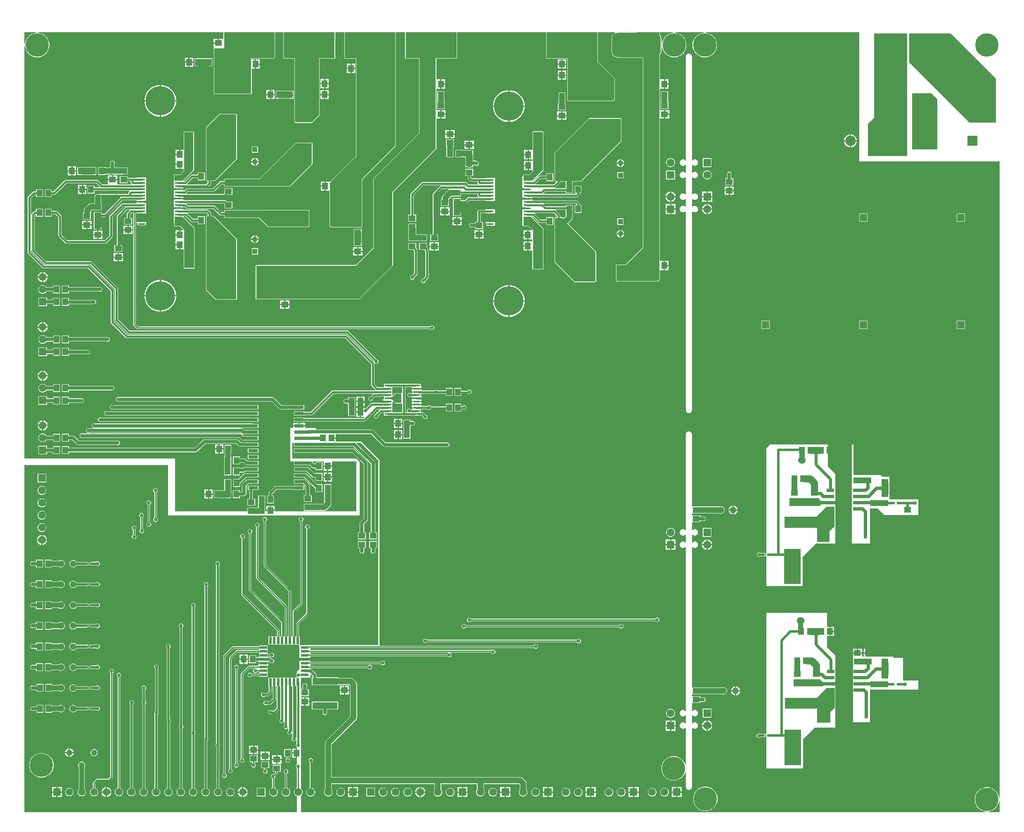
<source format=gtl>
G04*
G04 #@! TF.GenerationSoftware,Altium Limited,Altium Designer,23.2.1 (34)*
G04*
G04 Layer_Physical_Order=1*
G04 Layer_Color=255*
%FSLAX45Y45*%
%MOMM*%
G71*
G04*
G04 #@! TF.SameCoordinates,6E3D6F93-4A61-4C57-BA4F-68D24251A383*
G04*
G04*
G04 #@! TF.FilePolarity,Positive*
G04*
G01*
G75*
%ADD10C,0.40000*%
%ADD14C,0.25400*%
%ADD16R,1.40000X1.20000*%
%ADD17R,1.20000X1.40000*%
%ADD18R,1.47500X0.45000*%
%ADD19R,3.10000X2.20000*%
%ADD20R,0.60000X0.50000*%
%ADD21R,2.50000X1.70000*%
%ADD22R,2.13000X3.00000*%
%ADD23R,1.52500X0.65000*%
%ADD24C,1.52400*%
G04:AMPARAMS|DCode=25|XSize=5mm|YSize=2.5mm|CornerRadius=0.625mm|HoleSize=0mm|Usage=FLASHONLY|Rotation=270.000|XOffset=0mm|YOffset=0mm|HoleType=Round|Shape=RoundedRectangle|*
%AMROUNDEDRECTD25*
21,1,5.00000,1.25000,0,0,270.0*
21,1,3.75000,2.50000,0,0,270.0*
1,1,1.25000,-0.62500,-1.87500*
1,1,1.25000,-0.62500,1.87500*
1,1,1.25000,0.62500,1.87500*
1,1,1.25000,0.62500,-1.87500*
%
%ADD25ROUNDEDRECTD25*%
G04:AMPARAMS|DCode=26|XSize=5mm|YSize=10mm|CornerRadius=1.25mm|HoleSize=0mm|Usage=FLASHONLY|Rotation=0.000|XOffset=0mm|YOffset=0mm|HoleType=Round|Shape=RoundedRectangle|*
%AMROUNDEDRECTD26*
21,1,5.00000,7.50000,0,0,0.0*
21,1,2.50000,10.00000,0,0,0.0*
1,1,2.50000,1.25000,-3.75000*
1,1,2.50000,-1.25000,-3.75000*
1,1,2.50000,-1.25000,3.75000*
1,1,2.50000,1.25000,3.75000*
%
%ADD26ROUNDEDRECTD26*%
%ADD27R,4.00000X3.20000*%
%ADD28R,3.20000X4.00000*%
%ADD29R,3.04000X3.74000*%
%ADD30R,1.92500X0.65000*%
%ADD31R,0.60000X1.50000*%
%ADD32R,1.50000X0.60000*%
%ADD33R,5.20000X1.40000*%
%ADD74C,1.20000*%
%ADD75C,0.70000*%
%ADD76C,1.40000*%
%ADD77C,0.45000*%
%ADD78C,0.65000*%
%ADD79C,0.50000*%
%ADD80C,0.60000*%
%ADD81C,1.10000*%
%ADD82C,1.00000*%
%ADD83C,0.30000*%
%ADD84C,1.25000*%
%ADD85C,1.32100*%
%ADD86C,1.50000*%
%ADD87R,1.50000X1.50000*%
%ADD88C,1.60000*%
%ADD89R,1.60000X1.60000*%
%ADD90C,1.10000*%
%ADD91R,1.10000X1.10000*%
G04:AMPARAMS|DCode=92|XSize=5mm|YSize=10mm|CornerRadius=1.25mm|HoleSize=0mm|Usage=FLASHONLY|Rotation=90.000|XOffset=0mm|YOffset=0mm|HoleType=Round|Shape=RoundedRectangle|*
%AMROUNDEDRECTD92*
21,1,5.00000,7.50000,0,0,90.0*
21,1,2.50000,10.00000,0,0,90.0*
1,1,2.50000,3.75000,1.25000*
1,1,2.50000,3.75000,-1.25000*
1,1,2.50000,-3.75000,-1.25000*
1,1,2.50000,-3.75000,1.25000*
%
%ADD92ROUNDEDRECTD92*%
%ADD93C,6.00000*%
%ADD94C,1.80000*%
%ADD95R,1.60000X1.60000*%
%ADD96C,1.90000*%
%ADD97R,2.13000X2.13000*%
%ADD98C,2.13000*%
%ADD99C,1.55000*%
%ADD100R,1.55000X1.55000*%
%ADD101R,1.55000X1.55000*%
%ADD102C,1.52000*%
%ADD103R,1.52000X1.52000*%
%ADD104C,4.80000*%
%ADD105C,0.70000*%
%ADD106C,1.27000*%
G36*
X237877Y15987500D02*
X189578Y15977892D01*
X144081Y15959047D01*
X103134Y15931686D01*
X68313Y15896866D01*
X40953Y15855919D01*
X22108Y15810422D01*
X12500Y15762123D01*
X0Y15762605D01*
Y16000000D01*
X237394D01*
X237877Y15987500D01*
D02*
G37*
G36*
X17114999Y13355000D02*
X20000000D01*
Y7643000D01*
Y287606D01*
X19987500Y287123D01*
X19977892Y335422D01*
X19959047Y380919D01*
X19931688Y421866D01*
X19896866Y456688D01*
X19855919Y484047D01*
X19810422Y502893D01*
X19762123Y512500D01*
X19712877D01*
X19664578Y502893D01*
X19619081Y484047D01*
X19578134Y456688D01*
X19543312Y421866D01*
X19515953Y380919D01*
X19497108Y335422D01*
X19487500Y287123D01*
Y237877D01*
X19497108Y189578D01*
X19515953Y144081D01*
X19543312Y103134D01*
X19578134Y68313D01*
X19619081Y40953D01*
X19664578Y22108D01*
X19712877Y12500D01*
X19712395Y0D01*
X5670000D01*
Y339754D01*
X5671261Y340482D01*
X5688018Y357239D01*
X5699867Y377762D01*
X5706000Y400651D01*
Y424349D01*
X5699867Y447239D01*
X5688018Y467761D01*
X5671261Y484518D01*
X5670000Y485246D01*
Y2187100D01*
X5737300D01*
Y2272500D01*
Y2357900D01*
X5671931D01*
X5670122Y2369800D01*
X5670750Y2382500D01*
X5682700Y2382500D01*
X5830000D01*
Y2522500D01*
X5793333D01*
Y2587024D01*
X5795000Y2591049D01*
Y2608951D01*
X5788149Y2625490D01*
X5775490Y2638149D01*
X5758951Y2645000D01*
X5741049D01*
X5724510Y2638149D01*
X5711851Y2625490D01*
X5705000Y2608951D01*
Y2591049D01*
X5706667Y2587024D01*
Y2531480D01*
X5697687Y2522500D01*
X5670001Y2522500D01*
X5670000Y2535200D01*
Y2760000D01*
X5870000D01*
Y2818830D01*
X5881733Y2823690D01*
X5909217Y2796207D01*
Y2767074D01*
X5892075D01*
Y2607075D01*
X6432075D01*
Y2611471D01*
X6663680D01*
X6679396Y2595755D01*
Y1966745D01*
X6181001Y1468350D01*
X6169781Y1453728D01*
X6162728Y1436699D01*
X6160322Y1418426D01*
Y650000D01*
Y465211D01*
X6149389Y446274D01*
X6143426Y424020D01*
Y400980D01*
X6149389Y378726D01*
X6160908Y358774D01*
X6177199Y342483D01*
X6197152Y330963D01*
X6219406Y325000D01*
X6242445D01*
X6264700Y330963D01*
X6284652Y342483D01*
X6300943Y358774D01*
X6312463Y378726D01*
X6318426Y400980D01*
Y424020D01*
X6312463Y446274D01*
X6301530Y465211D01*
Y579396D01*
X8406173D01*
Y465211D01*
X8395239Y446274D01*
X8389277Y424020D01*
Y400980D01*
X8395239Y378726D01*
X8406759Y358774D01*
X8423050Y342483D01*
X8443003Y330963D01*
X8465257Y325000D01*
X8488296D01*
X8510550Y330963D01*
X8530503Y342483D01*
X8546794Y358774D01*
X8558314Y378726D01*
X8564276Y400980D01*
Y424020D01*
X8558314Y446274D01*
X8547380Y465211D01*
Y579396D01*
X9281598D01*
Y465211D01*
X9270665Y446274D01*
X9264702Y424020D01*
Y400980D01*
X9270665Y378726D01*
X9282185Y358774D01*
X9298476Y342483D01*
X9318428Y330963D01*
X9340682Y325000D01*
X9363722D01*
X9385976Y330963D01*
X9405928Y342483D01*
X9422219Y358774D01*
X9433739Y378726D01*
X9439702Y400980D01*
Y424020D01*
X9433739Y446274D01*
X9422806Y465211D01*
Y579396D01*
X10140755D01*
X10157024Y563127D01*
Y465211D01*
X10146090Y446274D01*
X10140128Y424020D01*
Y400980D01*
X10146090Y378726D01*
X10157610Y358774D01*
X10173901Y342483D01*
X10193854Y330963D01*
X10216108Y325000D01*
X10239147D01*
X10261401Y330963D01*
X10281354Y342483D01*
X10297645Y358774D01*
X10309165Y378726D01*
X10315127Y400980D01*
Y424020D01*
X10309165Y446274D01*
X10298231Y465211D01*
Y592372D01*
X10295825Y610646D01*
X10288772Y627674D01*
X10277552Y642297D01*
X10219924Y699924D01*
X10205302Y711145D01*
X10188274Y718198D01*
X10170000Y720604D01*
X6301530D01*
Y1389181D01*
X6799924Y1887576D01*
X6811145Y1902198D01*
X6818198Y1919227D01*
X6820604Y1937500D01*
Y2625000D01*
X6818198Y2643273D01*
X6811145Y2660302D01*
X6799924Y2674924D01*
X6742850Y2731999D01*
X6728227Y2743219D01*
X6711199Y2750272D01*
X6692925Y2752678D01*
X6432075D01*
Y2767074D01*
X5990784D01*
Y2813099D01*
X5990784Y2813100D01*
X5987679Y2828708D01*
X5978838Y2841939D01*
X5978838Y2841939D01*
X5915817Y2904959D01*
X5891939Y2928838D01*
X5891939Y2928838D01*
X5878708Y2937679D01*
X5870000Y2939411D01*
Y2954355D01*
X7047344D01*
X7049351Y2949509D01*
X7062009Y2936851D01*
X7078549Y2930000D01*
X7096451D01*
X7112990Y2936851D01*
X7125649Y2949509D01*
X7132500Y2966049D01*
Y2983951D01*
X7125649Y3000490D01*
X7112990Y3013149D01*
X7096451Y3020000D01*
X7078549D01*
X7062009Y3013149D01*
X7049505Y3000645D01*
X5870000D01*
Y3038105D01*
X7311397D01*
X7311851Y3037010D01*
X7324510Y3024351D01*
X7341049Y3017500D01*
X7358951D01*
X7375490Y3024351D01*
X7388149Y3037010D01*
X7395000Y3053549D01*
Y3071451D01*
X7388149Y3087991D01*
X7375490Y3100649D01*
X7358951Y3107500D01*
X7341049D01*
X7324510Y3100649D01*
X7311851Y3087991D01*
X7310362Y3084395D01*
X5870000D01*
Y3199355D01*
X8674505D01*
X8687010Y3186851D01*
X8703549Y3180000D01*
X8721451D01*
X8737990Y3186851D01*
X8750649Y3199509D01*
X8757500Y3216049D01*
Y3233951D01*
X8750649Y3250490D01*
X8737990Y3263149D01*
X8735560Y3264156D01*
X8738087Y3276856D01*
X9568202D01*
X9574351Y3262009D01*
X9587010Y3249351D01*
X9603549Y3242500D01*
X9621451D01*
X9637990Y3249351D01*
X9650649Y3262009D01*
X9657500Y3278549D01*
Y3296451D01*
X9650649Y3312990D01*
X9637990Y3325649D01*
X9621451Y3332500D01*
X9603549D01*
X9587010Y3325649D01*
X9584506Y3323145D01*
X5870000D01*
Y3368322D01*
X10455539D01*
X10462010Y3361851D01*
X10478549Y3355000D01*
X10496451D01*
X10512990Y3361851D01*
X10525649Y3374510D01*
X10532500Y3391049D01*
Y3408951D01*
X10525649Y3425490D01*
X10512990Y3438149D01*
X10496451Y3445000D01*
X10478549D01*
X10462010Y3438149D01*
X10449351Y3425490D01*
X10444844Y3414611D01*
X7280000D01*
Y7230000D01*
X6910000Y7600000D01*
X6382900D01*
Y7664801D01*
X6297500D01*
Y7690201D01*
X6382900D01*
Y7759167D01*
X7109301D01*
X7360109Y7508359D01*
X7374168Y7498966D01*
X7390750Y7495667D01*
X8660024D01*
X8664049Y7494000D01*
X8681951D01*
X8698490Y7500851D01*
X8711149Y7513509D01*
X8718000Y7530049D01*
Y7547951D01*
X8711149Y7564490D01*
X8698490Y7577149D01*
X8681951Y7584000D01*
X8664049D01*
X8660024Y7582333D01*
X7408699D01*
X7157891Y7833141D01*
X7143833Y7842534D01*
X7127250Y7845833D01*
X5980000D01*
Y7880000D01*
X5754150D01*
Y7914300D01*
X5510850D01*
Y7880000D01*
X5454800D01*
Y7198300D01*
X5526250D01*
Y7122500D01*
X5628314D01*
X5632500Y7121667D01*
X5847051D01*
X5899359Y7069359D01*
X5913417Y7059966D01*
X5930000Y7056667D01*
X5970000D01*
Y7020876D01*
X6110000D01*
Y7180875D01*
X5970000D01*
Y7143333D01*
X5947949D01*
X5905682Y7185600D01*
X5910942Y7198300D01*
X6122739D01*
X6134600Y7196275D01*
X6134600Y7185600D01*
Y7113576D01*
X6220000D01*
X6305400D01*
X6305400Y7196275D01*
X6317261Y7198300D01*
X6808100D01*
Y6170000D01*
X5130825D01*
Y6177300D01*
X5045425D01*
X4960026D01*
Y6170000D01*
X4945849D01*
X4936029Y6180000D01*
Y6190000D01*
X4935425Y6194588D01*
Y6215412D01*
X4936029Y6220000D01*
Y6339706D01*
X4935425Y6344293D01*
Y6495425D01*
X4795426D01*
Y6344293D01*
X4794822Y6339706D01*
Y6250604D01*
X4650000D01*
X4645412Y6250000D01*
X4570000D01*
Y6170000D01*
X3090000D01*
Y7260000D01*
X0D01*
Y7970000D01*
Y15712395D01*
X12500Y15712877D01*
X22108Y15664578D01*
X40953Y15619081D01*
X68313Y15578134D01*
X103134Y15543312D01*
X144081Y15515953D01*
X189578Y15497107D01*
X237877Y15487500D01*
X287123D01*
X335422Y15497107D01*
X380919Y15515953D01*
X421866Y15543312D01*
X456688Y15578134D01*
X484047Y15619081D01*
X502893Y15664578D01*
X512500Y15712877D01*
Y15762123D01*
X502893Y15810422D01*
X484047Y15855919D01*
X456688Y15896866D01*
X421866Y15931686D01*
X380919Y15959047D01*
X335422Y15977892D01*
X287123Y15987500D01*
X287606Y16000000D01*
X4083176D01*
Y15868523D01*
X4071400Y15866292D01*
X4070476Y15866292D01*
X3988700D01*
Y15780891D01*
X3976000D01*
Y15768192D01*
X3880600D01*
Y15695493D01*
X3888569D01*
X3891095Y15682793D01*
X3888347Y15681654D01*
X3885176Y15674001D01*
Y14744000D01*
X3888347Y14736346D01*
X3896000Y14733176D01*
X4650000D01*
X4657654Y14736346D01*
X4660824Y14744000D01*
Y15254601D01*
X4727299D01*
Y15350000D01*
Y15445399D01*
X4660824D01*
Y15459177D01*
X5130000D01*
X5137654Y15462346D01*
X5140824Y15470000D01*
Y16000000D01*
X5309176D01*
Y15470000D01*
X5312346Y15462346D01*
X5320000Y15459177D01*
X5535176D01*
Y14164001D01*
X5535175Y14164000D01*
X5538346Y14156346D01*
X5538348Y14156345D01*
X5548347Y14146346D01*
X5556000Y14143176D01*
X5895999D01*
X5896000Y14143175D01*
X5903654Y14146346D01*
X5903655Y14146347D01*
X6053654Y14296346D01*
X6056824Y14303999D01*
Y15459177D01*
X6360000D01*
X6367654Y15462346D01*
X6370824Y15470000D01*
Y16000000D01*
X6559176D01*
Y15470000D01*
X6562346Y15462346D01*
X6570000Y15459177D01*
X6799176D01*
Y13462483D01*
X6278346Y12941653D01*
X6264100Y12927406D01*
X6251400Y12932668D01*
Y12939400D01*
X6178700D01*
Y12843999D01*
Y12748600D01*
X6242476D01*
X6251400Y12748600D01*
X6255176Y12737464D01*
Y12024000D01*
X6258346Y12016346D01*
X6278346Y11996346D01*
X6286000Y11993176D01*
X6905999D01*
X6906000Y11993175D01*
X6913654Y11996346D01*
X6913655Y11996347D01*
X6923654Y12006346D01*
X6926824Y12014000D01*
Y12979517D01*
X7607654Y13660345D01*
X7610824Y13667999D01*
Y15999992D01*
X7610829Y16000000D01*
X7809176D01*
Y15630000D01*
Y15470000D01*
X7812346Y15462346D01*
X7820000Y15459177D01*
X8095176D01*
Y14214000D01*
Y13938483D01*
X7158346Y13001653D01*
X7155176Y12994000D01*
Y11578483D01*
X6801517Y11224824D01*
X4754300D01*
X4746646Y11221654D01*
X4743476Y11214000D01*
Y10535400D01*
X4746646Y10527746D01*
X4754300Y10524576D01*
X6867400D01*
X6875054Y10527746D01*
X6875054Y10527747D01*
X7553654Y11206346D01*
X7556824Y11214000D01*
Y12719516D01*
X8443654Y13606346D01*
X8446824Y13614000D01*
Y14232449D01*
X8529401D01*
Y14317850D01*
Y14403250D01*
X8446824D01*
Y14833408D01*
X8453601Y14843300D01*
X8459524Y14843300D01*
X8526299D01*
Y14938699D01*
Y15034100D01*
X8459524D01*
X8453601Y15034100D01*
X8446824Y15043993D01*
Y15459177D01*
X8860000D01*
X8867654Y15462346D01*
X8870824Y15470000D01*
Y16000000D01*
X10699176D01*
Y15470000D01*
X10702346Y15462346D01*
X10710000Y15459177D01*
X11129176D01*
Y14600000D01*
X11132346Y14592346D01*
X11140000Y14589175D01*
X12069999D01*
X12070000Y14589175D01*
X12077654Y14592346D01*
X12077655Y14592348D01*
X12107654Y14622346D01*
X12110824Y14630000D01*
Y15050000D01*
X12107654Y15057654D01*
X12107653Y15057654D01*
X11760824Y15404485D01*
Y16000000D01*
X12114960D01*
X12117486Y15987300D01*
X12106918Y15982922D01*
X12078717Y15961282D01*
X12057078Y15933083D01*
X12043475Y15900243D01*
X12038835Y15864999D01*
Y15614999D01*
X12043475Y15579758D01*
X12057078Y15546918D01*
X12078717Y15518716D01*
X12106918Y15497078D01*
X12139758Y15483475D01*
X12175000Y15478835D01*
X12681176D01*
Y11590484D01*
X12327516Y11236824D01*
X12152001D01*
X12152000Y11236825D01*
X12144345Y11233655D01*
X12144345Y11233653D01*
X12134346Y11223654D01*
X12131176Y11216000D01*
Y10895400D01*
X12134346Y10887747D01*
X12137000Y10886647D01*
Y10885575D01*
X12139589D01*
X12142000Y10884576D01*
X12981396D01*
X12981400Y10884575D01*
X12989053Y10887746D01*
X12989053Y10887748D01*
X13019653Y10918346D01*
X13019653Y10918346D01*
X13029652Y10928347D01*
X13032825Y10936000D01*
Y11109465D01*
X13036600Y11120601D01*
X13045525Y11120601D01*
X13109300D01*
Y11216001D01*
Y11311401D01*
X13045525D01*
X13036600Y11311401D01*
X13032825Y11322536D01*
Y11336000D01*
Y14231900D01*
X13114000D01*
Y14317300D01*
Y14402699D01*
X13032825D01*
Y14832700D01*
X13039101Y14842799D01*
X13045525Y14842799D01*
X13111798D01*
Y14938200D01*
Y15033600D01*
X13045525D01*
X13039101Y15033600D01*
X13032825Y15043701D01*
Y15533757D01*
X13042921Y15546918D01*
X13056525Y15579758D01*
X13061165Y15614999D01*
Y15864999D01*
X13056525Y15900243D01*
X13042921Y15933083D01*
X13032825Y15946243D01*
Y16000000D01*
X13299895D01*
X13300377Y15987500D01*
X13252078Y15977892D01*
X13206581Y15959047D01*
X13165634Y15931686D01*
X13130812Y15896866D01*
X13103453Y15855919D01*
X13084608Y15810422D01*
X13075000Y15762123D01*
Y15712877D01*
X13084608Y15664578D01*
X13103453Y15619081D01*
X13130812Y15578134D01*
X13165634Y15543312D01*
X13206581Y15515953D01*
X13252078Y15497107D01*
X13300377Y15487500D01*
X13349623D01*
X13397922Y15497107D01*
X13443419Y15515953D01*
X13484366Y15543312D01*
X13519188Y15578134D01*
X13546547Y15619081D01*
X13565392Y15664578D01*
X13575000Y15712877D01*
Y15762123D01*
X13565392Y15810422D01*
X13546547Y15855919D01*
X13519188Y15896866D01*
X13484366Y15931686D01*
X13443419Y15959047D01*
X13397922Y15977892D01*
X13349623Y15987500D01*
X13350105Y16000000D01*
X13924895D01*
X13925377Y15987500D01*
X13877078Y15977892D01*
X13831581Y15959047D01*
X13790634Y15931686D01*
X13755812Y15896866D01*
X13728453Y15855919D01*
X13709608Y15810422D01*
X13700000Y15762123D01*
Y15712877D01*
X13709608Y15664578D01*
X13728453Y15619081D01*
X13755812Y15578134D01*
X13790634Y15543312D01*
X13831581Y15515953D01*
X13877078Y15497107D01*
X13925377Y15487500D01*
X13974623D01*
X14022922Y15497107D01*
X14068419Y15515953D01*
X14109366Y15543312D01*
X14144188Y15578134D01*
X14171547Y15619081D01*
X14190392Y15664578D01*
X14200000Y15712877D01*
Y15762123D01*
X14190392Y15810422D01*
X14171547Y15855919D01*
X14144188Y15896866D01*
X14109366Y15931686D01*
X14068419Y15959047D01*
X14022922Y15977892D01*
X13974623Y15987500D01*
X13975105Y16000000D01*
X17114999D01*
Y13355000D01*
D02*
G37*
G36*
X5130000Y15470000D02*
X4650000D01*
Y14744000D01*
X3896000D01*
Y15674001D01*
X4094000D01*
Y16000000D01*
X5130000D01*
Y15470000D01*
D02*
G37*
G36*
X11750000Y15400000D02*
X12100000Y15050000D01*
Y14630000D01*
X12070000Y14600000D01*
X11140000D01*
Y15470000D01*
X10710000D01*
Y16000000D01*
X11750000D01*
Y15400000D01*
D02*
G37*
G36*
X6360000Y15470000D02*
X6046000D01*
Y14303999D01*
X5896000Y14153999D01*
X5556000D01*
X5546000Y14164000D01*
Y15470000D01*
X5320000D01*
Y16000000D01*
X6360000D01*
Y15470000D01*
D02*
G37*
G36*
X19920000Y15050000D02*
Y14150000D01*
X19370000D01*
X18139999Y15380000D01*
Y15980000D01*
X18989999D01*
X19920000Y15050000D01*
D02*
G37*
G36*
X18720000Y14630000D02*
Y13600000D01*
X18210001D01*
X18200000Y13610001D01*
Y14750000D01*
X18600000D01*
X18720000Y14630000D01*
D02*
G37*
G36*
X18100000Y15530000D02*
Y13460001D01*
X17300000D01*
Y14120000D01*
X17420000Y14239999D01*
Y15980000D01*
X18100000D01*
Y15530000D01*
D02*
G37*
G36*
X6840000Y15999992D02*
X7600000Y15999992D01*
Y13667999D01*
X6916000Y12984000D01*
Y12014000D01*
X6906000Y12004000D01*
X6286000D01*
X6266000Y12024000D01*
Y12914000D01*
X6286000Y12934000D01*
X6810000Y13458000D01*
Y15470000D01*
X6570000D01*
Y16000000D01*
X6840000D01*
Y15999992D01*
D02*
G37*
G36*
X13022000Y11336000D02*
Y10936000D01*
X13012000Y10926000D01*
X12981400Y10895400D01*
X12142000D01*
Y11216000D01*
X12152000Y11226000D01*
X12332000D01*
X12692000Y11586000D01*
Y15536000D01*
X12562000Y15666000D01*
Y16000000D01*
X13022000Y16000000D01*
Y11336000D01*
D02*
G37*
G36*
X8860000Y15470000D02*
X8436000D01*
Y13614000D01*
X7546000Y12724000D01*
Y11214000D01*
X6867400Y10535400D01*
X4754300D01*
Y11214000D01*
X6806000D01*
X7166000Y11574000D01*
Y12994000D01*
X8106000Y13934000D01*
Y14214000D01*
Y15470000D01*
X7820000D01*
Y15630000D01*
Y16000000D01*
X8860000D01*
Y15470000D01*
D02*
G37*
G36*
X5526250Y7578500D02*
Y7503500D01*
X5628314D01*
X5632500Y7502667D01*
X6746051D01*
X7106667Y7142051D01*
Y5862976D01*
X7105000Y5858951D01*
Y5841049D01*
X7106667Y5837024D01*
Y5740000D01*
X7070000D01*
Y5600000D01*
X7230000D01*
Y5740000D01*
X7193333D01*
Y5837024D01*
X7195000Y5841049D01*
Y5858951D01*
X7193333Y5862976D01*
Y7160000D01*
X7190034Y7176583D01*
X7180641Y7190641D01*
X6805484Y7565797D01*
X6810745Y7578498D01*
X6898127Y7578497D01*
X7255800Y7220824D01*
Y3430000D01*
X5652700D01*
X5651518Y3430001D01*
X5645001Y3440000D01*
X5645001Y3442271D01*
X5645000Y3445587D01*
X5645001D01*
X5645000Y3445587D01*
Y3610000D01*
X5630645D01*
Y3867914D01*
X5821366Y4058634D01*
X5826383Y4066143D01*
X5828145Y4075000D01*
Y5815879D01*
X5830490Y5816851D01*
X5843149Y5829510D01*
X5850000Y5846049D01*
Y5863951D01*
X5843149Y5880490D01*
X5830490Y5893149D01*
X5813951Y5900000D01*
X5796049D01*
X5779510Y5893149D01*
X5766851Y5880490D01*
X5760000Y5863951D01*
Y5846049D01*
X5766851Y5829510D01*
X5779510Y5816851D01*
X5781855Y5815879D01*
Y4084587D01*
X5591134Y3893866D01*
X5586117Y3886357D01*
X5584355Y3877500D01*
Y3610000D01*
X5548145D01*
Y4112834D01*
X5691366Y4256055D01*
X5696383Y4263563D01*
X5698145Y4272421D01*
Y5970879D01*
X5700491Y5971851D01*
X5713149Y5984509D01*
X5720000Y6001049D01*
Y6018951D01*
X5713149Y6035490D01*
X5700491Y6048149D01*
X5683951Y6055000D01*
X5666049D01*
X5649510Y6048149D01*
X5636851Y6035490D01*
X5630000Y6018951D01*
Y6001049D01*
X5636851Y5984509D01*
X5649510Y5971851D01*
X5651855Y5970879D01*
Y4282007D01*
X5508635Y4138787D01*
X5503617Y4131278D01*
X5501856Y4122421D01*
Y3618980D01*
X5492875Y3610000D01*
X5476970D01*
X5467990Y3618980D01*
Y4542500D01*
X5466050Y4552254D01*
X5460524Y4560524D01*
X5452255Y4566049D01*
X5451540Y4566191D01*
X4953145Y5064587D01*
Y5965879D01*
X4955490Y5966851D01*
X4968149Y5979510D01*
X4975000Y5996049D01*
Y6013951D01*
X4968149Y6030490D01*
X4955490Y6043149D01*
X4938951Y6050000D01*
X4921049D01*
X4904510Y6043149D01*
X4891851Y6030490D01*
X4885000Y6013951D01*
Y5996049D01*
X4891851Y5979510D01*
X4904510Y5966851D01*
X4906855Y5965879D01*
Y5055000D01*
X4908617Y5046143D01*
X4913634Y5038634D01*
X5417011Y4535258D01*
Y3611665D01*
X5405000Y3610000D01*
X5394625Y3610000D01*
X5385645Y3618980D01*
Y4217500D01*
X5383883Y4226357D01*
X5378866Y4233866D01*
X4798145Y4814587D01*
Y5850879D01*
X4800491Y5851851D01*
X4813149Y5864509D01*
X4820000Y5881049D01*
Y5898951D01*
X4813149Y5915490D01*
X4800491Y5928149D01*
X4783951Y5935000D01*
X4766049D01*
X4749510Y5928149D01*
X4736851Y5915490D01*
X4730000Y5898951D01*
Y5881049D01*
X4736851Y5864509D01*
X4749510Y5851851D01*
X4751855Y5850879D01*
Y4805000D01*
X4753617Y4796143D01*
X4758634Y4788634D01*
X5339355Y4207913D01*
Y3610000D01*
X5310345D01*
Y3902800D01*
X5308583Y3911657D01*
X5303566Y3919166D01*
X4648145Y4574587D01*
Y5725879D01*
X4650490Y5726851D01*
X4663149Y5739509D01*
X4670000Y5756049D01*
Y5773951D01*
X4663149Y5790490D01*
X4650490Y5803149D01*
X4633951Y5810000D01*
X4616049D01*
X4599509Y5803149D01*
X4586851Y5790490D01*
X4580000Y5773951D01*
Y5756049D01*
X4586851Y5739509D01*
X4599509Y5726851D01*
X4601855Y5725879D01*
Y4565000D01*
X4603617Y4556143D01*
X4608634Y4548635D01*
X5264056Y3893213D01*
Y3618980D01*
X5255075Y3610000D01*
X5237125Y3610000D01*
X5228145Y3618980D01*
Y3735000D01*
X5226383Y3743857D01*
X5221366Y3751366D01*
X4498145Y4474587D01*
Y5620880D01*
X4500490Y5621851D01*
X4513149Y5634510D01*
X4520000Y5651049D01*
Y5668951D01*
X4513149Y5685491D01*
X4500490Y5698149D01*
X4483951Y5705000D01*
X4466049D01*
X4449510Y5698149D01*
X4436851Y5685491D01*
X4430000Y5668951D01*
Y5651049D01*
X4436851Y5634510D01*
X4449510Y5621851D01*
X4451855Y5620880D01*
Y4465000D01*
X4453617Y4456143D01*
X4458634Y4448634D01*
X5181856Y3725413D01*
Y3618980D01*
X5172875Y3610000D01*
X5165000D01*
X5152300Y3610000D01*
X5005000D01*
Y3440000D01*
X5152300D01*
X5165000Y3440000D01*
X5177700Y3440000D01*
X5245000Y3440000D01*
X5257700Y3440000D01*
X5392300D01*
X5405000Y3440000D01*
X5417700Y3440000D01*
X5485000Y3440000D01*
X5497700Y3440000D01*
X5632300D01*
X5633482Y3440000D01*
X5639999Y3430000D01*
X5639999Y3427729D01*
X5640000Y3424413D01*
X5639999D01*
X5640000Y3424413D01*
Y2936200D01*
X5590200Y2886399D01*
Y2851971D01*
X5587010Y2850649D01*
X5574351Y2837991D01*
X5567500Y2821451D01*
Y2803549D01*
X5574351Y2787010D01*
X5587010Y2774351D01*
X5590200Y2773030D01*
Y2760000D01*
X5497700D01*
X5485000Y2760000D01*
X5472300Y2760000D01*
X5405000Y2760000D01*
X5392300Y2760000D01*
X5257700D01*
X5245000Y2760000D01*
X5232300Y2760000D01*
X5165000Y2760000D01*
X5152300Y2760000D01*
X5005000D01*
Y2590000D01*
X5014413D01*
Y2472971D01*
X4982330Y2440889D01*
X4932751D01*
X4925491Y2448149D01*
X4908951Y2455000D01*
X4891049D01*
X4874510Y2448149D01*
X4861851Y2435490D01*
X4855000Y2418951D01*
Y2401049D01*
X4861851Y2384510D01*
X4874510Y2371851D01*
X4891049Y2365000D01*
X4908951D01*
X4925491Y2371851D01*
X4933353Y2379714D01*
X4994999D01*
X4995000Y2379713D01*
X5006706Y2382042D01*
X5016629Y2388672D01*
X5066629Y2438672D01*
X5073260Y2448596D01*
X5075588Y2460301D01*
Y2590000D01*
X5092863D01*
Y2336120D01*
X5027330Y2270588D01*
X4983052D01*
X4975490Y2278149D01*
X4958951Y2285000D01*
X4941049D01*
X4924510Y2278149D01*
X4911851Y2265491D01*
X4905000Y2248951D01*
Y2231049D01*
X4911851Y2214510D01*
X4924510Y2201851D01*
X4941049Y2195000D01*
X4958951D01*
X4975490Y2201851D01*
X4983052Y2209412D01*
X5039999D01*
X5040000Y2209412D01*
X5051705Y2211741D01*
X5061629Y2218371D01*
X5145078Y2301821D01*
X5145079Y2301821D01*
X5151710Y2311745D01*
X5154038Y2323450D01*
Y2585654D01*
X5165001Y2590000D01*
X5174413Y2582063D01*
Y2137670D01*
X5117330Y2080588D01*
X5073052D01*
X5065491Y2088149D01*
X5048951Y2095000D01*
X5031049D01*
X5014510Y2088149D01*
X5001851Y2075490D01*
X4995000Y2058951D01*
Y2041049D01*
X5001851Y2024510D01*
X5014510Y2011851D01*
X5031049Y2005000D01*
X5048951D01*
X5065491Y2011851D01*
X5073052Y2019412D01*
X5129999D01*
X5130000Y2019412D01*
X5141705Y2021741D01*
X5151629Y2028371D01*
X5226628Y2103371D01*
X5226629Y2103371D01*
X5233260Y2113295D01*
X5235588Y2125000D01*
X5235588Y2125002D01*
Y2572653D01*
X5242920Y2575732D01*
X5249413Y2570441D01*
Y1913052D01*
X5236851Y1900490D01*
X5230000Y1883951D01*
Y1866049D01*
X5236851Y1849510D01*
X5249510Y1836851D01*
X5266049Y1830000D01*
X5283951D01*
X5300491Y1836851D01*
X5313149Y1849510D01*
X5317562Y1860164D01*
X5330262Y1857638D01*
Y1783052D01*
X5322701Y1775490D01*
X5315850Y1758951D01*
Y1741049D01*
X5322701Y1724510D01*
X5335360Y1711851D01*
X5351899Y1705000D01*
X5369801D01*
X5386341Y1711851D01*
X5397963Y1723473D01*
X5402762Y1722919D01*
X5410663Y1719579D01*
Y1674302D01*
X5399351Y1662990D01*
X5392500Y1646451D01*
Y1628549D01*
X5399351Y1612009D01*
X5412009Y1599351D01*
X5428549Y1592500D01*
X5446451D01*
X5462990Y1599351D01*
X5475649Y1612009D01*
X5482500Y1628549D01*
X5494413Y1626649D01*
Y1533052D01*
X5486851Y1525490D01*
X5480000Y1508951D01*
Y1491049D01*
X5486851Y1474510D01*
X5499510Y1461851D01*
X5516049Y1455000D01*
X5533951D01*
X5550491Y1461851D01*
X5563149Y1474510D01*
X5565463Y1480095D01*
X5578163Y1477568D01*
Y1404302D01*
X5574351Y1400490D01*
X5567500Y1383951D01*
Y1366049D01*
X5574351Y1349510D01*
X5587010Y1336851D01*
X5590200Y1335529D01*
Y1307900D01*
X5590200D01*
Y1212499D01*
Y1117100D01*
X5590200D01*
Y976971D01*
X5587010Y975649D01*
X5574351Y962990D01*
X5567500Y946451D01*
Y928549D01*
X5574351Y912010D01*
X5587010Y899351D01*
X5590200Y898029D01*
Y498762D01*
X5581262Y496367D01*
X5560739Y484518D01*
X5543983Y467761D01*
X5532134Y447239D01*
X5526000Y424349D01*
Y400651D01*
X5532134Y377762D01*
X5543983Y357239D01*
X5560739Y340482D01*
X5581262Y328634D01*
X5590200Y326239D01*
Y0D01*
X0D01*
Y7120000D01*
X2950000D01*
Y6090000D01*
X6874800D01*
Y7184016D01*
X6799316Y7259500D01*
X5491700D01*
Y7578500D01*
X5526250D01*
D02*
G37*
G36*
X8689440Y3264156D02*
X8687010Y3263149D01*
X8674351Y3250490D01*
X8672344Y3245645D01*
X5870000D01*
Y3276856D01*
X8686913D01*
X8689440Y3264156D01*
D02*
G37*
G36*
X5485000Y2590000D02*
X5494413Y2582063D01*
Y1648351D01*
X5482500Y1646451D01*
X5475649Y1662990D01*
X5471838Y1666801D01*
Y2581020D01*
X5480818Y2590000D01*
X5485000D01*
D02*
G37*
G36*
X5578163Y1522432D02*
X5565463Y1519906D01*
X5563149Y1525490D01*
X5555588Y1533052D01*
Y2590000D01*
X5578163D01*
Y1522432D01*
D02*
G37*
G36*
X20000000Y237394D02*
Y0D01*
X19762605D01*
X19762123Y12500D01*
X19810422Y22108D01*
X19855919Y40953D01*
X19896866Y68313D01*
X19931688Y103134D01*
X19959047Y144081D01*
X19977892Y189578D01*
X19987500Y237877D01*
X20000000Y237394D01*
D02*
G37*
%LPC*%
G36*
X3963300Y15866292D02*
X3880600D01*
Y15793591D01*
X3963300D01*
Y15866292D01*
D02*
G37*
G36*
X3461400Y15480865D02*
X3388701D01*
Y15398167D01*
X3461400D01*
Y15480865D01*
D02*
G37*
G36*
X3363301D02*
X3290600D01*
Y15398167D01*
X3363301D01*
Y15480865D01*
D02*
G37*
G36*
X4825400Y15445399D02*
X4752699D01*
Y15362700D01*
X4825400D01*
Y15445399D01*
D02*
G37*
G36*
X11107400Y15443500D02*
X11034700D01*
Y15360802D01*
X11107400D01*
Y15443500D01*
D02*
G37*
G36*
X11009300D02*
X10936600D01*
Y15360802D01*
X11009300D01*
Y15443500D01*
D02*
G37*
G36*
X3766000Y15466158D02*
X3566000D01*
X3560755Y15465466D01*
X3486000D01*
Y15390710D01*
X3485310Y15385468D01*
X3486000Y15380223D01*
Y15305466D01*
X3560758D01*
X3566000Y15304776D01*
X3766000D01*
X3771244Y15305467D01*
X3856000D01*
Y15465466D01*
X3771244D01*
X3766000Y15466158D01*
D02*
G37*
G36*
X3461400Y15372768D02*
X3388701D01*
Y15290067D01*
X3461400D01*
Y15372768D01*
D02*
G37*
G36*
X3363301D02*
X3290600D01*
Y15290067D01*
X3363301D01*
Y15372768D01*
D02*
G37*
G36*
X6785400Y15355400D02*
X6712701D01*
Y15272701D01*
X6785400D01*
Y15355400D01*
D02*
G37*
G36*
X6687301D02*
X6614600D01*
Y15272701D01*
X6687301D01*
Y15355400D01*
D02*
G37*
G36*
X4825400Y15337300D02*
X4752699D01*
Y15254601D01*
X4825400D01*
Y15337300D01*
D02*
G37*
G36*
X11107400Y15335400D02*
X11034700D01*
Y15252701D01*
X11107400D01*
Y15335400D01*
D02*
G37*
G36*
X11009300D02*
X10936600D01*
Y15252701D01*
X11009300D01*
Y15335400D01*
D02*
G37*
G36*
X6785400Y15247301D02*
X6712701D01*
Y15164600D01*
X6785400D01*
Y15247301D01*
D02*
G37*
G36*
X6687301D02*
X6614600D01*
Y15164600D01*
X6687301D01*
Y15247301D01*
D02*
G37*
G36*
X11107400Y15215601D02*
X11034701D01*
Y15132903D01*
X11107400D01*
Y15215601D01*
D02*
G37*
G36*
X11009301D02*
X10936600D01*
Y15132903D01*
X11009301D01*
Y15215601D01*
D02*
G37*
G36*
X11107400Y15107503D02*
X11034701D01*
Y15024802D01*
X11107400D01*
Y15107503D01*
D02*
G37*
G36*
X11009301D02*
X10936600D01*
Y15024802D01*
X11009301D01*
Y15107503D01*
D02*
G37*
G36*
X6241400Y15042751D02*
X6168701D01*
Y14960052D01*
X6241400D01*
Y15042751D01*
D02*
G37*
G36*
X6143301D02*
X6070600D01*
Y14960052D01*
X6143301D01*
Y15042751D01*
D02*
G37*
G36*
X8551699Y15034100D02*
Y14951399D01*
X8624400D01*
Y15034100D01*
X8551699D01*
D02*
G37*
G36*
X13137198Y15033600D02*
Y14950900D01*
X13209898D01*
Y15033600D01*
X13137198D01*
D02*
G37*
G36*
X6241400Y14934653D02*
X6168701D01*
Y14851950D01*
X6241400D01*
Y14934653D01*
D02*
G37*
G36*
X6143301D02*
X6070600D01*
Y14851950D01*
X6143301D01*
Y14934653D01*
D02*
G37*
G36*
X8624400Y14925999D02*
X8551699D01*
Y14843300D01*
X8624400D01*
Y14925999D01*
D02*
G37*
G36*
X13209898Y14925500D02*
X13137198D01*
Y14842799D01*
X13209898D01*
Y14925500D01*
D02*
G37*
G36*
X5131400Y14817325D02*
X5058700D01*
Y14734625D01*
X5131400D01*
Y14817325D01*
D02*
G37*
G36*
X5033300D02*
X4960600D01*
Y14734625D01*
X5033300D01*
Y14817325D01*
D02*
G37*
G36*
X6241400Y14817325D02*
X6168701D01*
Y14734625D01*
X6241400D01*
Y14817325D01*
D02*
G37*
G36*
X6143301D02*
X6070601D01*
Y14734625D01*
X6143301D01*
Y14817325D01*
D02*
G37*
G36*
X5436425Y14802615D02*
X5240574D01*
X5235331Y14801926D01*
X5156000D01*
Y14641927D01*
X5235331D01*
X5240574Y14641235D01*
X5436425D01*
X5441669Y14641927D01*
X5516000D01*
Y14713448D01*
X5517116Y14721925D01*
X5516000Y14730403D01*
Y14801926D01*
X5441669D01*
X5436425Y14802615D01*
D02*
G37*
G36*
X5131400Y14709225D02*
X5058700D01*
Y14626524D01*
X5131400D01*
Y14709225D01*
D02*
G37*
G36*
X5033300D02*
X4960600D01*
Y14626524D01*
X5033300D01*
Y14709225D01*
D02*
G37*
G36*
X6241400Y14709225D02*
X6168701D01*
Y14626524D01*
X6241400D01*
Y14709225D01*
D02*
G37*
G36*
X6143301D02*
X6070601D01*
Y14626524D01*
X6143301D01*
Y14709225D01*
D02*
G37*
G36*
X2811610Y14919400D02*
X2798699D01*
Y14606699D01*
X3111400D01*
Y14619609D01*
X3103388Y14670198D01*
X3087560Y14718910D01*
X3064307Y14764548D01*
X3034201Y14805984D01*
X2997984Y14842201D01*
X2956547Y14872307D01*
X2910910Y14895560D01*
X2862198Y14911388D01*
X2811610Y14919400D01*
D02*
G37*
G36*
X2773299D02*
X2760391D01*
X2709802Y14911388D01*
X2661090Y14895560D01*
X2615453Y14872307D01*
X2574016Y14842201D01*
X2537799Y14805984D01*
X2507693Y14764548D01*
X2484441Y14718910D01*
X2468613Y14670198D01*
X2460600Y14619609D01*
Y14606699D01*
X2773299D01*
Y14919400D01*
D02*
G37*
G36*
X9957609Y14811400D02*
X9944699D01*
Y14498700D01*
X10257400D01*
Y14511610D01*
X10249387Y14562198D01*
X10233559Y14610910D01*
X10210306Y14656548D01*
X10180201Y14697984D01*
X10143984Y14734201D01*
X10102546Y14764307D01*
X10056910Y14787560D01*
X10008198Y14803387D01*
X9957609Y14811400D01*
D02*
G37*
G36*
X9919299D02*
X9906390D01*
X9855802Y14803387D01*
X9807090Y14787560D01*
X9761453Y14764307D01*
X9720016Y14734201D01*
X9683799Y14697984D01*
X9653693Y14656548D01*
X9630440Y14610910D01*
X9614612Y14562198D01*
X9606600Y14511610D01*
Y14498700D01*
X9919299D01*
Y14811400D01*
D02*
G37*
G36*
X8609300Y14793275D02*
X8469301D01*
Y14717863D01*
X8468697Y14713275D01*
Y14567850D01*
X8462101D01*
Y14427850D01*
X8622100D01*
Y14567850D01*
X8609904D01*
Y14713275D01*
X8609300Y14717863D01*
Y14793275D01*
D02*
G37*
G36*
X13194899Y14792775D02*
X13054900D01*
Y14717363D01*
X13054295Y14712775D01*
Y14567300D01*
X13046700D01*
Y14427299D01*
X13206700D01*
Y14567300D01*
X13195503D01*
Y14712775D01*
X13194899Y14717363D01*
Y14792775D01*
D02*
G37*
G36*
X11092000Y14766000D02*
X10952000D01*
Y14690588D01*
X10951396Y14686000D01*
Y14540575D01*
X10940000D01*
Y14400575D01*
X11100000D01*
Y14540575D01*
X11092604D01*
Y14686000D01*
X11092000Y14690588D01*
Y14766000D01*
D02*
G37*
G36*
X8637500Y14403250D02*
X8554801D01*
Y14330550D01*
X8637500D01*
Y14403250D01*
D02*
G37*
G36*
X13222099Y14402699D02*
X13139400D01*
Y14330000D01*
X13222099D01*
Y14402699D01*
D02*
G37*
G36*
X11115400Y14375975D02*
X11032699D01*
Y14303275D01*
X11115400D01*
Y14375975D01*
D02*
G37*
G36*
X11007299D02*
X10924600D01*
Y14303275D01*
X11007299D01*
Y14375975D01*
D02*
G37*
G36*
X3111400Y14581299D02*
X2798699D01*
Y14268600D01*
X2811610D01*
X2862198Y14276611D01*
X2910910Y14292439D01*
X2956547Y14315694D01*
X2997984Y14345799D01*
X3034201Y14382016D01*
X3064307Y14423453D01*
X3087560Y14469090D01*
X3103388Y14517802D01*
X3111400Y14568390D01*
Y14581299D01*
D02*
G37*
G36*
X2773299D02*
X2460600D01*
Y14568390D01*
X2468613Y14517802D01*
X2484441Y14469090D01*
X2507693Y14423453D01*
X2537799Y14382016D01*
X2574016Y14345799D01*
X2615453Y14315694D01*
X2661090Y14292439D01*
X2709802Y14276611D01*
X2760391Y14268600D01*
X2773299D01*
Y14581299D01*
D02*
G37*
G36*
X8637500Y14305150D02*
X8554801D01*
Y14232449D01*
X8637500D01*
Y14305150D01*
D02*
G37*
G36*
X13222099Y14304601D02*
X13139400D01*
Y14231900D01*
X13222099D01*
Y14304601D01*
D02*
G37*
G36*
X11115400Y14277875D02*
X11032699D01*
Y14205174D01*
X11115400D01*
Y14277875D01*
D02*
G37*
G36*
X11007299D02*
X10924600D01*
Y14205174D01*
X11007299D01*
Y14277875D01*
D02*
G37*
G36*
X10257400Y14473300D02*
X9944699D01*
Y14160600D01*
X9957609D01*
X10008198Y14168613D01*
X10056910Y14184441D01*
X10102546Y14207693D01*
X10143984Y14237799D01*
X10180201Y14274016D01*
X10210306Y14315453D01*
X10233559Y14361090D01*
X10249387Y14409802D01*
X10257400Y14460391D01*
Y14473300D01*
D02*
G37*
G36*
X9919299D02*
X9606600D01*
Y14460391D01*
X9614612Y14409802D01*
X9630440Y14361090D01*
X9653693Y14315453D01*
X9683799Y14274016D01*
X9720016Y14237799D01*
X9761453Y14207693D01*
X9807090Y14184441D01*
X9855802Y14168613D01*
X9906390Y14160600D01*
X9919299D01*
Y14473300D01*
D02*
G37*
G36*
X8821400Y13995399D02*
X8738699D01*
Y13922701D01*
X8821400D01*
Y13995399D01*
D02*
G37*
G36*
X8713299D02*
X8630600D01*
Y13922701D01*
X8713299D01*
Y13995399D01*
D02*
G37*
G36*
X8821400Y13897301D02*
X8738699D01*
Y13824600D01*
X8821400D01*
Y13897301D01*
D02*
G37*
G36*
X8713299D02*
X8630600D01*
Y13824600D01*
X8713299D01*
Y13897301D01*
D02*
G37*
G36*
X16957365Y13906474D02*
X16952699D01*
Y13787274D01*
X17071899D01*
Y13791940D01*
X17062910Y13825487D01*
X17045546Y13855563D01*
X17020988Y13880121D01*
X16990910Y13897485D01*
X16957365Y13906474D01*
D02*
G37*
G36*
X16927299D02*
X16922635D01*
X16889088Y13897485D01*
X16859010Y13880121D01*
X16834454Y13855563D01*
X16817088Y13825487D01*
X16808099Y13791940D01*
Y13787274D01*
X16927299D01*
Y13906474D01*
D02*
G37*
G36*
X9217400Y13775400D02*
X9134699D01*
Y13702701D01*
X9217400D01*
Y13775400D01*
D02*
G37*
G36*
X9109299D02*
X9026600D01*
Y13702701D01*
X9109299D01*
Y13775400D01*
D02*
G37*
G36*
X17071899Y13761874D02*
X16952699D01*
Y13642674D01*
X16957365D01*
X16990910Y13651665D01*
X17020988Y13669029D01*
X17045546Y13693587D01*
X17062910Y13723663D01*
X17071899Y13757210D01*
Y13761874D01*
D02*
G37*
G36*
X16927299D02*
X16808099D01*
Y13757210D01*
X16817088Y13723663D01*
X16834454Y13693587D01*
X16859010Y13669029D01*
X16889088Y13651665D01*
X16922635Y13642674D01*
X16927299D01*
Y13761874D01*
D02*
G37*
G36*
X9217400Y13677301D02*
X9134699D01*
Y13604601D01*
X9217400D01*
Y13677301D01*
D02*
G37*
G36*
X9109299D02*
X9026600D01*
Y13604601D01*
X9109299D01*
Y13677301D01*
D02*
G37*
G36*
X4791000Y13659000D02*
X4661000D01*
Y13528999D01*
X4791000D01*
Y13659000D01*
D02*
G37*
G36*
X3173300Y13589400D02*
X3100600D01*
Y13506700D01*
X3173300D01*
Y13589400D01*
D02*
G37*
G36*
X10319300Y13586826D02*
X10246600D01*
Y13504126D01*
X10319300D01*
Y13586826D01*
D02*
G37*
G36*
X8806000Y13800000D02*
X8646000D01*
Y13660001D01*
X8655642D01*
Y13512888D01*
X8656246Y13508299D01*
Y13432887D01*
X8796246D01*
Y13508299D01*
X8796850Y13512888D01*
Y13660001D01*
X8806000D01*
Y13800000D01*
D02*
G37*
G36*
X10319300Y13478726D02*
X10246600D01*
Y13396027D01*
X10319300D01*
Y13478726D01*
D02*
G37*
G36*
X13634953Y15560863D02*
X13615047D01*
X13613058Y15560039D01*
X13610904D01*
X13592513Y15552420D01*
X13590991Y15550899D01*
X13589001Y15550073D01*
X13574927Y15535999D01*
X13574101Y15534007D01*
X13572580Y15532486D01*
X13564961Y15514095D01*
Y15511942D01*
X13564137Y15509953D01*
Y15500000D01*
Y13376746D01*
X13551437Y13371486D01*
X13543912Y13379013D01*
X13529089Y13387570D01*
X13512556Y13392000D01*
X13495442D01*
X13478911Y13387570D01*
X13464088Y13379013D01*
X13451987Y13366911D01*
X13443430Y13352089D01*
X13439000Y13335558D01*
Y13318443D01*
X13443430Y13301910D01*
X13451987Y13287090D01*
X13464088Y13274986D01*
X13478911Y13266431D01*
X13495442Y13262000D01*
X13512556D01*
X13529089Y13266431D01*
X13543912Y13274986D01*
X13551437Y13282513D01*
X13564137Y13277254D01*
Y13122746D01*
X13551437Y13117487D01*
X13543912Y13125014D01*
X13529089Y13133569D01*
X13512556Y13138000D01*
X13495442D01*
X13478911Y13133569D01*
X13464088Y13125014D01*
X13451987Y13112910D01*
X13443430Y13098090D01*
X13439000Y13081558D01*
Y13064442D01*
X13443430Y13047911D01*
X13451987Y13033089D01*
X13464088Y13020987D01*
X13478911Y13012430D01*
X13495442Y13008000D01*
X13512556D01*
X13529089Y13012430D01*
X13543912Y13020987D01*
X13551437Y13028514D01*
X13564137Y13023254D01*
Y12676746D01*
X13551437Y12671485D01*
X13543912Y12679013D01*
X13529089Y12687570D01*
X13512556Y12692000D01*
X13495442D01*
X13478911Y12687570D01*
X13464088Y12679013D01*
X13451987Y12666911D01*
X13443430Y12652089D01*
X13439000Y12635557D01*
Y12618442D01*
X13443430Y12601911D01*
X13451987Y12587089D01*
X13464088Y12574987D01*
X13478911Y12566430D01*
X13495442Y12562000D01*
X13512556D01*
X13529089Y12566430D01*
X13543912Y12574987D01*
X13551437Y12582514D01*
X13564137Y12577254D01*
Y12422746D01*
X13551437Y12417485D01*
X13543912Y12425013D01*
X13529089Y12433570D01*
X13512556Y12438000D01*
X13495442D01*
X13478911Y12433570D01*
X13464088Y12425013D01*
X13451987Y12412911D01*
X13443430Y12398089D01*
X13439000Y12381557D01*
Y12364442D01*
X13443430Y12347911D01*
X13451987Y12333089D01*
X13464088Y12320987D01*
X13478911Y12312430D01*
X13495442Y12308000D01*
X13512556D01*
X13529089Y12312430D01*
X13543912Y12320987D01*
X13551437Y12328514D01*
X13564137Y12323254D01*
Y8250000D01*
Y8240047D01*
X13564961Y8238057D01*
Y8235905D01*
X13572580Y8217514D01*
X13574101Y8215991D01*
X13574927Y8214002D01*
X13589001Y8199926D01*
X13590991Y8199102D01*
X13592514Y8197580D01*
X13610905Y8189962D01*
X13613058D01*
X13615047Y8189138D01*
X13634953D01*
X13636942Y8189962D01*
X13639095D01*
X13657486Y8197580D01*
X13660001Y8197057D01*
Y8199513D01*
X13660999Y8199926D01*
X13675073Y8214002D01*
X13675899Y8215991D01*
X13677420Y8217513D01*
X13685039Y8235905D01*
Y8238058D01*
X13685863Y8240047D01*
Y8250000D01*
Y12323254D01*
X13698563Y12328514D01*
X13706088Y12320987D01*
X13720911Y12312430D01*
X13737442Y12308000D01*
X13754556D01*
X13771089Y12312430D01*
X13785912Y12320987D01*
X13798013Y12333089D01*
X13806570Y12347911D01*
X13811000Y12364442D01*
Y12381557D01*
X13806570Y12398089D01*
X13798013Y12412911D01*
X13785912Y12425013D01*
X13771089Y12433570D01*
X13754556Y12438000D01*
X13737442D01*
X13720911Y12433570D01*
X13706088Y12425013D01*
X13698563Y12417485D01*
X13685863Y12422746D01*
Y12577254D01*
X13698563Y12582514D01*
X13706088Y12574987D01*
X13720911Y12566430D01*
X13737442Y12562000D01*
X13754556D01*
X13771089Y12566430D01*
X13785912Y12574987D01*
X13798013Y12587089D01*
X13806570Y12601911D01*
X13811000Y12618442D01*
Y12635557D01*
X13806570Y12652089D01*
X13798013Y12666911D01*
X13785912Y12679013D01*
X13771089Y12687570D01*
X13754556Y12692000D01*
X13737442D01*
X13720911Y12687570D01*
X13706088Y12679013D01*
X13698563Y12671485D01*
X13685863Y12676746D01*
Y13023254D01*
X13698563Y13028514D01*
X13706088Y13020987D01*
X13720911Y13012430D01*
X13737442Y13008000D01*
X13754556D01*
X13771089Y13012430D01*
X13785912Y13020987D01*
X13798013Y13033089D01*
X13806570Y13047911D01*
X13811000Y13064442D01*
Y13081558D01*
X13806570Y13098090D01*
X13798013Y13112910D01*
X13785912Y13125014D01*
X13771089Y13133569D01*
X13754556Y13138000D01*
X13737442D01*
X13720911Y13133569D01*
X13706088Y13125014D01*
X13698563Y13117487D01*
X13685863Y13122746D01*
Y13277254D01*
X13698563Y13282513D01*
X13706088Y13274986D01*
X13720911Y13266431D01*
X13737442Y13262000D01*
X13754556D01*
X13771089Y13266431D01*
X13785912Y13274986D01*
X13798013Y13287090D01*
X13806570Y13301910D01*
X13811000Y13318443D01*
Y13335558D01*
X13806570Y13352089D01*
X13798013Y13366911D01*
X13785912Y13379013D01*
X13771089Y13387570D01*
X13754556Y13392000D01*
X13737442D01*
X13720911Y13387570D01*
X13706088Y13379013D01*
X13698563Y13371486D01*
X13685863Y13376746D01*
Y15500000D01*
Y15509953D01*
X13685039Y15511942D01*
Y15514095D01*
X13677420Y15532486D01*
X13675897Y15534009D01*
X13675073Y15535999D01*
X13660999Y15550073D01*
X13660001Y15550487D01*
Y15552943D01*
X13657486Y15552420D01*
X13639095Y15560039D01*
X13636942D01*
X13634953Y15560863D01*
D02*
G37*
G36*
X4738700Y13423833D02*
Y13356700D01*
X4805833D01*
X4800921Y13375034D01*
X4790336Y13393365D01*
X4775367Y13408336D01*
X4757033Y13418919D01*
X4738700Y13423833D01*
D02*
G37*
G36*
X4713300D02*
X4694967Y13418919D01*
X4676634Y13408336D01*
X4661664Y13393365D01*
X4651080Y13375034D01*
X4646167Y13356700D01*
X4713300D01*
Y13423833D01*
D02*
G37*
G36*
X12234700Y13395834D02*
Y13328700D01*
X12301832D01*
X12296920Y13347034D01*
X12286335Y13365367D01*
X12271366Y13380336D01*
X12253033Y13390921D01*
X12234700Y13395834D01*
D02*
G37*
G36*
X12209300Y13395834D02*
X12190966Y13390921D01*
X12172633Y13380336D01*
X12157664Y13365367D01*
X12147079Y13347034D01*
X12142166Y13328700D01*
X12209300D01*
Y13395834D01*
D02*
G37*
G36*
X10319299Y13361400D02*
X10246600D01*
Y13278700D01*
X10319299D01*
Y13361400D01*
D02*
G37*
G36*
X4805833Y13331300D02*
X4738700D01*
Y13264166D01*
X4757033Y13269080D01*
X4775367Y13279665D01*
X4790336Y13294633D01*
X4800921Y13312967D01*
X4805833Y13331300D01*
D02*
G37*
G36*
X4713300D02*
X4646167D01*
X4651080Y13312967D01*
X4661664Y13294633D01*
X4676634Y13279665D01*
X4694967Y13269080D01*
X4713300Y13264166D01*
Y13331300D01*
D02*
G37*
G36*
X8976246Y13592886D02*
X8836246D01*
Y13432887D01*
X8976246D01*
Y13439397D01*
X9041310D01*
Y13306001D01*
X9041999Y13300763D01*
Y13236002D01*
X9081947D01*
X9101116Y13228061D01*
X9122000Y13225311D01*
X9142884Y13228061D01*
X9162053Y13236002D01*
X9201999D01*
Y13276118D01*
X9236995D01*
X9239556Y13273557D01*
X9243314Y13271046D01*
X9246509Y13267851D01*
X9250683Y13266122D01*
X9254441Y13263611D01*
X9258874Y13262730D01*
X9263049Y13261000D01*
X9267567D01*
X9271999Y13260120D01*
X9276432Y13261000D01*
X9280950D01*
X9285125Y13262730D01*
X9289558Y13263611D01*
X9293316Y13266122D01*
X9297490Y13267851D01*
X9300685Y13271046D01*
X9304443Y13273557D01*
X9306953Y13277315D01*
X9310149Y13280510D01*
X9311877Y13284685D01*
X9314389Y13288441D01*
X9315270Y13292876D01*
X9316999Y13297049D01*
Y13301569D01*
X9317881Y13306000D01*
X9316999Y13310432D01*
Y13314951D01*
X9315270Y13319125D01*
X9314389Y13323560D01*
X9311877Y13327316D01*
X9310149Y13331491D01*
X9306953Y13334686D01*
X9304443Y13338443D01*
X9288443Y13354443D01*
X9273558Y13364389D01*
X9256000Y13367882D01*
X9202690D01*
Y13475999D01*
X9202000Y13481244D01*
Y13580000D01*
X9126588D01*
X9122000Y13580605D01*
X8976246D01*
Y13592886D01*
D02*
G37*
G36*
X14089999Y13417000D02*
X13910001D01*
Y13237000D01*
X14089999D01*
Y13417000D01*
D02*
G37*
G36*
X13261848D02*
X13238152D01*
X13215260Y13410866D01*
X13194739Y13399017D01*
X13177982Y13382262D01*
X13166133Y13361739D01*
X13160001Y13338849D01*
Y13315150D01*
X13166133Y13292261D01*
X13177982Y13271739D01*
X13194739Y13254982D01*
X13215260Y13243134D01*
X13238152Y13237000D01*
X13261848D01*
X13284738Y13243134D01*
X13305261Y13254982D01*
X13322018Y13271739D01*
X13333865Y13292261D01*
X13339999Y13315150D01*
Y13338849D01*
X13333865Y13361739D01*
X13322018Y13382262D01*
X13305261Y13399017D01*
X13284738Y13410866D01*
X13261848Y13417000D01*
D02*
G37*
G36*
X12301833Y13303300D02*
X12234700D01*
Y13236168D01*
X12253033Y13241080D01*
X12271366Y13251665D01*
X12286335Y13266634D01*
X12296920Y13284967D01*
X12301833Y13303300D01*
D02*
G37*
G36*
X12209300D02*
X12142166D01*
X12147079Y13284967D01*
X12157664Y13266634D01*
X12172633Y13251665D01*
X12190966Y13241080D01*
X12209300Y13236166D01*
Y13303300D01*
D02*
G37*
G36*
X1814951Y13370467D02*
X1797049D01*
X1780510Y13363615D01*
X1767851Y13350957D01*
X1761000Y13334418D01*
Y13316515D01*
X1762668Y13312489D01*
Y13237814D01*
X1756000Y13226070D01*
X1656000D01*
Y13235466D01*
X1516001D01*
Y13160054D01*
X1515397Y13155466D01*
X1516001Y13150879D01*
Y13075467D01*
X1656000D01*
Y13084863D01*
X1756000D01*
X1760586Y13085466D01*
X1801412D01*
X1806000Y13084862D01*
X2016000D01*
X2020588Y13085466D01*
X2116000D01*
Y13225465D01*
X2020588D01*
X2016000Y13226070D01*
X1849333D01*
Y13312489D01*
X1851000Y13316515D01*
Y13334418D01*
X1844149Y13350957D01*
X1831491Y13363615D01*
X1814951Y13370467D01*
D02*
G37*
G36*
X3173300Y13281299D02*
X3100600D01*
Y13198599D01*
X3173300D01*
Y13281299D01*
D02*
G37*
G36*
X10319299Y13253300D02*
X10246600D01*
Y13170599D01*
X10319299D01*
Y13253300D01*
D02*
G37*
G36*
X1061400Y13250867D02*
X988700D01*
Y13168166D01*
X1061400D01*
Y13250867D01*
D02*
G37*
G36*
X963300D02*
X890600D01*
Y13168166D01*
X963300D01*
Y13250867D01*
D02*
G37*
G36*
X1376000Y13236156D02*
X1196000D01*
X1190757Y13235466D01*
X1086000D01*
Y13075465D01*
X1190757D01*
X1196000Y13074776D01*
X1376000D01*
X1381248Y13075467D01*
X1476000D01*
Y13235466D01*
X1381240D01*
X1376000Y13236156D01*
D02*
G37*
G36*
X1061400Y13142766D02*
X988700D01*
Y13060066D01*
X1061400D01*
Y13142766D01*
D02*
G37*
G36*
X963300D02*
X890600D01*
Y13060066D01*
X963300D01*
Y13142766D01*
D02*
G37*
G36*
X12286999Y13131000D02*
X12157000D01*
Y13001001D01*
X12286999D01*
Y13131000D01*
D02*
G37*
G36*
X1901400Y13060866D02*
X1818700D01*
Y12988165D01*
X1901400D01*
Y13060866D01*
D02*
G37*
G36*
X1793300D02*
X1710600D01*
Y12988165D01*
X1793300D01*
Y13060866D01*
D02*
G37*
G36*
X14011848Y13163000D02*
X13988152D01*
X13965260Y13156866D01*
X13944739Y13145018D01*
X13927982Y13128261D01*
X13916133Y13107739D01*
X13910001Y13084850D01*
Y13061151D01*
X13916133Y13038261D01*
X13927982Y13017738D01*
X13944739Y13000983D01*
X13965260Y12989134D01*
X13988152Y12983000D01*
X14011848D01*
X14034740Y12989134D01*
X14055261Y13000983D01*
X14072018Y13017738D01*
X14083865Y13038261D01*
X14089999Y13061151D01*
Y13084850D01*
X14083865Y13107739D01*
X14072018Y13128261D01*
X14055261Y13145018D01*
X14034740Y13156866D01*
X14011848Y13163000D01*
D02*
G37*
G36*
X13339999D02*
X13160001D01*
Y12983000D01*
X13339999D01*
Y13163000D01*
D02*
G37*
G36*
X4006000Y14324825D02*
X3998346Y14321654D01*
Y14321654D01*
X3728346Y14051654D01*
X3725176Y14044000D01*
Y12964000D01*
X3728346Y12956346D01*
X3736000Y12953175D01*
X3762864D01*
Y12917725D01*
X3726275Y12881137D01*
X3337960D01*
X3332699Y12893837D01*
X3449726Y13010863D01*
X3556000D01*
Y12964000D01*
X3696000D01*
Y13124001D01*
X3556000D01*
Y13077136D01*
X3436000D01*
X3423320Y13074614D01*
X3412569Y13067432D01*
X3291275Y12946136D01*
X3271405D01*
X3266144Y12958836D01*
X3473654Y13166347D01*
X3476824Y13174001D01*
Y13953999D01*
X3473654Y13961655D01*
X3466000Y13964824D01*
X3276000D01*
X3268347Y13961655D01*
X3265176Y13953999D01*
Y13589400D01*
X3198700D01*
Y13494000D01*
X3186000D01*
Y13481300D01*
X3100600D01*
Y13398599D01*
X3100600D01*
Y13389400D01*
X3100600D01*
Y13306699D01*
X3186000D01*
Y13293999D01*
X3198700D01*
Y13198599D01*
X3265176D01*
Y13158482D01*
X3191517Y13084824D01*
X3076000D01*
X3068346Y13081654D01*
X3066000Y13075989D01*
Y12805499D01*
X3092100D01*
X3085600Y12799000D01*
Y12760500D01*
X3066000D01*
Y12610500D01*
X3102933D01*
X3102936Y12610497D01*
X3103000Y12610500D01*
X3086000Y12593500D01*
Y12565500D01*
X3066000D01*
Y12415500D01*
X3088600D01*
Y12371700D01*
X3087400Y12370500D01*
X3066000D01*
Y12081524D01*
X3073176Y12080579D01*
Y12034000D01*
X3076346Y12026346D01*
X3084000Y12023176D01*
X3191516D01*
X3262593Y11952100D01*
X3258939Y11939400D01*
X3198700D01*
Y11844000D01*
X3186000D01*
Y11831300D01*
X3100600D01*
Y11748600D01*
X3100600D01*
Y11739399D01*
X3100600D01*
Y11656700D01*
X3186000D01*
Y11644000D01*
X3198700D01*
Y11548600D01*
X3265176D01*
Y11164000D01*
X3268346Y11156346D01*
X3276000Y11153176D01*
X3476000D01*
X3483654Y11156346D01*
X3486824Y11164000D01*
Y11983998D01*
X3486825Y11984000D01*
X3483654Y11991654D01*
X3483653Y11991654D01*
X3258144Y12217163D01*
X3263405Y12229863D01*
X3303275D01*
X3412569Y12120569D01*
X3423320Y12113386D01*
X3436000Y12110863D01*
X3556000D01*
Y12064000D01*
X3696000D01*
Y12224000D01*
X3556000D01*
Y12177136D01*
X3449726D01*
X3344699Y12282163D01*
X3349959Y12294863D01*
X3738275D01*
X3762864Y12270274D01*
Y12234824D01*
X3736000D01*
X3728346Y12231654D01*
X3725176Y12224000D01*
Y10718700D01*
X3728346Y10711046D01*
X3728347Y10711046D01*
X3921846Y10517546D01*
X3929500Y10514376D01*
X4346000D01*
X4353654Y10517546D01*
X4356824Y10525200D01*
Y11754000D01*
X4353654Y11761654D01*
X4353653Y11761654D01*
X3883654Y12231654D01*
X3876000Y12234824D01*
X3829137D01*
Y12284000D01*
X3826614Y12296681D01*
X3819432Y12307431D01*
X3775431Y12351431D01*
X3764681Y12358614D01*
X3752000Y12361137D01*
X3257750D01*
Y12380300D01*
X3158600D01*
Y12405700D01*
X3257750D01*
Y12424863D01*
X3278275D01*
X3312569Y12390569D01*
X3323319Y12383386D01*
X3336000Y12380863D01*
X3872275D01*
X4002569Y12250569D01*
X4013320Y12243386D01*
X4026000Y12240863D01*
X4095176D01*
Y12204000D01*
X4098346Y12196346D01*
X4106000Y12193176D01*
X4811517D01*
X4998361Y12006331D01*
X5006015Y12003161D01*
X5832100D01*
X5834126Y12004000D01*
X5842034D01*
Y12011834D01*
X5842924Y12013985D01*
Y12344000D01*
X5839754Y12351653D01*
X5832100Y12354824D01*
X4106000D01*
X4098346Y12351653D01*
X4095176Y12344000D01*
Y12307136D01*
X4039726D01*
X3909431Y12437431D01*
X3898681Y12444614D01*
X3886000Y12447136D01*
X3349726D01*
X3319699Y12477163D01*
X3324959Y12489863D01*
X4093275D01*
X4106000Y12477138D01*
Y12384000D01*
X4266000D01*
Y12524000D01*
X4152862D01*
X4130431Y12546431D01*
X4119681Y12553614D01*
X4107000Y12556136D01*
X3257750D01*
Y12575300D01*
X3158600D01*
Y12600700D01*
X3257750D01*
Y12619863D01*
X4095000D01*
X4107681Y12622386D01*
X4118431Y12629569D01*
X4152863Y12664000D01*
X4266000D01*
Y12803999D01*
X4106000D01*
Y12710862D01*
X4081275Y12686136D01*
X3322959D01*
X3317699Y12698836D01*
X3349726Y12730863D01*
X3876000D01*
X3888681Y12733386D01*
X3899431Y12740569D01*
X4039726Y12880862D01*
X4095176D01*
Y12844000D01*
X4098346Y12836346D01*
X4106000Y12833176D01*
X5435999D01*
X5436000Y12833176D01*
X5443654Y12836345D01*
X5443655Y12836346D01*
X5903654Y13296346D01*
X5906824Y13303999D01*
Y13723999D01*
X5903654Y13731653D01*
X5896000Y13734824D01*
X5565999Y13734824D01*
X5558345Y13731653D01*
X4821516Y12994823D01*
X4106000Y12994824D01*
X4098346Y12991653D01*
X4095176Y12984000D01*
Y12947136D01*
X4026000D01*
X4013319Y12944614D01*
X4002569Y12937431D01*
X3862275Y12797136D01*
X3336000D01*
X3323319Y12794614D01*
X3312569Y12787431D01*
X3276275Y12751137D01*
X3257750D01*
Y12770300D01*
X3158600D01*
Y12795700D01*
X3257750D01*
Y12814864D01*
X3740000D01*
X3752681Y12817386D01*
X3763431Y12824570D01*
X3819431Y12880569D01*
X3826614Y12891319D01*
X3829137Y12903999D01*
Y12953175D01*
X3905999D01*
X3906000Y12953175D01*
X3913654Y12956345D01*
X3913655Y12956348D01*
X4353654Y13396346D01*
X4356824Y13403999D01*
Y14314000D01*
X4353654Y14321654D01*
X4346000Y14324825D01*
X4006001D01*
X4006000Y14324825D01*
D02*
G37*
G36*
X11582000Y14236826D02*
X11574345Y14233655D01*
Y14233653D01*
X10874346Y13533653D01*
X10871176Y13525999D01*
Y12946001D01*
X10874346Y12938345D01*
X10882000Y12935176D01*
X10897720D01*
X10902580Y12923444D01*
X10855775Y12876637D01*
X10487459D01*
X10482198Y12889337D01*
X10585725Y12992863D01*
X10702000D01*
Y12946001D01*
X10842000D01*
Y13106000D01*
X10702000D01*
Y13059137D01*
X10572000D01*
X10559319Y13056615D01*
X10548568Y13049431D01*
X10442638Y12943500D01*
X10432914Y12944649D01*
X10428183Y12956876D01*
X10639653Y13168347D01*
X10642824Y13175999D01*
Y13956000D01*
X10639653Y13963654D01*
X10632000Y13966824D01*
X10431999D01*
X10424346Y13963654D01*
X10421175Y13956000D01*
Y13597961D01*
X10417399Y13586826D01*
X10408475Y13586826D01*
X10344700D01*
Y13491426D01*
Y13396027D01*
X10408475D01*
X10417399Y13396025D01*
X10421175Y13384891D01*
Y13372536D01*
X10417399Y13361400D01*
X10408475Y13361400D01*
X10344699D01*
Y13266000D01*
Y13170599D01*
X10408475D01*
X10417399Y13170599D01*
X10421175Y13159464D01*
Y13150484D01*
X10352516Y13081824D01*
X10237000D01*
X10229346Y13078654D01*
X10226176Y13071001D01*
Y13044817D01*
X10223699Y13043832D01*
X10213476Y13042680D01*
X10208700Y13050952D01*
Y12800999D01*
X10241100D01*
Y12756700D01*
X10240400Y12756000D01*
X10208700D01*
Y12606000D01*
X10298900D01*
X10253899Y12561000D01*
X10208700D01*
Y12544300D01*
Y12411000D01*
X10290299D01*
X10251673Y12372374D01*
Y12366004D01*
X10208700D01*
Y12031049D01*
X10212475Y12037588D01*
X10225175Y12034185D01*
Y12030001D01*
X10228346Y12022347D01*
X10235999Y12019177D01*
X10343516D01*
X10414429Y11948264D01*
X10406257Y11938475D01*
X10404475Y11938475D01*
X10334699D01*
Y11843075D01*
Y11747676D01*
X10404475D01*
X10407399Y11747675D01*
X10417176Y11740617D01*
Y11720109D01*
X10407399Y11713050D01*
X10404475Y11713050D01*
X10334699D01*
Y11617650D01*
Y11522250D01*
X10404475D01*
X10407399Y11522250D01*
X10417176Y11515191D01*
Y11146000D01*
X10420346Y11138347D01*
X10427999Y11135176D01*
X10632000D01*
X10639653Y11138347D01*
X10642824Y11146000D01*
Y11975999D01*
X10642825Y11976000D01*
X10639654Y11983655D01*
X10639652Y11983655D01*
X10413184Y12210124D01*
X10417915Y12222352D01*
X10427638Y12223500D01*
X10548568Y12102569D01*
X10559318Y12095387D01*
X10571999Y12092864D01*
X10702000D01*
Y12046001D01*
X10842000D01*
Y12206000D01*
X10702000D01*
Y12159137D01*
X10585725D01*
X10467198Y12277664D01*
X10472458Y12290364D01*
X10855775D01*
X10918863Y12227275D01*
Y12206824D01*
X10894359D01*
X10892000Y12206825D01*
X10892000Y12206825D01*
X10881999Y12206001D01*
Y12201308D01*
X10874346Y12193654D01*
X10871176Y12186000D01*
Y11286002D01*
X10871175Y11286000D01*
X10874345Y11278346D01*
X10874347Y11278346D01*
X11274346Y10878347D01*
X11282000Y10875176D01*
X11701998D01*
X11702000Y10875175D01*
X11709654Y10878346D01*
X11709654Y10878348D01*
X11719653Y10888347D01*
X11722824Y10896000D01*
Y11496000D01*
X11719653Y11503654D01*
X11148634Y12074674D01*
X11148824Y12077576D01*
X11221924Y12150676D01*
X11233144Y12165299D01*
X11240197Y12182327D01*
X11242603Y12200600D01*
Y12376000D01*
X11241999Y12380588D01*
Y12456000D01*
X11102000D01*
Y12429137D01*
X10685725D01*
X10642198Y12472664D01*
X10647459Y12485364D01*
X11305774D01*
X11318863Y12472275D01*
Y12456000D01*
X11282000D01*
Y12296000D01*
X11421999D01*
Y12456000D01*
X11385136D01*
Y12486000D01*
X11382614Y12498681D01*
X11375431Y12509431D01*
X11342931Y12541931D01*
X11332181Y12549115D01*
X11319500Y12551637D01*
X10409949D01*
Y12570801D01*
X10310800D01*
Y12596201D01*
X10409949D01*
Y12615364D01*
X11324500D01*
X11337181Y12617886D01*
X11347931Y12625069D01*
X11375431Y12652569D01*
X11382614Y12663320D01*
X11385136Y12676000D01*
Y12696000D01*
X11421999D01*
Y12856000D01*
X11282000D01*
Y12696000D01*
X11293703D01*
X11300491Y12683300D01*
X11299380Y12681637D01*
X10642459D01*
X10637198Y12694337D01*
X10675725Y12732864D01*
X11102000D01*
Y12696000D01*
X11241999D01*
Y12771412D01*
X11242603Y12776000D01*
Y12935176D01*
X11401998D01*
X11402000Y12935175D01*
X11409654Y12938345D01*
X11409654Y12938348D01*
X12239653Y13768347D01*
X12242824Y13775999D01*
Y14225999D01*
X12239653Y14233653D01*
X12232000Y14236824D01*
X11582001D01*
X11582000Y14236826D01*
D02*
G37*
G36*
X2116000Y13045467D02*
X1956000D01*
Y12905466D01*
X2116000D01*
Y12944830D01*
X2172864D01*
Y12935466D01*
X2175386Y12922784D01*
X2182569Y12912035D01*
X2200801Y12893803D01*
X2195541Y12881104D01*
X1910387D01*
X1901400Y12890067D01*
X1901400Y12893803D01*
Y12962766D01*
X1710600D01*
Y12893803D01*
X1710600Y12890067D01*
X1701613Y12881104D01*
X1597226D01*
X1514897Y12963431D01*
X1504147Y12970615D01*
X1491466Y12973137D01*
X850000D01*
X837319Y12970615D01*
X826569Y12963431D01*
X596275Y12733137D01*
X560000D01*
Y12780000D01*
X420000D01*
Y12620000D01*
X560000D01*
Y12666864D01*
X610000D01*
X622681Y12669386D01*
X633431Y12676569D01*
X863726Y12906863D01*
X1477741D01*
X1544409Y12840195D01*
X1545386Y12835284D01*
X1549718Y12828802D01*
X1544070Y12816103D01*
X1436000D01*
Y12855466D01*
X1296000D01*
Y12695467D01*
X1436000D01*
Y12749829D01*
X2147920D01*
X2153180Y12737129D01*
X2142569Y12726518D01*
X2135386Y12715768D01*
X2132864Y12703087D01*
Y12686103D01*
X1523500D01*
X1516432Y12684697D01*
X1506000Y12686070D01*
X1487727Y12683664D01*
X1470698Y12676611D01*
X1456076Y12665391D01*
X1444856Y12650768D01*
X1437802Y12633740D01*
X1435396Y12615466D01*
Y12490645D01*
X1360869D01*
X1342595Y12488239D01*
X1325567Y12481186D01*
X1310944Y12469965D01*
X1240650Y12399671D01*
X1229430Y12385048D01*
X1222376Y12368020D01*
X1219970Y12349746D01*
Y12300041D01*
X1200574D01*
Y12160041D01*
X1275987D01*
X1280574Y12159437D01*
X1290574D01*
X1295162Y12160041D01*
X1360574D01*
Y12225453D01*
X1361178Y12230041D01*
Y12320501D01*
X1390114Y12349437D01*
X1496000D01*
X1500588Y12350041D01*
X1586000D01*
Y12490041D01*
X1576604D01*
Y12615466D01*
X1580431Y12619829D01*
X1965680D01*
X1970941Y12607129D01*
X1659070Y12295258D01*
X1659069Y12295258D01*
X1642415Y12278603D01*
X1586000D01*
Y12310041D01*
X1426000D01*
Y12220708D01*
X1425310Y12215466D01*
Y12034616D01*
X1426000Y12029372D01*
Y11955466D01*
X1494295D01*
X1506000Y11953925D01*
X1517705Y11955466D01*
X1586000D01*
Y12029372D01*
X1586690Y12034616D01*
Y12212330D01*
X1656140D01*
X1668821Y12214852D01*
X1679571Y12222035D01*
X1705931Y12248395D01*
X1705932Y12248396D01*
X2012399Y12554863D01*
X2301850D01*
Y12535700D01*
X2401000D01*
Y12510300D01*
X2301850D01*
Y12491103D01*
X2018500D01*
X2005819Y12488580D01*
X1995069Y12481397D01*
X1994068Y12479899D01*
X1992569Y12478897D01*
X1752569Y12238897D01*
X1745386Y12228147D01*
X1742864Y12215466D01*
Y11829192D01*
X1646809Y11733137D01*
X873726D01*
X763137Y11843726D01*
Y12220000D01*
X760614Y12232681D01*
X753431Y12243431D01*
X673431Y12323431D01*
X662681Y12330614D01*
X650000Y12333137D01*
X560000D01*
Y12380000D01*
X420000D01*
Y12220000D01*
X560000D01*
Y12266863D01*
X636275D01*
X696863Y12206274D01*
Y11830000D01*
X699386Y11817319D01*
X706569Y11806569D01*
X836569Y11676569D01*
X847320Y11669386D01*
X860000Y11666863D01*
X1660534D01*
X1673215Y11669386D01*
X1683965Y11676569D01*
X1799432Y11792035D01*
X1806614Y11802785D01*
X1809137Y11815466D01*
Y12201741D01*
X2032226Y12424830D01*
X2060541D01*
X2065801Y12412130D01*
X1902569Y12248897D01*
X1895386Y12238147D01*
X1892864Y12225466D01*
Y11635466D01*
X1846000D01*
Y11495466D01*
X2006000D01*
Y11635466D01*
X1959137D01*
Y12211741D01*
X2107226Y12359829D01*
X2155007D01*
X2160267Y12347129D01*
X2106569Y12293431D01*
X2099386Y12282681D01*
X2096863Y12270000D01*
Y12195466D01*
X2046000D01*
Y12055466D01*
X2206000D01*
Y12195466D01*
X2163137D01*
Y12256275D01*
X2201692Y12294830D01*
X2236855D01*
Y10000000D01*
X2238617Y9991143D01*
X2243634Y9983635D01*
X2303634Y9923634D01*
X2311143Y9918617D01*
X2320000Y9916855D01*
X8320879D01*
X8321851Y9914510D01*
X8334510Y9901851D01*
X8351049Y9895000D01*
X8368951D01*
X8385490Y9901851D01*
X8398149Y9914510D01*
X8405000Y9931049D01*
Y9948951D01*
X8398149Y9965490D01*
X8385490Y9978149D01*
X8368951Y9985000D01*
X8351049D01*
X8334510Y9978149D01*
X8321851Y9965490D01*
X8320879Y9963145D01*
X2329587D01*
X2283145Y10009587D01*
Y12294830D01*
X2301850D01*
Y12285500D01*
X2496000D01*
Y12500500D01*
X2467000D01*
Y12545500D01*
X2496000D01*
Y13020500D01*
X2301850D01*
Y13011102D01*
X2116000D01*
Y13045467D01*
D02*
G37*
G36*
X9201999Y13196001D02*
X9041999D01*
Y13056001D01*
X9088863D01*
Y13016000D01*
X9091385Y13003319D01*
X9098568Y12992569D01*
X9141068Y12950070D01*
X9151818Y12942886D01*
X9164499Y12940364D01*
X9288863D01*
Y12926001D01*
X9291385Y12913319D01*
X9298568Y12902570D01*
X9311801Y12889337D01*
X9306540Y12876637D01*
X9108225D01*
X9065430Y12919432D01*
X9054680Y12926614D01*
X9041999Y12929137D01*
X8171999D01*
X8159318Y12926614D01*
X8148568Y12919432D01*
X7928568Y12699431D01*
X7921385Y12688681D01*
X7918862Y12676000D01*
Y12256000D01*
X7871999D01*
Y12116001D01*
X8031999D01*
Y12256000D01*
X7985136D01*
Y12662275D01*
X8185725Y12862865D01*
X9028274D01*
X9038450Y12852689D01*
X9030354Y12842824D01*
X9024680Y12846616D01*
X9012000Y12849136D01*
X8541999D01*
X8529318Y12846616D01*
X8518568Y12839432D01*
X8379419Y12700282D01*
X8372236Y12689532D01*
X8369714Y12676851D01*
Y11856000D01*
X8322851D01*
Y11716001D01*
X8482850D01*
Y11856000D01*
X8435987D01*
Y12663126D01*
X8555725Y12782864D01*
X8701459D01*
X8703985Y12770164D01*
X8696698Y12767145D01*
X8682075Y12755925D01*
X8582075Y12655925D01*
X8570855Y12641303D01*
X8563802Y12624274D01*
X8561396Y12606001D01*
Y12576000D01*
X8542000D01*
Y12436001D01*
X8617412D01*
X8621999Y12435397D01*
X8631999D01*
X8636587Y12436001D01*
X8701999D01*
Y12501413D01*
X8702603Y12506000D01*
Y12576756D01*
X8761245Y12635397D01*
X8871999D01*
X8876587Y12636001D01*
X8951999D01*
Y12680364D01*
X9288863D01*
Y12666001D01*
X9291385Y12653320D01*
X9298568Y12642570D01*
X9311801Y12629337D01*
X9306540Y12616637D01*
X9109499D01*
X9096819Y12614115D01*
X9086068Y12606932D01*
X9038274Y12559137D01*
X8951999D01*
Y12596001D01*
X8791999D01*
Y12511244D01*
X8791309Y12506000D01*
Y12326000D01*
X8791999Y12320757D01*
Y12236001D01*
X8951999D01*
Y12320757D01*
X8952689Y12326000D01*
Y12492864D01*
X9052000D01*
X9064681Y12495387D01*
X9075431Y12502570D01*
X9123225Y12550364D01*
X9454049D01*
Y12541000D01*
X9652100D01*
Y13016000D01*
X9454049D01*
Y13006638D01*
X9178224D01*
X9155136Y13029726D01*
Y13056001D01*
X9201999D01*
Y13196001D01*
D02*
G37*
G36*
X14462051Y13136400D02*
X14444148D01*
X14427609Y13129549D01*
X14414951Y13116890D01*
X14408099Y13100351D01*
Y13082449D01*
X14409767Y13078424D01*
Y13001401D01*
X14373100D01*
Y12861400D01*
X14533099D01*
Y13001401D01*
X14496432D01*
Y13078424D01*
X14498100Y13082449D01*
Y13100351D01*
X14491249Y13116890D01*
X14478590Y13129549D01*
X14462051Y13136400D01*
D02*
G37*
G36*
X6153300Y12939400D02*
X6080600D01*
Y12856699D01*
X6153300D01*
Y12939400D01*
D02*
G37*
G36*
X1271400Y12870866D02*
X1198700D01*
Y12788166D01*
X1271400D01*
Y12870866D01*
D02*
G37*
G36*
X1173300D02*
X1100601D01*
Y12788166D01*
X1173300D01*
Y12870866D01*
D02*
G37*
G36*
X14548499Y12836800D02*
X14465800D01*
Y12764100D01*
X14548499D01*
Y12836800D01*
D02*
G37*
G36*
X14440401D02*
X14357700D01*
Y12764100D01*
X14440401D01*
Y12836800D01*
D02*
G37*
G36*
X6153300Y12831299D02*
X6080600D01*
Y12748600D01*
X6153300D01*
Y12831299D01*
D02*
G37*
G36*
X1271400Y12762766D02*
X1198700D01*
Y12680067D01*
X1271400D01*
Y12762766D01*
D02*
G37*
G36*
X1173300D02*
X1100601D01*
Y12680067D01*
X1173300D01*
Y12762766D01*
D02*
G37*
G36*
X14548499Y12738700D02*
X14465800D01*
Y12666000D01*
X14548499D01*
Y12738700D01*
D02*
G37*
G36*
X14440401D02*
X14357700D01*
Y12666000D01*
X14440401D01*
Y12738700D01*
D02*
G37*
G36*
X13263876Y12732400D02*
X13262700D01*
Y12639701D01*
X13355400D01*
Y12640876D01*
X13348216Y12667683D01*
X13334341Y12691717D01*
X13314717Y12711341D01*
X13290683Y12725217D01*
X13263876Y12732400D01*
D02*
G37*
G36*
X14105400D02*
X14012700D01*
Y12639701D01*
X14105400D01*
Y12732400D01*
D02*
G37*
G36*
X13987300D02*
X13894600D01*
Y12639701D01*
X13987300D01*
Y12732400D01*
D02*
G37*
G36*
X13237300D02*
X13236124D01*
X13209317Y12725217D01*
X13185283Y12711341D01*
X13165659Y12691717D01*
X13151784Y12667683D01*
X13144600Y12640876D01*
Y12639701D01*
X13237300D01*
Y12732400D01*
D02*
G37*
G36*
X380000Y12780000D02*
X240000D01*
Y12733137D01*
X190000D01*
X177319Y12730614D01*
X166569Y12723431D01*
X76569Y12633431D01*
X69386Y12622681D01*
X66863Y12610000D01*
Y11483000D01*
X69386Y11470319D01*
X76569Y11459569D01*
X369569Y11166569D01*
X380319Y11159386D01*
X393000Y11156863D01*
X1306275D01*
X1766863Y10696275D01*
Y10060000D01*
X1769386Y10047319D01*
X1776569Y10036569D01*
X2076569Y9736569D01*
X2087319Y9729386D01*
X2100000Y9726863D01*
X6576275D01*
X7108863Y9194274D01*
Y8769000D01*
X7111386Y8756319D01*
X7118569Y8745569D01*
X7195801Y8668337D01*
X7190541Y8655637D01*
X6325500D01*
X6312819Y8653114D01*
X6302069Y8645931D01*
X5870275Y8214137D01*
X5738750D01*
Y8223500D01*
X5526250D01*
Y8138500D01*
X5738750D01*
Y8147864D01*
X5884000D01*
X5896681Y8150386D01*
X5907431Y8157569D01*
X6339226Y8589364D01*
X7137541D01*
X7142801Y8576664D01*
X7093138Y8527000D01*
X7086049D01*
X7069510Y8520149D01*
X7056851Y8507490D01*
X7050000Y8490951D01*
Y8473049D01*
X7056851Y8456510D01*
X7069510Y8443851D01*
X7086049Y8437000D01*
X7103951D01*
X7120490Y8443851D01*
X7133149Y8456510D01*
X7140000Y8473049D01*
Y8480138D01*
X7184226Y8524363D01*
X7372450D01*
Y8475400D01*
X7357050D01*
Y8440200D01*
X7456200D01*
Y8414800D01*
X7357050D01*
Y8395637D01*
X7119500D01*
X7106819Y8393114D01*
X7096069Y8385931D01*
X6993138Y8283000D01*
X6986049D01*
X6985959Y8282963D01*
X6975400Y8290019D01*
Y8299975D01*
X6902700D01*
Y8204575D01*
Y8109175D01*
X6964352D01*
X6969612Y8096475D01*
X6960275Y8087137D01*
X5738750D01*
Y8096500D01*
X5526250D01*
Y8011500D01*
X5738750D01*
Y8020864D01*
X6974000D01*
X6986681Y8023386D01*
X6997431Y8030569D01*
X7231226Y8264363D01*
X7277792D01*
X7283052Y8251663D01*
X7195094Y8163705D01*
X7186510Y8160149D01*
X7173851Y8147490D01*
X7167000Y8130951D01*
Y8113049D01*
X7173851Y8096510D01*
X7186510Y8083851D01*
X7203049Y8077000D01*
X7220951D01*
X7237490Y8083851D01*
X7250149Y8096510D01*
X7257000Y8113049D01*
Y8130951D01*
X7256726Y8131613D01*
X7324477Y8199364D01*
X7372450D01*
Y8135000D01*
X7452999D01*
X7456200Y8134363D01*
X7998500D01*
X8001701Y8135000D01*
X8088299D01*
X8091500Y8134363D01*
X8149775D01*
X8176000Y8108138D01*
Y8101049D01*
X8182851Y8084510D01*
X8195510Y8071851D01*
X8212049Y8065000D01*
X8229951D01*
X8246490Y8071851D01*
X8259149Y8084510D01*
X8266000Y8101049D01*
Y8118951D01*
X8259149Y8135490D01*
X8246490Y8148149D01*
X8229951Y8155000D01*
X8222862D01*
X8186931Y8190931D01*
X8176181Y8198114D01*
X8163500Y8200637D01*
X8127550D01*
Y8265000D01*
X8139996Y8265613D01*
X8270747D01*
X8274509Y8261851D01*
X8291049Y8255000D01*
X8308951D01*
X8325490Y8261851D01*
X8338149Y8274509D01*
X8339120Y8276855D01*
X8640000D01*
Y8219000D01*
X8780000D01*
Y8379000D01*
X8640000D01*
Y8323145D01*
X8339120D01*
X8338149Y8325490D01*
X8325490Y8338149D01*
X8308951Y8345000D01*
X8291049D01*
X8274509Y8338149D01*
X8268247Y8331887D01*
X8142950D01*
Y8349800D01*
X7944650D01*
Y8314600D01*
X7960050D01*
Y8265637D01*
X7923003D01*
X7915490Y8273149D01*
X7898951Y8280000D01*
X7881049D01*
X7864510Y8273149D01*
X7851851Y8260490D01*
X7845000Y8243951D01*
Y8226049D01*
X7850266Y8213337D01*
X7844130Y8200637D01*
X7810137D01*
Y8719364D01*
X7944650D01*
Y8700200D01*
X8142950D01*
Y8735400D01*
X8127550D01*
Y8785000D01*
X8011190D01*
X8007989Y8785637D01*
X7456200D01*
X7452999Y8785000D01*
X7372450D01*
Y8720637D01*
X7237225D01*
X7175137Y8782725D01*
Y9207000D01*
X7175071Y9207329D01*
X7186776Y9213585D01*
X7191510Y9208851D01*
X7208049Y9202000D01*
X7225951D01*
X7242490Y9208851D01*
X7255149Y9221510D01*
X7262000Y9238049D01*
Y9255951D01*
X7255149Y9272490D01*
X7242490Y9285149D01*
X7225951Y9292000D01*
X7224863D01*
X6643431Y9873431D01*
X6632681Y9880614D01*
X6620000Y9883137D01*
X2153726D01*
X1923137Y10113726D01*
Y10740000D01*
X1920614Y10752681D01*
X1913431Y10763431D01*
X1383431Y11293431D01*
X1372681Y11300614D01*
X1360000Y11303137D01*
X443726D01*
X213136Y11533726D01*
Y12246275D01*
X227300Y12260438D01*
X240000Y12255178D01*
Y12220000D01*
X380000D01*
Y12380000D01*
X240000D01*
Y12333137D01*
X220000D01*
X207319Y12330614D01*
X196569Y12323431D01*
X156569Y12283431D01*
X149386Y12272681D01*
X146863Y12260000D01*
Y11520000D01*
X149386Y11507319D01*
X156569Y11496569D01*
X406569Y11246569D01*
X417319Y11239386D01*
X430000Y11236863D01*
X1346274D01*
X1856863Y10726274D01*
Y10100000D01*
X1859386Y10087319D01*
X1866569Y10076569D01*
X2116569Y9826569D01*
X2127319Y9819386D01*
X2140000Y9816864D01*
X6606275D01*
X7169384Y9253754D01*
X7169425Y9245278D01*
X7169272Y9244636D01*
X7156185Y9240678D01*
X6613431Y9783431D01*
X6602681Y9790614D01*
X6590000Y9793137D01*
X2113726D01*
X1833137Y10073726D01*
Y10710000D01*
X1830614Y10722681D01*
X1823431Y10733431D01*
X1343431Y11213431D01*
X1332681Y11220614D01*
X1320000Y11223137D01*
X406726D01*
X133137Y11496725D01*
Y12596275D01*
X203726Y12666863D01*
X240000D01*
Y12620000D01*
X380000D01*
Y12780000D01*
D02*
G37*
G36*
X14105400Y12614301D02*
X14012700D01*
Y12521600D01*
X14105400D01*
Y12614301D01*
D02*
G37*
G36*
X13987300D02*
X13894600D01*
Y12521600D01*
X13987300D01*
Y12614301D01*
D02*
G37*
G36*
X13355400D02*
X13262700D01*
Y12521600D01*
X13263876D01*
X13290683Y12528783D01*
X13314717Y12542659D01*
X13334341Y12562283D01*
X13348216Y12586317D01*
X13355400Y12613124D01*
Y12614301D01*
D02*
G37*
G36*
X13237300D02*
X13144600D01*
Y12613124D01*
X13151784Y12586317D01*
X13165659Y12562283D01*
X13185283Y12542659D01*
X13209317Y12528783D01*
X13236124Y12521600D01*
X13237300D01*
Y12614301D01*
D02*
G37*
G36*
X13355400Y12478400D02*
X13262700D01*
Y12385701D01*
X13355400D01*
Y12478400D01*
D02*
G37*
G36*
X14013876D02*
X14012700D01*
Y12385701D01*
X14105400D01*
Y12386876D01*
X14098216Y12413683D01*
X14084341Y12437717D01*
X14064717Y12457341D01*
X14040683Y12471217D01*
X14013876Y12478400D01*
D02*
G37*
G36*
X13987300D02*
X13986124D01*
X13959317Y12471217D01*
X13935283Y12457341D01*
X13915659Y12437717D01*
X13901784Y12413683D01*
X13894600Y12386876D01*
Y12385701D01*
X13987300D01*
Y12478400D01*
D02*
G37*
G36*
X13237300D02*
X13144600D01*
Y12385701D01*
X13237300D01*
Y12478400D01*
D02*
G37*
G36*
X8717399Y12411400D02*
X8634700D01*
Y12338700D01*
X8717399D01*
Y12411400D01*
D02*
G37*
G36*
X8609300D02*
X8526600D01*
Y12338700D01*
X8609300D01*
Y12411400D01*
D02*
G37*
G36*
X9652100Y12366000D02*
X9454049Y12366000D01*
Y12356637D01*
X9321999D01*
X9309319Y12354115D01*
X9298568Y12346932D01*
X9291385Y12336181D01*
X9288863Y12323501D01*
Y12106000D01*
X9242000D01*
Y12085882D01*
X9170000D01*
X9165568Y12085000D01*
X9161049D01*
X9156874Y12083271D01*
X9152442Y12082389D01*
X9148684Y12079878D01*
X9144510Y12078149D01*
X9141314Y12074954D01*
X9137557Y12072443D01*
X9135046Y12068686D01*
X9131851Y12065490D01*
X9130122Y12061316D01*
X9127611Y12057558D01*
X9126729Y12053126D01*
X9125000Y12048951D01*
Y12044432D01*
X9124118Y12040000D01*
X9125000Y12035568D01*
Y12031049D01*
X9126729Y12026874D01*
X9127611Y12022442D01*
X9130122Y12018684D01*
X9131851Y12014510D01*
X9135046Y12011315D01*
X9137557Y12007557D01*
X9141314Y12005046D01*
X9144510Y12001851D01*
X9148684Y12000122D01*
X9152442Y11997611D01*
X9156874Y11996729D01*
X9161049Y11995000D01*
X9165568D01*
X9170000Y11994119D01*
X9242000D01*
Y11966001D01*
X9401999D01*
Y12106000D01*
X9355136D01*
Y12290364D01*
X9454049D01*
Y12281000D01*
X9652100D01*
Y12366000D01*
D02*
G37*
G36*
X14105400Y12360301D02*
X14012700D01*
Y12267600D01*
X14013876D01*
X14040683Y12274783D01*
X14064717Y12288659D01*
X14084341Y12308283D01*
X14098216Y12332317D01*
X14105400Y12359124D01*
Y12360301D01*
D02*
G37*
G36*
X13987300D02*
X13894600D01*
Y12359124D01*
X13901784Y12332317D01*
X13915659Y12308283D01*
X13935283Y12288659D01*
X13959317Y12274783D01*
X13986124Y12267600D01*
X13987300D01*
Y12360301D01*
D02*
G37*
G36*
X13355400D02*
X13262700D01*
Y12267600D01*
X13355400D01*
Y12360301D01*
D02*
G37*
G36*
X13237300D02*
X13144600D01*
Y12267600D01*
X13237300D01*
Y12360301D01*
D02*
G37*
G36*
X8717399Y12313300D02*
X8634700D01*
Y12240601D01*
X8717399D01*
Y12313300D01*
D02*
G37*
G36*
X8609300D02*
X8526600D01*
Y12240601D01*
X8609300D01*
Y12313300D01*
D02*
G37*
G36*
X8967399Y12211401D02*
X8884698D01*
Y12138701D01*
X8967399D01*
Y12211401D01*
D02*
G37*
G36*
X8859298D02*
X8776599D01*
Y12138701D01*
X8859298D01*
Y12211401D01*
D02*
G37*
G36*
X19285001Y12285000D02*
X19114999D01*
Y12115000D01*
X19285001D01*
Y12285000D01*
D02*
G37*
G36*
X17285001D02*
X17114999D01*
Y12115000D01*
X17285001D01*
Y12285000D01*
D02*
G37*
G36*
X1375974Y12135441D02*
X1293274D01*
Y12062741D01*
X1375974D01*
Y12135441D01*
D02*
G37*
G36*
X1267874D02*
X1185174D01*
Y12062741D01*
X1267874D01*
Y12135441D01*
D02*
G37*
G36*
X12286999Y12181000D02*
X12157000D01*
Y12051001D01*
X12286999D01*
Y12181000D01*
D02*
G37*
G36*
X8967399Y12113301D02*
X8884698D01*
Y12040601D01*
X8967399D01*
Y12113301D01*
D02*
G37*
G36*
X8859298D02*
X8776599D01*
Y12040601D01*
X8859298D01*
Y12113301D01*
D02*
G37*
G36*
X9626200Y12106014D02*
X9454049Y12106005D01*
Y12080601D01*
X9469449D01*
Y12031001D01*
X9636949D01*
Y12035088D01*
X9648466Y12041179D01*
X9649649Y12040835D01*
X9652100Y12036591D01*
Y12106000D01*
X9626200D01*
Y12106014D01*
D02*
G37*
G36*
X2496000Y12110500D02*
X2301850D01*
Y12085100D01*
X2317250D01*
Y12035500D01*
X2484750D01*
Y12065316D01*
X2496000Y12068331D01*
Y12110500D01*
D02*
G37*
G36*
X1375974Y12037341D02*
X1293274D01*
Y11964641D01*
X1375974D01*
Y12037341D01*
D02*
G37*
G36*
X1267874D02*
X1185174D01*
Y11964641D01*
X1267874D01*
Y12037341D01*
D02*
G37*
G36*
X2221400Y12030866D02*
X2138701D01*
Y11958167D01*
X2221400D01*
Y12030866D01*
D02*
G37*
G36*
X2113301D02*
X2030600D01*
Y11958167D01*
X2113301D01*
Y12030866D01*
D02*
G37*
G36*
X12234700Y11945833D02*
Y11878700D01*
X12301833D01*
X12296920Y11897034D01*
X12286335Y11915367D01*
X12271366Y11930336D01*
X12253033Y11940921D01*
X12234700Y11945833D01*
D02*
G37*
G36*
X12209300Y11945834D02*
X12190966Y11940921D01*
X12172633Y11930336D01*
X12157664Y11915367D01*
X12147079Y11897034D01*
X12142166Y11878700D01*
X12209300D01*
Y11945834D01*
D02*
G37*
G36*
X9417399Y11941401D02*
X9334699D01*
Y11868701D01*
X9417399D01*
Y11941401D01*
D02*
G37*
G36*
X9309299D02*
X9226600D01*
Y11868701D01*
X9309299D01*
Y11941401D01*
D02*
G37*
G36*
X2221400Y11932767D02*
X2138701D01*
Y11860066D01*
X2221400D01*
Y11932767D01*
D02*
G37*
G36*
X2113301D02*
X2030600D01*
Y11860066D01*
X2113301D01*
Y11932767D01*
D02*
G37*
G36*
X1601400Y11930866D02*
X1518700D01*
Y11858167D01*
X1601400D01*
Y11930866D01*
D02*
G37*
G36*
X1493300D02*
X1410600D01*
Y11858167D01*
X1493300D01*
Y11930866D01*
D02*
G37*
G36*
X3173300Y11939400D02*
X3100600D01*
Y11856700D01*
X3173300D01*
Y11939400D01*
D02*
G37*
G36*
X10309299Y11938475D02*
X10236600D01*
Y11855775D01*
X10309299D01*
Y11938475D01*
D02*
G37*
G36*
X12301832Y11853300D02*
X12234700D01*
Y11786167D01*
X12253033Y11791080D01*
X12271366Y11801664D01*
X12286335Y11816634D01*
X12296920Y11834967D01*
X12301832Y11853300D01*
D02*
G37*
G36*
X12209300D02*
X12142166D01*
X12147079Y11834967D01*
X12157664Y11816634D01*
X12172633Y11801664D01*
X12190966Y11791080D01*
X12209300Y11786167D01*
Y11853300D01*
D02*
G37*
G36*
X9417399Y11843301D02*
X9334699D01*
Y11770601D01*
X9417399D01*
Y11843301D01*
D02*
G37*
G36*
X9309299D02*
X9226600D01*
Y11770601D01*
X9309299D01*
Y11843301D01*
D02*
G37*
G36*
X4738700Y11835725D02*
Y11768591D01*
X4805833D01*
X4800921Y11786925D01*
X4790336Y11805258D01*
X4775367Y11820227D01*
X4757033Y11830812D01*
X4738700Y11835725D01*
D02*
G37*
G36*
X4713300Y11835724D02*
X4694967Y11830812D01*
X4676634Y11820227D01*
X4661664Y11805258D01*
X4651080Y11786925D01*
X4646167Y11768591D01*
X4713300D01*
Y11835724D01*
D02*
G37*
G36*
X1601400Y11832767D02*
X1518700D01*
Y11760066D01*
X1601400D01*
Y11832767D01*
D02*
G37*
G36*
X1493300D02*
X1410600D01*
Y11760066D01*
X1493300D01*
Y11832767D01*
D02*
G37*
G36*
X10309299Y11830375D02*
X10236600D01*
Y11747676D01*
X10309299D01*
Y11830375D01*
D02*
G37*
G36*
X8031999Y12076000D02*
X7871999D01*
Y11981042D01*
X7871309Y11975800D01*
Y11800575D01*
X7872000Y11795329D01*
Y11716000D01*
X7947414D01*
X7952000Y11715397D01*
X8177425D01*
X8182013Y11716001D01*
X8257425D01*
Y11856000D01*
X8182013D01*
X8177425Y11856604D01*
X8032690D01*
Y11975800D01*
X8031999Y11981046D01*
Y12076000D01*
D02*
G37*
G36*
X4713300Y11743191D02*
X4646167D01*
X4651080Y11724858D01*
X4661664Y11706525D01*
X4676634Y11691555D01*
X4694967Y11680971D01*
X4713300Y11676058D01*
Y11743191D01*
D02*
G37*
G36*
X4805833D02*
X4738700D01*
Y11676058D01*
X4757033Y11680971D01*
X4775367Y11691555D01*
X4790336Y11706525D01*
X4800921Y11724858D01*
X4805833Y11743191D01*
D02*
G37*
G36*
X10309299Y11713050D02*
X10236600D01*
Y11630350D01*
X10309299D01*
Y11713050D01*
D02*
G37*
G36*
X8498250Y11691401D02*
X8415550D01*
Y11618701D01*
X8498250D01*
Y11691401D01*
D02*
G37*
G36*
X8390150D02*
X8307450D01*
Y11618701D01*
X8390150D01*
Y11691401D01*
D02*
G37*
G36*
X6834959Y11964690D02*
X6829718Y11964000D01*
X6754959D01*
Y11889242D01*
X6754269Y11884000D01*
Y11706926D01*
X6754959Y11701684D01*
Y11614000D01*
X6914959D01*
Y11701680D01*
X6915650Y11706926D01*
Y11884000D01*
X6914959Y11889245D01*
Y11964000D01*
X6840201D01*
X6834959Y11964690D01*
D02*
G37*
G36*
X3173300Y11631300D02*
X3100600D01*
Y11548600D01*
X3173300D01*
Y11631300D01*
D02*
G37*
G36*
X10309299Y11604950D02*
X10236600D01*
Y11522250D01*
X10309299D01*
Y11604950D01*
D02*
G37*
G36*
X8498250Y11593301D02*
X8415550D01*
Y11520601D01*
X8498250D01*
Y11593301D01*
D02*
G37*
G36*
X8390150D02*
X8307450D01*
Y11520601D01*
X8390150D01*
Y11593301D01*
D02*
G37*
G36*
X6930359Y11589400D02*
X6847659D01*
Y11516699D01*
X6930359D01*
Y11589400D01*
D02*
G37*
G36*
X6822259D02*
X6739559D01*
Y11516699D01*
X6822259D01*
Y11589400D01*
D02*
G37*
G36*
X4791000Y11570891D02*
X4661000D01*
Y11440892D01*
X4791000D01*
Y11570891D01*
D02*
G37*
G36*
X6930359Y11491299D02*
X6847659D01*
Y11418600D01*
X6930359D01*
Y11491299D01*
D02*
G37*
G36*
X6822259D02*
X6739559D01*
Y11418600D01*
X6822259D01*
Y11491299D01*
D02*
G37*
G36*
X2021400Y11470866D02*
X1938700D01*
Y11398167D01*
X2021400D01*
Y11470866D01*
D02*
G37*
G36*
X1913300D02*
X1830600D01*
Y11398167D01*
X1913300D01*
Y11470866D01*
D02*
G37*
G36*
X2021400Y11372767D02*
X1938700D01*
Y11300067D01*
X2021400D01*
Y11372767D01*
D02*
G37*
G36*
X1913300D02*
X1830600D01*
Y11300067D01*
X1913300D01*
Y11372767D01*
D02*
G37*
G36*
X13134700Y11311401D02*
Y11228701D01*
X13207401D01*
Y11311401D01*
X13134700D01*
D02*
G37*
G36*
X13207401Y11203301D02*
X13134700D01*
Y11120601D01*
X13207401D01*
Y11203301D01*
D02*
G37*
G36*
X388547Y11080900D02*
X387700D01*
Y10990700D01*
X477900D01*
Y10991547D01*
X470888Y11017718D01*
X457340Y11041182D01*
X438182Y11060340D01*
X414718Y11073887D01*
X388547Y11080900D01*
D02*
G37*
G36*
X362300D02*
X361453D01*
X335282Y11073887D01*
X311818Y11060340D01*
X292660Y11041182D01*
X279112Y11017718D01*
X272100Y10991547D01*
Y10990700D01*
X362300D01*
Y11080900D01*
D02*
G37*
G36*
X8031999Y11676000D02*
X7872000D01*
Y11536001D01*
X7975446D01*
X7976069Y11535069D01*
X7994776Y11516362D01*
Y11060638D01*
X7949138Y11015000D01*
X7942049D01*
X7925510Y11008149D01*
X7912851Y10995490D01*
X7906000Y10978951D01*
Y10961049D01*
X7912851Y10944509D01*
X7925510Y10931851D01*
X7942049Y10925000D01*
X7959951D01*
X7976491Y10931851D01*
X7989149Y10944509D01*
X7996000Y10961049D01*
Y10968138D01*
X8051344Y11023481D01*
X8058527Y11034232D01*
X8061049Y11046913D01*
Y11530087D01*
X8058527Y11542768D01*
X8051344Y11553518D01*
X8031999Y11572863D01*
Y11676000D01*
D02*
G37*
G36*
X477900Y10965300D02*
X387700D01*
Y10875100D01*
X388547D01*
X414718Y10882112D01*
X438182Y10895659D01*
X457340Y10914818D01*
X470888Y10938282D01*
X477900Y10964453D01*
Y10965300D01*
D02*
G37*
G36*
X362300D02*
X272100D01*
Y10964453D01*
X279112Y10938282D01*
X292660Y10914818D01*
X311818Y10895659D01*
X335282Y10882112D01*
X361453Y10875100D01*
X362300D01*
Y10965300D01*
D02*
G37*
G36*
X8257425Y11676001D02*
X8097425D01*
Y11536001D01*
X8200872D01*
X8201494Y11535070D01*
X8222776Y11513787D01*
Y10991638D01*
X8177138Y10946000D01*
X8170049D01*
X8153509Y10939149D01*
X8140851Y10926490D01*
X8134000Y10909951D01*
Y10892049D01*
X8140851Y10875510D01*
X8153509Y10862851D01*
X8170049Y10856000D01*
X8187951D01*
X8204490Y10862851D01*
X8217149Y10875510D01*
X8224000Y10892049D01*
Y10899138D01*
X8279344Y10954482D01*
X8286527Y10965232D01*
X8289049Y10977913D01*
Y11527513D01*
X8286527Y11540194D01*
X8279344Y11550944D01*
X8257425Y11572863D01*
Y11676001D01*
D02*
G37*
G36*
X910000Y10805000D02*
X770000D01*
Y10645000D01*
X910000D01*
Y10681667D01*
X1542024D01*
X1546049Y10680000D01*
X1563951D01*
X1580490Y10686851D01*
X1593149Y10699509D01*
X1600000Y10716049D01*
Y10733951D01*
X1593149Y10750490D01*
X1580490Y10763149D01*
X1563951Y10770000D01*
X1546049D01*
X1542024Y10768333D01*
X910000D01*
Y10805000D01*
D02*
G37*
G36*
X386520Y10811500D02*
X363480D01*
X341226Y10805537D01*
X321274Y10794017D01*
X304983Y10777726D01*
X293463Y10757774D01*
X287500Y10735520D01*
Y10712480D01*
X293463Y10690226D01*
X304983Y10670274D01*
X321274Y10653983D01*
X341226Y10642463D01*
X363480Y10636500D01*
X386520D01*
X408774Y10642463D01*
X428726Y10653983D01*
X445017Y10670274D01*
X451018Y10680667D01*
X590000D01*
Y10645000D01*
X730000D01*
Y10805000D01*
X590000D01*
Y10767333D01*
X451018D01*
X445017Y10777726D01*
X428726Y10794017D01*
X408774Y10805537D01*
X386520Y10811500D01*
D02*
G37*
G36*
X2811610Y10919400D02*
X2798700D01*
Y10606700D01*
X3111400D01*
Y10619609D01*
X3103388Y10670198D01*
X3087560Y10718910D01*
X3064307Y10764547D01*
X3034201Y10805984D01*
X2997984Y10842201D01*
X2956547Y10872307D01*
X2910910Y10895560D01*
X2862198Y10911387D01*
X2811610Y10919400D01*
D02*
G37*
G36*
X2773300D02*
X2760391D01*
X2709802Y10911387D01*
X2661090Y10895560D01*
X2615453Y10872307D01*
X2574016Y10842201D01*
X2537799Y10805984D01*
X2507693Y10764547D01*
X2484441Y10718910D01*
X2468613Y10670198D01*
X2460600Y10619609D01*
Y10606700D01*
X2773300D01*
Y10919400D01*
D02*
G37*
G36*
X9957609Y10811400D02*
X9944699D01*
Y10498700D01*
X10257400D01*
Y10511610D01*
X10249387Y10562198D01*
X10233559Y10610910D01*
X10210306Y10656547D01*
X10180201Y10697984D01*
X10143984Y10734202D01*
X10102546Y10764307D01*
X10056910Y10787560D01*
X10008198Y10803388D01*
X9957609Y10811400D01*
D02*
G37*
G36*
X9919299D02*
X9906390D01*
X9855802Y10803388D01*
X9807090Y10787560D01*
X9761453Y10764307D01*
X9720016Y10734202D01*
X9683799Y10697984D01*
X9653693Y10656547D01*
X9630440Y10610910D01*
X9614612Y10562198D01*
X9606600Y10511610D01*
Y10498700D01*
X9919299D01*
Y10811400D01*
D02*
G37*
G36*
X5435125Y10500500D02*
X5352425D01*
Y10427800D01*
X5435125D01*
Y10500500D01*
D02*
G37*
G36*
X5327025D02*
X5244326D01*
Y10427800D01*
X5327025D01*
Y10500500D01*
D02*
G37*
G36*
X910000Y10550000D02*
X770000D01*
Y10390000D01*
X910000D01*
Y10421667D01*
X1412024D01*
X1416049Y10420000D01*
X1433951D01*
X1450490Y10426851D01*
X1463149Y10439509D01*
X1470000Y10456049D01*
Y10473951D01*
X1463149Y10490490D01*
X1450490Y10503149D01*
X1433951Y10510000D01*
X1416049D01*
X1412024Y10508333D01*
X910000D01*
Y10550000D01*
D02*
G37*
G36*
X462500Y10557500D02*
X287500D01*
Y10382500D01*
X462500D01*
Y10426667D01*
X590000D01*
Y10390000D01*
X730000D01*
Y10550000D01*
X590000D01*
Y10513333D01*
X462500D01*
Y10557500D01*
D02*
G37*
G36*
X5435125Y10402400D02*
X5352425D01*
Y10329700D01*
X5435125D01*
Y10402400D01*
D02*
G37*
G36*
X5327025D02*
X5244326D01*
Y10329700D01*
X5327025D01*
Y10402400D01*
D02*
G37*
G36*
X3111400Y10581300D02*
X2798700D01*
Y10268600D01*
X2811610D01*
X2862198Y10276612D01*
X2910910Y10292440D01*
X2956547Y10315693D01*
X2997984Y10345799D01*
X3034201Y10382016D01*
X3064307Y10423453D01*
X3087560Y10469090D01*
X3103388Y10517802D01*
X3111400Y10568390D01*
Y10581300D01*
D02*
G37*
G36*
X2773300D02*
X2460600D01*
Y10568390D01*
X2468613Y10517802D01*
X2484441Y10469090D01*
X2507693Y10423453D01*
X2537799Y10382016D01*
X2574016Y10345799D01*
X2615453Y10315693D01*
X2661090Y10292440D01*
X2709802Y10276612D01*
X2760391Y10268600D01*
X2773300D01*
Y10581300D01*
D02*
G37*
G36*
X10257400Y10473300D02*
X9944699D01*
Y10160600D01*
X9957609D01*
X10008198Y10168613D01*
X10056910Y10184441D01*
X10102546Y10207694D01*
X10143984Y10237799D01*
X10180201Y10274017D01*
X10210306Y10315454D01*
X10233559Y10361090D01*
X10249387Y10409802D01*
X10257400Y10460391D01*
Y10473300D01*
D02*
G37*
G36*
X9919299D02*
X9606600D01*
Y10460391D01*
X9614612Y10409802D01*
X9630440Y10361090D01*
X9653693Y10315454D01*
X9683799Y10274017D01*
X9720016Y10237799D01*
X9761453Y10207694D01*
X9807090Y10184441D01*
X9855802Y10168613D01*
X9906390Y10160600D01*
X9919299D01*
Y10473300D01*
D02*
G37*
G36*
X388547Y10055900D02*
X387700D01*
Y9965700D01*
X477900D01*
Y9966547D01*
X470888Y9992718D01*
X457340Y10016182D01*
X438182Y10035340D01*
X414718Y10048887D01*
X388547Y10055900D01*
D02*
G37*
G36*
X362300D02*
X361453D01*
X335282Y10048887D01*
X311818Y10035340D01*
X292660Y10016182D01*
X279112Y9992718D01*
X272100Y9966547D01*
Y9965700D01*
X362300D01*
Y10055900D01*
D02*
G37*
G36*
X19285001Y10085000D02*
X19114999D01*
Y9915000D01*
X19285001D01*
Y10085000D01*
D02*
G37*
G36*
X17285001D02*
X17114999D01*
Y9915000D01*
X17285001D01*
Y10085000D01*
D02*
G37*
G36*
X15285001D02*
X15114999D01*
Y9915000D01*
X15285001D01*
Y10085000D01*
D02*
G37*
G36*
X477900Y9940300D02*
X387700D01*
Y9850100D01*
X388547D01*
X414718Y9857112D01*
X438182Y9870659D01*
X457340Y9889818D01*
X470888Y9913282D01*
X477900Y9939453D01*
Y9940300D01*
D02*
G37*
G36*
X362300D02*
X272100D01*
Y9939453D01*
X279112Y9913282D01*
X292660Y9889818D01*
X311818Y9870659D01*
X335282Y9857112D01*
X361453Y9850100D01*
X362300D01*
Y9940300D01*
D02*
G37*
G36*
X910000Y9780000D02*
X770000D01*
Y9620000D01*
X910000D01*
Y9656667D01*
X1697024D01*
X1701049Y9655000D01*
X1718951D01*
X1735490Y9661851D01*
X1748149Y9674509D01*
X1755000Y9691049D01*
Y9708951D01*
X1748149Y9725490D01*
X1735490Y9738149D01*
X1718951Y9745000D01*
X1701049D01*
X1697024Y9743333D01*
X910000D01*
Y9780000D01*
D02*
G37*
G36*
X386520Y9786500D02*
X363480D01*
X341226Y9780537D01*
X321274Y9769017D01*
X304983Y9752726D01*
X293463Y9732774D01*
X287500Y9710520D01*
Y9687480D01*
X293463Y9665226D01*
X304983Y9645274D01*
X321274Y9628983D01*
X341226Y9617463D01*
X363480Y9611500D01*
X386520D01*
X408774Y9617463D01*
X428726Y9628983D01*
X445017Y9645274D01*
X451018Y9655667D01*
X590000D01*
Y9620000D01*
X730000D01*
Y9780000D01*
X590000D01*
Y9742333D01*
X451018D01*
X445017Y9752726D01*
X428726Y9769017D01*
X408774Y9780537D01*
X386520Y9786500D01*
D02*
G37*
G36*
X910000Y9526400D02*
X770000D01*
Y9366400D01*
X910000D01*
Y9396667D01*
X1287024D01*
X1291049Y9395000D01*
X1308951D01*
X1325490Y9401851D01*
X1338149Y9414509D01*
X1345000Y9431049D01*
Y9448951D01*
X1338149Y9465490D01*
X1325490Y9478149D01*
X1308951Y9485000D01*
X1291049D01*
X1287024Y9483333D01*
X910000D01*
Y9526400D01*
D02*
G37*
G36*
X462500Y9532500D02*
X287500D01*
Y9357500D01*
X462500D01*
Y9401668D01*
X590000D01*
Y9366400D01*
X730000D01*
Y9526400D01*
X590000D01*
Y9488333D01*
X462500D01*
Y9532500D01*
D02*
G37*
G36*
X388547Y9056900D02*
X387700D01*
Y8966700D01*
X477900D01*
Y8967547D01*
X470888Y8993718D01*
X457340Y9017182D01*
X438182Y9036341D01*
X414718Y9049888D01*
X388547Y9056900D01*
D02*
G37*
G36*
X362300D02*
X361453D01*
X335282Y9049888D01*
X311818Y9036341D01*
X292660Y9017182D01*
X279112Y8993718D01*
X272100Y8967547D01*
Y8966700D01*
X362300D01*
Y9056900D01*
D02*
G37*
G36*
X477900Y8941300D02*
X387700D01*
Y8851100D01*
X388547D01*
X414718Y8858113D01*
X438182Y8871660D01*
X457340Y8890818D01*
X470888Y8914282D01*
X477900Y8940453D01*
Y8941300D01*
D02*
G37*
G36*
X362300D02*
X272100D01*
Y8940453D01*
X279112Y8914282D01*
X292660Y8890818D01*
X311818Y8871660D01*
X335282Y8858113D01*
X361453Y8851100D01*
X362300D01*
Y8941300D01*
D02*
G37*
G36*
X8780000Y8700000D02*
X8640000D01*
Y8653137D01*
X8460503D01*
X8455490Y8658149D01*
X8438951Y8665000D01*
X8421049D01*
X8404509Y8658149D01*
X8400747Y8654387D01*
X8142950D01*
Y8674800D01*
X7944650D01*
Y8639600D01*
X7960050D01*
Y8591886D01*
X7932452D01*
X7926190Y8598149D01*
X7909650Y8605000D01*
X7891749D01*
X7875209Y8598149D01*
X7862550Y8585490D01*
X7855700Y8568951D01*
Y8551049D01*
X7862550Y8534509D01*
X7875209Y8521851D01*
X7891749Y8515000D01*
X7909650D01*
X7926190Y8521851D01*
X7929952Y8525613D01*
X7944650D01*
Y8505200D01*
X8142950D01*
Y8540400D01*
X8127550D01*
Y8588113D01*
X8398247D01*
X8404509Y8581851D01*
X8421049Y8575000D01*
X8438951D01*
X8455490Y8581851D01*
X8460503Y8586863D01*
X8640000D01*
Y8540000D01*
X8780000D01*
Y8700000D01*
D02*
G37*
G36*
X910000Y8780000D02*
X770000D01*
Y8620001D01*
X910000D01*
Y8656667D01*
X1793647D01*
X1810230Y8659966D01*
X1812450Y8661450D01*
X1825490Y8666851D01*
X1838149Y8679510D01*
X1845000Y8696049D01*
Y8713951D01*
X1838149Y8730491D01*
X1825490Y8743149D01*
X1808951Y8750000D01*
X1791049D01*
X1774953Y8743333D01*
X910000D01*
Y8780000D01*
D02*
G37*
G36*
X386520Y8787500D02*
X363480D01*
X341226Y8781537D01*
X321274Y8770018D01*
X304983Y8753726D01*
X293463Y8733774D01*
X287500Y8711520D01*
Y8688480D01*
X293463Y8666226D01*
X304983Y8646274D01*
X321274Y8629983D01*
X341226Y8618463D01*
X363480Y8612500D01*
X386520D01*
X408774Y8618463D01*
X428726Y8629983D01*
X445017Y8646274D01*
X451018Y8656667D01*
X590000D01*
Y8620001D01*
X730000D01*
Y8780000D01*
X590000D01*
Y8743333D01*
X451018D01*
X445017Y8753726D01*
X428726Y8770018D01*
X408774Y8781537D01*
X386520Y8787500D01*
D02*
G37*
G36*
X8960000Y8700000D02*
X8820000D01*
Y8540000D01*
X8960000D01*
Y8599855D01*
X9087879D01*
X9088851Y8597510D01*
X9101510Y8584851D01*
X9118049Y8578000D01*
X9135951D01*
X9152490Y8584851D01*
X9165149Y8597510D01*
X9172000Y8614049D01*
Y8631951D01*
X9165149Y8648490D01*
X9152490Y8661149D01*
X9135951Y8668000D01*
X9118049D01*
X9101510Y8661149D01*
X9088851Y8648490D01*
X9087879Y8646145D01*
X8960000D01*
Y8700000D01*
D02*
G37*
G36*
X6975400Y8525400D02*
X6902700D01*
Y8442700D01*
X6975400D01*
Y8525400D01*
D02*
G37*
G36*
X6877300D02*
X6804600D01*
Y8442700D01*
X6877300D01*
Y8525400D01*
D02*
G37*
G36*
X910000Y8525000D02*
X770000D01*
Y8365000D01*
X910000D01*
Y8401667D01*
X1162024D01*
X1166049Y8400000D01*
X1183951D01*
X1200490Y8406851D01*
X1213149Y8419509D01*
X1220000Y8436049D01*
Y8453951D01*
X1213149Y8470490D01*
X1200490Y8483149D01*
X1183951Y8490000D01*
X1166049D01*
X1162024Y8488333D01*
X910000D01*
Y8525000D01*
D02*
G37*
G36*
X8142950Y8479800D02*
X7944650D01*
Y8444600D01*
X7960050D01*
Y8410400D01*
X7944650D01*
Y8375200D01*
X8142950D01*
Y8410400D01*
X8127550D01*
Y8444600D01*
X8142950D01*
Y8479800D01*
D02*
G37*
G36*
X462500Y8533500D02*
X287500D01*
Y8358500D01*
X462500D01*
Y8401667D01*
X590000D01*
Y8365000D01*
X730000D01*
Y8525000D01*
X590000D01*
Y8488333D01*
X462500D01*
Y8533500D01*
D02*
G37*
G36*
X6975400Y8417300D02*
X6902700D01*
Y8334600D01*
X6975400D01*
Y8417300D01*
D02*
G37*
G36*
X6877300D02*
X6804600D01*
Y8334600D01*
X6877300D01*
Y8417300D01*
D02*
G37*
G36*
X1928951Y8515000D02*
X1911049D01*
X1894510Y8508149D01*
X1881851Y8495491D01*
X1875000Y8478951D01*
Y8461049D01*
X1881851Y8444510D01*
X1894510Y8431851D01*
X1911049Y8425000D01*
X1928951D01*
X1932976Y8426667D01*
X5070751D01*
X5220059Y8277359D01*
X5234117Y8267966D01*
X5250700Y8264667D01*
X5632500D01*
X5636686Y8265500D01*
X5738750D01*
Y8350500D01*
X5636686D01*
X5632500Y8351333D01*
X5268649D01*
X5119341Y8500641D01*
X5105282Y8510034D01*
X5088700Y8513333D01*
X1932976D01*
X1928951Y8515000D01*
D02*
G37*
G36*
X1803951Y8355000D02*
X1786049D01*
X1769510Y8348149D01*
X1756851Y8335490D01*
X1750000Y8318951D01*
Y8301049D01*
X1756851Y8284509D01*
X1769510Y8271851D01*
X1786049Y8265000D01*
X1796681D01*
X1798353Y8264667D01*
X4689100D01*
X4693286Y8265500D01*
X4796350D01*
Y8350500D01*
X4693286D01*
X4689100Y8351333D01*
X1812804D01*
X1803951Y8355000D01*
D02*
G37*
G36*
X8960000Y8379000D02*
X8820000D01*
Y8219000D01*
X8960000D01*
Y8277855D01*
X8974879D01*
X8975851Y8275509D01*
X8988510Y8262851D01*
X9005049Y8256000D01*
X9022951D01*
X9039490Y8262851D01*
X9052149Y8275509D01*
X9059000Y8292049D01*
Y8309951D01*
X9052149Y8326490D01*
X9039490Y8339149D01*
X9022951Y8346000D01*
X9005049D01*
X8988510Y8339149D01*
X8975851Y8326490D01*
X8974879Y8324145D01*
X8960000D01*
Y8379000D01*
D02*
G37*
G36*
X6877300Y8299975D02*
X6804600D01*
Y8217275D01*
X6877300D01*
Y8299975D01*
D02*
G37*
G36*
X1688951Y8225000D02*
X1671049D01*
X1654510Y8218149D01*
X1641851Y8205490D01*
X1635000Y8188951D01*
Y8171049D01*
X1641851Y8154509D01*
X1654510Y8141851D01*
X1671049Y8135000D01*
X1688951D01*
X1694183Y8137167D01*
X4689600D01*
X4696300Y8138500D01*
X4796350D01*
Y8223500D01*
X4691272D01*
X4689600Y8223833D01*
X1691769D01*
X1688951Y8225000D01*
D02*
G37*
G36*
X6780000Y8510000D02*
X6640000D01*
Y8475881D01*
X6590000D01*
X6585568Y8475000D01*
X6581049D01*
X6576874Y8473271D01*
X6572442Y8472389D01*
X6568684Y8469878D01*
X6564510Y8468149D01*
X6561315Y8464954D01*
X6557557Y8462443D01*
X6555046Y8458685D01*
X6551851Y8455490D01*
X6550122Y8451316D01*
X6547611Y8447558D01*
X6546729Y8443126D01*
X6545000Y8438951D01*
Y8434432D01*
X6544118Y8430000D01*
X6545000Y8425568D01*
Y8421049D01*
X6546729Y8416874D01*
X6547611Y8412442D01*
X6550122Y8408684D01*
X6551851Y8404509D01*
X6555046Y8401314D01*
X6557557Y8397557D01*
X6561315Y8395046D01*
X6564510Y8391851D01*
X6568684Y8390122D01*
X6572442Y8387611D01*
X6576874Y8386729D01*
X6581049Y8385000D01*
X6585568D01*
X6590000Y8384118D01*
X6639396D01*
Y8204575D01*
X6640000Y8199987D01*
Y8124575D01*
X6780000D01*
Y8199987D01*
X6780604Y8204575D01*
Y8410000D01*
X6780000Y8414587D01*
Y8510000D01*
D02*
G37*
G36*
X6877300Y8191875D02*
X6804600D01*
Y8109175D01*
X6877300D01*
Y8191875D01*
D02*
G37*
G36*
X1563951Y8100000D02*
X1546049D01*
X1529510Y8093149D01*
X1516851Y8080490D01*
X1510000Y8063951D01*
Y8046049D01*
X1516851Y8029509D01*
X1529510Y8016851D01*
X1546049Y8010000D01*
X1563951D01*
X1565667Y8010711D01*
X1615783D01*
X1616000Y8010667D01*
X4690100D01*
X4694286Y8011500D01*
X4796350D01*
Y8096500D01*
X4694286D01*
X4690100Y8097333D01*
X1616174D01*
X1615957Y8097376D01*
X1570285D01*
X1563951Y8100000D01*
D02*
G37*
G36*
X7747400Y8070400D02*
X7674700D01*
Y7987699D01*
X7747400D01*
Y8070400D01*
D02*
G37*
G36*
X7649300D02*
X7576600D01*
Y7987699D01*
X7649300D01*
Y8070400D01*
D02*
G37*
G36*
X388547Y8037900D02*
X387700D01*
Y7947700D01*
X477900D01*
Y7948547D01*
X474054Y7962900D01*
X479502Y7970000D01*
X472152D01*
X470888Y7974718D01*
X457340Y7998182D01*
X438182Y8017340D01*
X414718Y8030887D01*
X388547Y8037900D01*
D02*
G37*
G36*
X362300D02*
X361453D01*
X335282Y8030887D01*
X311818Y8017340D01*
X292660Y7998182D01*
X279112Y7974718D01*
X277848Y7970000D01*
X270498D01*
X275946Y7962900D01*
X272100Y7948547D01*
Y7947700D01*
X362300D01*
Y8037900D01*
D02*
G37*
G36*
X5754150Y7984900D02*
X5645200D01*
Y7939700D01*
X5754150D01*
Y7984900D01*
D02*
G37*
G36*
X5619800D02*
X5510850D01*
Y7939700D01*
X5619800D01*
Y7984900D01*
D02*
G37*
G36*
X1433951Y7975000D02*
X1416049D01*
X1403979Y7970000D01*
X1391320D01*
X1394261Y7962900D01*
X1386851Y7955490D01*
X1380000Y7938951D01*
Y7921049D01*
X1386851Y7904509D01*
X1399510Y7891851D01*
X1413556Y7886032D01*
X1411030Y7873332D01*
X1317977D01*
X1313951Y7875000D01*
X1296049D01*
X1279510Y7868149D01*
X1266851Y7855491D01*
X1260000Y7838951D01*
Y7821049D01*
X1266851Y7804510D01*
X1279510Y7791851D01*
X1296049Y7785000D01*
X1313951D01*
X1317975Y7786667D01*
X4434013Y7786667D01*
X4440479Y7778530D01*
X4434625Y7767413D01*
X4430000Y7768333D01*
X1187976D01*
X1183951Y7770000D01*
X1166049D01*
X1149510Y7763149D01*
X1136851Y7750490D01*
X1130000Y7733951D01*
Y7716049D01*
X1136851Y7699510D01*
X1149510Y7686851D01*
X1166049Y7680000D01*
X1183951D01*
X1187976Y7681667D01*
X4412051D01*
X4451359Y7642359D01*
X4465417Y7632966D01*
X4482000Y7629667D01*
X4690100D01*
X4694286Y7630500D01*
X4796350D01*
Y7715500D01*
X4694286D01*
X4690100Y7716333D01*
X4499949D01*
X4470010Y7746272D01*
X4476266Y7757976D01*
X4482845Y7756667D01*
X4690100D01*
X4694286Y7757500D01*
X4796350D01*
Y7842500D01*
X4694286D01*
X4690100Y7843333D01*
X4500794D01*
X4483486Y7860641D01*
X4469427Y7870034D01*
X4457196Y7872467D01*
X4458447Y7885167D01*
X4583850D01*
Y7884500D01*
X4796350D01*
Y7962900D01*
X4796350Y7969500D01*
X4797184Y7970000D01*
X4692713D01*
X4683500Y7971833D01*
X1441597D01*
X1433951Y7975000D01*
D02*
G37*
G36*
X7747400Y7962299D02*
X7674700D01*
Y7879600D01*
X7747400D01*
Y7962299D01*
D02*
G37*
G36*
X7649300D02*
X7576600D01*
Y7879600D01*
X7649300D01*
Y7962299D01*
D02*
G37*
G36*
X477900Y7922300D02*
X387700D01*
Y7832100D01*
X388547D01*
X414718Y7839112D01*
X438182Y7852659D01*
X457340Y7871818D01*
X470888Y7895282D01*
X477900Y7921453D01*
Y7922300D01*
D02*
G37*
G36*
X362300D02*
X272100D01*
Y7921453D01*
X279112Y7895282D01*
X292660Y7871818D01*
X311818Y7852659D01*
X335282Y7839112D01*
X361453Y7832100D01*
X362300D01*
Y7922300D01*
D02*
G37*
G36*
X7747400Y7840400D02*
X7674700D01*
Y7757699D01*
X7747400D01*
Y7840400D01*
D02*
G37*
G36*
X7649300D02*
X7576600D01*
Y7757699D01*
X7649300D01*
Y7840400D01*
D02*
G37*
G36*
X7912000Y8055000D02*
X7772000D01*
Y7930587D01*
X7771396Y7926000D01*
Y7745000D01*
X7772000Y7740412D01*
Y7665000D01*
X7912000D01*
Y7740412D01*
X7912604Y7745000D01*
Y7925999D01*
X7924608Y7932119D01*
X7963000D01*
X7967432Y7933000D01*
X7971951D01*
X7976126Y7934729D01*
X7980558Y7935611D01*
X7984316Y7938122D01*
X7988490Y7939851D01*
X7991686Y7943046D01*
X7995443Y7945557D01*
X7997954Y7949315D01*
X8001149Y7952510D01*
X8002878Y7956684D01*
X8005389Y7960442D01*
X8006271Y7964874D01*
X8008000Y7969049D01*
Y7973568D01*
X8008882Y7978000D01*
X8008000Y7982432D01*
Y7986951D01*
X8006271Y7991126D01*
X8005389Y7995558D01*
X8002878Y7999316D01*
X8001149Y8003490D01*
X7997954Y8006686D01*
X7995443Y8010443D01*
X7991686Y8012954D01*
X7988490Y8016149D01*
X7984316Y8017878D01*
X7980558Y8020389D01*
X7976126Y8021271D01*
X7971951Y8023000D01*
X7967432D01*
X7963000Y8023882D01*
X7912000D01*
Y8055000D01*
D02*
G37*
G36*
X7747400Y7732299D02*
X7674700D01*
Y7649600D01*
X7747400D01*
Y7732299D01*
D02*
G37*
G36*
X7649300D02*
X7576600D01*
Y7649600D01*
X7649300D01*
Y7732299D01*
D02*
G37*
G36*
X386520Y7768500D02*
X363480D01*
X341226Y7762537D01*
X321274Y7751017D01*
X304983Y7734726D01*
X293463Y7714774D01*
X287500Y7692520D01*
Y7669480D01*
X293463Y7647226D01*
X304983Y7627274D01*
X321274Y7610982D01*
X341226Y7599463D01*
X363480Y7593500D01*
X386520D01*
X408774Y7599463D01*
X428726Y7610982D01*
X445017Y7627274D01*
X451018Y7637667D01*
X590000D01*
Y7600000D01*
X730000D01*
Y7760000D01*
X590000D01*
Y7724333D01*
X451018D01*
X445017Y7734726D01*
X428726Y7751017D01*
X408774Y7762537D01*
X386520Y7768500D01*
D02*
G37*
G36*
X910000Y7760000D02*
X770000D01*
Y7600000D01*
X910000D01*
Y7636667D01*
X982172D01*
X1069480Y7549359D01*
X1083538Y7539966D01*
X1100121Y7536667D01*
X1889953D01*
X1906049Y7530000D01*
X1923951D01*
X1940490Y7536851D01*
X1953149Y7549510D01*
X1960000Y7566049D01*
Y7583951D01*
X1955280Y7595345D01*
X1955034Y7596583D01*
X1954333Y7597632D01*
X1953149Y7600491D01*
X1950961Y7602678D01*
X1945641Y7610641D01*
X1931583Y7620034D01*
X1915000Y7623333D01*
X1118070D01*
X1030762Y7710641D01*
X1016704Y7720034D01*
X1000121Y7723333D01*
X910000D01*
Y7760000D01*
D02*
G37*
G36*
X4360000Y7648333D02*
X3690000D01*
X3673417Y7645034D01*
X3659359Y7635641D01*
X3497052Y7473333D01*
X910000D01*
Y7509000D01*
X770000D01*
Y7349000D01*
X910000D01*
Y7386668D01*
X3515001D01*
X3531583Y7389966D01*
X3545641Y7399360D01*
X3707949Y7561667D01*
X4342051D01*
X4388359Y7515359D01*
X4402417Y7505966D01*
X4419000Y7502667D01*
X4690100D01*
X4694286Y7503500D01*
X4796350D01*
Y7588500D01*
X4694286D01*
X4690100Y7589333D01*
X4436949D01*
X4390641Y7635641D01*
X4376583Y7645034D01*
X4360000Y7648333D01*
D02*
G37*
G36*
X4077900Y7547900D02*
X4005200D01*
Y7465200D01*
X4077900D01*
Y7547900D01*
D02*
G37*
G36*
X3979800D02*
X3907100D01*
Y7465200D01*
X3979800D01*
Y7547900D01*
D02*
G37*
G36*
X4796350Y7461500D02*
X4583850D01*
Y7376500D01*
X4796350D01*
Y7461500D01*
D02*
G37*
G36*
X4077900Y7439800D02*
X4005200D01*
Y7357100D01*
X4077900D01*
Y7439800D01*
D02*
G37*
G36*
X3979800D02*
X3907100D01*
Y7357100D01*
X3979800D01*
Y7439800D01*
D02*
G37*
G36*
X462500Y7514500D02*
X287500D01*
Y7339500D01*
X462500D01*
Y7383667D01*
X590000D01*
Y7349000D01*
X730000D01*
Y7509000D01*
X590000D01*
Y7470333D01*
X462500D01*
Y7514500D01*
D02*
G37*
G36*
X4796350Y7334500D02*
X4583850D01*
Y7249500D01*
X4796350D01*
Y7334500D01*
D02*
G37*
G36*
X4417500Y7295000D02*
X4277500D01*
Y7135000D01*
X4417500D01*
Y7171667D01*
X4489551D01*
X4526859Y7134359D01*
X4540918Y7124966D01*
X4557500Y7121667D01*
X4690100D01*
X4694286Y7122500D01*
X4796350D01*
Y7207500D01*
X4694286D01*
X4690100Y7208333D01*
X4575449D01*
X4538141Y7245641D01*
X4524083Y7255034D01*
X4507500Y7258333D01*
X4417500D01*
Y7295000D01*
D02*
G37*
G36*
X4690100Y7081333D02*
X4518000D01*
X4501418Y7078034D01*
X4487360Y7068641D01*
X4477051Y7058333D01*
X4417500D01*
Y7069574D01*
X4277500D01*
Y6909575D01*
X4417500D01*
Y6971667D01*
X4495000D01*
X4511583Y6974966D01*
X4525641Y6984359D01*
X4535949Y6994667D01*
X4690100D01*
X4694286Y6995500D01*
X4796350D01*
Y7080500D01*
X4694286D01*
X4690100Y7081333D01*
D02*
G37*
G36*
X6305400Y7088176D02*
X6232700D01*
Y7005476D01*
X6305400D01*
Y7088176D01*
D02*
G37*
G36*
X6207300D02*
X6134600D01*
Y7005476D01*
X6207300D01*
Y7088176D01*
D02*
G37*
G36*
X4242500Y7532500D02*
X4102500D01*
Y7454260D01*
X4101939Y7450000D01*
Y7295000D01*
X4097500D01*
Y7209588D01*
X4096896Y7205000D01*
Y6989575D01*
X4097500Y6984987D01*
Y6909575D01*
X4237500D01*
Y6984987D01*
X4238104Y6989575D01*
Y7205000D01*
X4237500Y7209588D01*
Y7295000D01*
X4233061D01*
Y7372500D01*
X4242500D01*
Y7532500D01*
D02*
G37*
G36*
X6305400Y6970850D02*
X6232700D01*
Y6888151D01*
X6305400D01*
Y6970850D01*
D02*
G37*
G36*
X6207300D02*
X6134600D01*
Y6888151D01*
X6207300D01*
Y6970850D01*
D02*
G37*
G36*
X5802000Y7081333D02*
X5632500D01*
X5628314Y7080500D01*
X5526250D01*
Y6995500D01*
X5628314D01*
X5632500Y6994667D01*
X5784051D01*
X5902691Y6876027D01*
X5916749Y6866634D01*
X5933332Y6863335D01*
X5970000D01*
Y6795450D01*
X6110000D01*
Y6955450D01*
X5970000D01*
Y6950001D01*
X5951281D01*
X5832641Y7068641D01*
X5818582Y7078034D01*
X5802000Y7081333D01*
D02*
G37*
G36*
X6305400Y6862751D02*
X6232700D01*
Y6780050D01*
X6305400D01*
Y6862751D01*
D02*
G37*
G36*
X6207300D02*
X6134600D01*
Y6780050D01*
X6207300D01*
Y6862751D01*
D02*
G37*
G36*
X4690100Y6954333D02*
X4528500D01*
X4511918Y6951034D01*
X4497860Y6941641D01*
X4389552Y6833333D01*
X4377500D01*
X4373313Y6832500D01*
X4280000D01*
Y6672500D01*
X4420000D01*
Y6749154D01*
X4424083Y6749966D01*
X4438141Y6759359D01*
X4546449Y6867667D01*
X4690100D01*
X4694286Y6868500D01*
X4796350D01*
Y6953500D01*
X4694286D01*
X4690100Y6954333D01*
D02*
G37*
G36*
X5738750Y6699500D02*
X5526250D01*
Y6692686D01*
X5157000D01*
X5143344Y6689969D01*
X5131766Y6682234D01*
X5020192Y6570659D01*
X5012456Y6559082D01*
X5009740Y6545426D01*
Y6495425D01*
X4975426D01*
Y6335425D01*
X5115425D01*
Y6495425D01*
X5081111D01*
Y6530644D01*
X5171782Y6621314D01*
X5526250D01*
Y6614500D01*
X5738750D01*
Y6699500D01*
D02*
G37*
G36*
X4690100Y6827333D02*
X4576500D01*
X4559917Y6824034D01*
X4545859Y6814641D01*
X4476859Y6745641D01*
X4467466Y6731583D01*
X4464168Y6715000D01*
Y6570407D01*
X4415000D01*
Y6607075D01*
X4275000D01*
Y6447075D01*
X4415000D01*
Y6483742D01*
X4492621D01*
X4509204Y6487041D01*
X4523262Y6496434D01*
X4538141Y6511313D01*
X4547534Y6525371D01*
X4550833Y6541954D01*
Y6697051D01*
X4594449Y6740667D01*
X4690100D01*
X4694286Y6741500D01*
X4796350D01*
Y6826500D01*
X4694286D01*
X4690100Y6827333D01*
D02*
G37*
G36*
X5759000Y6954333D02*
X5632500D01*
X5628314Y6953500D01*
X5526250D01*
Y6868500D01*
X5628314D01*
X5632500Y6867667D01*
X5741051D01*
X5969359Y6639359D01*
X5970000Y6638931D01*
Y6570025D01*
X6110000D01*
Y6730025D01*
X6001257D01*
X5789641Y6941641D01*
X5775583Y6951034D01*
X5759000Y6954333D01*
D02*
G37*
G36*
X3862900Y6622900D02*
X3790200D01*
Y6540200D01*
X3862900D01*
Y6622900D01*
D02*
G37*
G36*
X3764800D02*
X3692100D01*
Y6540200D01*
X3764800D01*
Y6622900D01*
D02*
G37*
G36*
X4240000Y6832500D02*
X4100000D01*
Y6757088D01*
X4099396Y6752500D01*
Y6607765D01*
X3982925D01*
X3980911Y6607500D01*
X3887500D01*
Y6447500D01*
X3974452D01*
X3982925Y6446385D01*
X4165000D01*
X4170244Y6447075D01*
X4235000D01*
Y6487020D01*
X4242941Y6506191D01*
X4245691Y6527075D01*
X4242941Y6547959D01*
X4240604Y6553601D01*
Y6752500D01*
X4240000Y6757088D01*
Y6832500D01*
D02*
G37*
G36*
X3862900Y6514800D02*
X3790200D01*
Y6432100D01*
X3862900D01*
Y6514800D01*
D02*
G37*
G36*
X3764800D02*
X3692100D01*
Y6432100D01*
X3764800D01*
Y6514800D01*
D02*
G37*
G36*
X15276315Y7542975D02*
X15278267Y7538267D01*
X15210001Y7470000D01*
Y4640000D01*
X15958900D01*
Y5244200D01*
X16228900Y5514200D01*
X16630000D01*
Y6318200D01*
X16342900D01*
X16328900Y6304200D01*
Y6304200D01*
X16308900Y6284200D01*
X15688901D01*
Y6444200D01*
X16278900D01*
X16328900Y6394200D01*
X16339900Y6383200D01*
X16630000D01*
Y6943100D01*
X16478900Y7094200D01*
Y7542218D01*
X15276315Y7542975D01*
D02*
G37*
G36*
X5735700Y6827333D02*
X5632500D01*
X5628314Y6826500D01*
X5526250D01*
Y6741500D01*
X5628314D01*
X5632500Y6740667D01*
X5717751D01*
X5766667Y6691751D01*
Y6504575D01*
X5730000D01*
Y6364575D01*
X5890000D01*
Y6504575D01*
X5853333D01*
Y6709700D01*
X5850034Y6726283D01*
X5840641Y6740341D01*
X5766341Y6814641D01*
X5752283Y6824034D01*
X5735700Y6827333D01*
D02*
G37*
G36*
X6290000Y6730025D02*
X6150000D01*
Y6644613D01*
X6149396Y6640025D01*
Y6366053D01*
X6149395Y6366053D01*
Y6354095D01*
X6120500Y6325200D01*
X6063000D01*
X6062996Y6325204D01*
X6040000D01*
X6037618Y6324890D01*
X6035425Y6325179D01*
X5810000D01*
X5805412Y6324575D01*
X5730000D01*
Y6184575D01*
X5805412D01*
X5810000Y6183971D01*
X6035425D01*
X6037807Y6184285D01*
X6040000Y6183996D01*
X6149706D01*
X6167979Y6186402D01*
X6185007Y6193455D01*
X6199630Y6204675D01*
X6269924Y6274970D01*
X6281145Y6289592D01*
X6288198Y6306621D01*
X6290604Y6324894D01*
Y6640025D01*
X6290000Y6644613D01*
Y6730025D01*
D02*
G37*
G36*
X4796350Y6699500D02*
X4583850D01*
Y6614500D01*
X4614314D01*
Y6430000D01*
X4570000D01*
Y6290000D01*
X4730000D01*
Y6430000D01*
X4685686D01*
Y6614500D01*
X4796350D01*
Y6699500D01*
D02*
G37*
G36*
X14544701Y6292273D02*
Y6213700D01*
X14623273D01*
X14617218Y6236298D01*
X14605177Y6257152D01*
X14588152Y6274178D01*
X14567297Y6286218D01*
X14544701Y6292273D01*
D02*
G37*
G36*
X14519301Y6292273D02*
X14496703Y6286218D01*
X14475848Y6274178D01*
X14458823Y6257152D01*
X14446782Y6236298D01*
X14440727Y6213700D01*
X14519301D01*
Y6292273D01*
D02*
G37*
G36*
X5130825Y6285400D02*
X5058125D01*
Y6202700D01*
X5130825D01*
Y6285400D01*
D02*
G37*
G36*
X5032725D02*
X4960026D01*
Y6202700D01*
X5032725D01*
Y6285400D01*
D02*
G37*
G36*
X13634953Y7810862D02*
X13615047D01*
X13613058Y7810038D01*
X13610904D01*
X13592513Y7802420D01*
X13590991Y7800898D01*
X13589001Y7800074D01*
X13574927Y7785998D01*
X13574101Y7784008D01*
X13572580Y7782486D01*
X13564961Y7764095D01*
Y7761942D01*
X13564137Y7759953D01*
Y7750000D01*
Y5790946D01*
X13551437Y5785686D01*
X13543912Y5793213D01*
X13529089Y5801770D01*
X13512556Y5806200D01*
X13495442D01*
X13478911Y5801770D01*
X13464088Y5793213D01*
X13451987Y5781111D01*
X13443430Y5766289D01*
X13439000Y5749758D01*
Y5732643D01*
X13443430Y5716111D01*
X13451987Y5701289D01*
X13464088Y5689187D01*
X13478911Y5680630D01*
X13495442Y5676200D01*
X13512556D01*
X13529089Y5680630D01*
X13543912Y5689187D01*
X13551437Y5696715D01*
X13564137Y5691454D01*
Y5536946D01*
X13551437Y5531686D01*
X13543912Y5539213D01*
X13529089Y5547770D01*
X13512556Y5552200D01*
X13495442D01*
X13478911Y5547770D01*
X13464088Y5539213D01*
X13451987Y5527111D01*
X13443430Y5512289D01*
X13439000Y5495758D01*
Y5478643D01*
X13443430Y5462111D01*
X13451987Y5447289D01*
X13464088Y5435187D01*
X13478911Y5426630D01*
X13495442Y5422200D01*
X13512556D01*
X13529089Y5426630D01*
X13543912Y5435187D01*
X13551437Y5442715D01*
X13564137Y5437454D01*
Y2081046D01*
X13551437Y2075786D01*
X13543912Y2083313D01*
X13529089Y2091870D01*
X13512556Y2096300D01*
X13495442D01*
X13478911Y2091870D01*
X13464088Y2083313D01*
X13451987Y2071211D01*
X13443430Y2056389D01*
X13439000Y2039857D01*
Y2022742D01*
X13443430Y2006211D01*
X13451987Y1991389D01*
X13464088Y1979287D01*
X13478911Y1970730D01*
X13495442Y1966300D01*
X13512556D01*
X13529089Y1970730D01*
X13543912Y1979287D01*
X13551437Y1986814D01*
X13564137Y1981554D01*
Y1827046D01*
X13551437Y1821786D01*
X13543912Y1829313D01*
X13529089Y1837870D01*
X13512556Y1842300D01*
X13495442D01*
X13478911Y1837870D01*
X13464088Y1829313D01*
X13451987Y1817211D01*
X13443430Y1802389D01*
X13439000Y1785857D01*
Y1768742D01*
X13443430Y1752211D01*
X13451987Y1737389D01*
X13464088Y1725287D01*
X13478911Y1716730D01*
X13495442Y1712300D01*
X13512556D01*
X13529089Y1716730D01*
X13543912Y1725287D01*
X13551437Y1732814D01*
X13564137Y1727554D01*
Y978960D01*
X13551437Y976434D01*
X13534047Y1018419D01*
X13506686Y1059366D01*
X13471866Y1094188D01*
X13430919Y1121547D01*
X13385422Y1140392D01*
X13337123Y1150000D01*
X13287877D01*
X13239578Y1140392D01*
X13194081Y1121547D01*
X13153134Y1094188D01*
X13118312Y1059366D01*
X13090953Y1018419D01*
X13072107Y972922D01*
X13062500Y924623D01*
Y875377D01*
X13072107Y827078D01*
X13090953Y781581D01*
X13118312Y740634D01*
X13153134Y705812D01*
X13194081Y678453D01*
X13239578Y659608D01*
X13287877Y650000D01*
X13337123D01*
X13385422Y659608D01*
X13430919Y678453D01*
X13471866Y705812D01*
X13506686Y740634D01*
X13534047Y781581D01*
X13551437Y823566D01*
X13564137Y821040D01*
Y510047D01*
X13564961Y508057D01*
Y505904D01*
X13572580Y487514D01*
X13574101Y485991D01*
X13574927Y484002D01*
X13589001Y469926D01*
X13590991Y469102D01*
X13592514Y467580D01*
X13610905Y459962D01*
X13613058D01*
X13615047Y459138D01*
X13634953D01*
X13636942Y459962D01*
X13639095D01*
X13657486Y467580D01*
X13660001Y467057D01*
Y469513D01*
X13660999Y469926D01*
X13675073Y484002D01*
X13675899Y485991D01*
X13677420Y487513D01*
X13685039Y505904D01*
Y508058D01*
X13685863Y510047D01*
Y520000D01*
Y1727554D01*
X13698563Y1732814D01*
X13706088Y1725287D01*
X13720911Y1716730D01*
X13737442Y1712300D01*
X13754556D01*
X13771089Y1716730D01*
X13785912Y1725287D01*
X13798013Y1737389D01*
X13806570Y1752211D01*
X13811000Y1768742D01*
Y1785857D01*
X13806570Y1802389D01*
X13798013Y1817211D01*
X13785912Y1829313D01*
X13771089Y1837870D01*
X13754556Y1842300D01*
X13737442D01*
X13720911Y1837870D01*
X13706088Y1829313D01*
X13698563Y1821786D01*
X13685863Y1827046D01*
Y1981554D01*
X13698563Y1986814D01*
X13706088Y1979287D01*
X13720911Y1970730D01*
X13737442Y1966300D01*
X13754556D01*
X13771089Y1970730D01*
X13785912Y1979287D01*
X13798013Y1991389D01*
X13806570Y2006211D01*
X13811000Y2022742D01*
Y2039857D01*
X13806570Y2056389D01*
X13798013Y2071211D01*
X13785912Y2083313D01*
X13771089Y2091870D01*
X13754556Y2096300D01*
X13737442D01*
X13720911Y2091870D01*
X13706088Y2083313D01*
X13698563Y2075786D01*
X13685863Y2081046D01*
Y2236229D01*
X13697000Y2240000D01*
X13698563Y2240000D01*
X13857001D01*
Y2264118D01*
X13922000D01*
X13926431Y2265000D01*
X13930951D01*
X13935126Y2266729D01*
X13939558Y2267611D01*
X13943317Y2270122D01*
X13947491Y2271851D01*
X13950687Y2275046D01*
X13954443Y2277557D01*
X13956953Y2281314D01*
X13960149Y2284510D01*
X13961877Y2288684D01*
X13964389Y2292442D01*
X13965271Y2296874D01*
X13967000Y2301049D01*
Y2305568D01*
X13967882Y2310000D01*
X13967000Y2314432D01*
Y2318951D01*
X13965271Y2323126D01*
X13964389Y2327558D01*
X13961877Y2331316D01*
X13960149Y2335490D01*
X13956953Y2338685D01*
X13954443Y2342443D01*
X13950687Y2344954D01*
X13947491Y2348149D01*
X13943317Y2349878D01*
X13939558Y2352389D01*
X13935126Y2353271D01*
X13930951Y2355000D01*
X13926431D01*
X13922000Y2355881D01*
X13857001D01*
Y2380000D01*
X13698563D01*
X13697000Y2380000D01*
X13685863Y2383771D01*
Y2416229D01*
X13697000Y2420000D01*
X13698563Y2420000D01*
X13772414D01*
X13777000Y2419396D01*
X14300999D01*
X14302783Y2419631D01*
X14303645Y2419133D01*
X14322987Y2413950D01*
X14343011D01*
X14362354Y2419133D01*
X14379697Y2429145D01*
X14393855Y2443304D01*
X14403867Y2460646D01*
X14409050Y2479988D01*
Y2500012D01*
X14403867Y2519354D01*
X14393855Y2536696D01*
X14379697Y2550855D01*
X14362354Y2560867D01*
X14343011Y2566050D01*
X14322987D01*
X14303645Y2560867D01*
X14302783Y2560369D01*
X14300999Y2560604D01*
X13777000D01*
X13772411Y2560000D01*
X13698563D01*
X13697000Y2560000D01*
X13685863Y2563771D01*
Y5437454D01*
X13698563Y5442715D01*
X13706088Y5435187D01*
X13720911Y5426630D01*
X13737442Y5422200D01*
X13754556D01*
X13771089Y5426630D01*
X13785912Y5435187D01*
X13798013Y5447289D01*
X13806570Y5462111D01*
X13811000Y5478643D01*
Y5495758D01*
X13806570Y5512289D01*
X13798013Y5527111D01*
X13785912Y5539213D01*
X13771089Y5547770D01*
X13754556Y5552200D01*
X13737442D01*
X13720911Y5547770D01*
X13706088Y5539213D01*
X13698563Y5531686D01*
X13685863Y5536946D01*
Y5691454D01*
X13698563Y5696715D01*
X13706088Y5689187D01*
X13720911Y5680630D01*
X13737442Y5676200D01*
X13754556D01*
X13771089Y5680630D01*
X13785912Y5689187D01*
X13798013Y5701289D01*
X13806570Y5716111D01*
X13811000Y5732643D01*
Y5749758D01*
X13806570Y5766289D01*
X13798013Y5781111D01*
X13785912Y5793213D01*
X13771089Y5801770D01*
X13754556Y5806200D01*
X13737442D01*
X13720911Y5801770D01*
X13706088Y5793213D01*
X13698563Y5785686D01*
X13685863Y5790946D01*
Y5947229D01*
X13697000Y5951000D01*
X13698563Y5951000D01*
X13857001D01*
Y5974118D01*
X13923000D01*
X13927432Y5975000D01*
X13931950D01*
X13936127Y5976729D01*
X13940558Y5977611D01*
X13944316Y5980122D01*
X13948491Y5981851D01*
X13951686Y5985046D01*
X13955443Y5987557D01*
X13957954Y5991314D01*
X13961150Y5994509D01*
X13962878Y5998684D01*
X13965388Y6002442D01*
X13966270Y6006874D01*
X13967999Y6011049D01*
Y6015568D01*
X13968883Y6020000D01*
X13967999Y6024432D01*
Y6028951D01*
X13966270Y6033126D01*
X13965388Y6037558D01*
X13962878Y6041316D01*
X13961150Y6045490D01*
X13957954Y6048685D01*
X13955443Y6052443D01*
X13951686Y6054954D01*
X13948491Y6058149D01*
X13944316Y6059878D01*
X13940558Y6062389D01*
X13936127Y6063271D01*
X13931950Y6065000D01*
X13927432D01*
X13923000Y6065881D01*
X13857001D01*
Y6091000D01*
X13698563D01*
X13697000Y6091000D01*
X13685863Y6094771D01*
Y6127229D01*
X13697000Y6131000D01*
X13698563Y6131000D01*
X13772414D01*
X13777000Y6130396D01*
X14252190D01*
X14252646Y6130133D01*
X14271988Y6124950D01*
X14292012D01*
X14311354Y6130133D01*
X14328696Y6140145D01*
X14342854Y6154304D01*
X14352867Y6171646D01*
X14358051Y6190988D01*
Y6211012D01*
X14352867Y6230354D01*
X14342854Y6247696D01*
X14328696Y6261855D01*
X14311354Y6271867D01*
X14292012Y6277050D01*
X14271988D01*
X14252646Y6271867D01*
X14252190Y6271604D01*
X13777000D01*
X13772411Y6271000D01*
X13698563D01*
X13697000Y6271000D01*
X13685863Y6274771D01*
Y7543977D01*
Y7759953D01*
X13685039Y7761942D01*
Y7764095D01*
X13677420Y7782486D01*
X13675897Y7784009D01*
X13675073Y7785998D01*
X13660999Y7800074D01*
X13660001Y7800487D01*
Y7802943D01*
X13657486Y7802420D01*
X13639095Y7810038D01*
X13636942D01*
X13634953Y7810862D01*
D02*
G37*
G36*
X14623273Y6188300D02*
X14544701D01*
Y6109727D01*
X14567297Y6115782D01*
X14588152Y6127822D01*
X14605177Y6144849D01*
X14617218Y6165702D01*
X14623273Y6188300D01*
D02*
G37*
G36*
X14519301D02*
X14440727D01*
X14446782Y6165702D01*
X14458823Y6144849D01*
X14475848Y6127822D01*
X14496703Y6115782D01*
X14519301Y6109727D01*
Y6188300D01*
D02*
G37*
G36*
X16970000Y7541908D02*
Y5514200D01*
X17338901D01*
Y6234200D01*
X17498900D01*
X17638901Y6094200D01*
X18328900D01*
Y6414200D01*
X17738901D01*
Y6884200D01*
X17588901D01*
X17558900Y6914200D01*
X16998900D01*
Y7541890D01*
X16970000Y7541908D01*
D02*
G37*
G36*
X14089999Y5831200D02*
X13910001D01*
Y5651200D01*
X14089999D01*
Y5831200D01*
D02*
G37*
G36*
X13261848D02*
X13238152D01*
X13215260Y5825067D01*
X13194739Y5813218D01*
X13177982Y5796461D01*
X13166133Y5775939D01*
X13160001Y5753049D01*
Y5729352D01*
X13166133Y5706462D01*
X13177982Y5685939D01*
X13194739Y5669182D01*
X13215260Y5657334D01*
X13238152Y5651200D01*
X13261848D01*
X13284738Y5657334D01*
X13305261Y5669182D01*
X13322018Y5685939D01*
X13333865Y5706462D01*
X13339999Y5729352D01*
Y5753049D01*
X13333865Y5775939D01*
X13322018Y5796461D01*
X13305261Y5813218D01*
X13284738Y5825067D01*
X13261848Y5831200D01*
D02*
G37*
G36*
X13355400Y5592600D02*
X13262698D01*
Y5499901D01*
X13355400D01*
Y5592600D01*
D02*
G37*
G36*
X14013876D02*
X14012700D01*
Y5499901D01*
X14105400D01*
Y5501076D01*
X14098216Y5527883D01*
X14084341Y5551917D01*
X14064717Y5571541D01*
X14040683Y5585417D01*
X14013876Y5592600D01*
D02*
G37*
G36*
X13987300D02*
X13986124D01*
X13959317Y5585417D01*
X13935283Y5571541D01*
X13915659Y5551917D01*
X13901784Y5527883D01*
X13894600Y5501076D01*
Y5499901D01*
X13987300D01*
Y5592600D01*
D02*
G37*
G36*
X13237299D02*
X13144600D01*
Y5499901D01*
X13237299D01*
Y5592600D01*
D02*
G37*
G36*
X14105400Y5474501D02*
X14012700D01*
Y5381800D01*
X14013876D01*
X14040683Y5388983D01*
X14064717Y5402859D01*
X14084341Y5422483D01*
X14098216Y5446517D01*
X14105400Y5473324D01*
Y5474501D01*
D02*
G37*
G36*
X13987300D02*
X13894600D01*
Y5473324D01*
X13901784Y5446517D01*
X13915659Y5422483D01*
X13935283Y5402859D01*
X13959317Y5388983D01*
X13986124Y5381800D01*
X13987300D01*
Y5474501D01*
D02*
G37*
G36*
X13355400D02*
X13262698D01*
Y5381800D01*
X13355400D01*
Y5474501D01*
D02*
G37*
G36*
X13237299D02*
X13144600D01*
Y5381800D01*
X13237299D01*
Y5474501D01*
D02*
G37*
G36*
X15073851Y5329200D02*
X15055949D01*
X15039410Y5322349D01*
X15026752Y5309691D01*
X15019901Y5293151D01*
Y5275249D01*
X15026752Y5258710D01*
X15039410Y5246051D01*
X15055949Y5239200D01*
X15073851D01*
X15090390Y5246051D01*
X15092854Y5248515D01*
X15154900D01*
X15158348Y5249200D01*
X15194901D01*
Y5319200D01*
X15158348D01*
X15154900Y5319886D01*
X15092854D01*
X15090390Y5322349D01*
X15073851Y5329200D01*
D02*
G37*
G36*
X12980951Y3992000D02*
X12963049D01*
X12946510Y3985149D01*
X12933852Y3972490D01*
X12932465Y3969145D01*
X9162707D01*
X9162149Y3970490D01*
X9149490Y3983149D01*
X9132951Y3990000D01*
X9115049D01*
X9098510Y3983149D01*
X9085851Y3970490D01*
X9079000Y3953951D01*
Y3936049D01*
X9085851Y3919510D01*
X9098510Y3906851D01*
X9115049Y3900000D01*
X9132951D01*
X9149490Y3906851D01*
X9162149Y3919510D01*
X9163535Y3922855D01*
X12933293D01*
X12933852Y3921510D01*
X12946510Y3908851D01*
X12963049Y3902000D01*
X12980951D01*
X12997490Y3908851D01*
X13010149Y3921510D01*
X13017000Y3938049D01*
Y3955951D01*
X13010149Y3972490D01*
X12997490Y3985149D01*
X12980951Y3992000D01*
D02*
G37*
G36*
X12248951Y3861000D02*
X12231049D01*
X12214509Y3854149D01*
X12201851Y3841490D01*
X12200879Y3839145D01*
X9048121D01*
X9047149Y3841490D01*
X9034490Y3854149D01*
X9017951Y3861000D01*
X9000049D01*
X8983510Y3854149D01*
X8970851Y3841490D01*
X8964000Y3824951D01*
Y3807049D01*
X8970851Y3790510D01*
X8983510Y3777851D01*
X9000049Y3771000D01*
X9017951D01*
X9034490Y3777851D01*
X9047149Y3790510D01*
X9048121Y3792855D01*
X12200879D01*
X12201851Y3790510D01*
X12214509Y3777851D01*
X12231049Y3771000D01*
X12248951D01*
X12265490Y3777851D01*
X12278149Y3790510D01*
X12285000Y3807049D01*
Y3824951D01*
X12278149Y3841490D01*
X12265490Y3854149D01*
X12248951Y3861000D01*
D02*
G37*
G36*
X16604300Y3802625D02*
X16531599D01*
Y3719925D01*
X16604300D01*
Y3802625D01*
D02*
G37*
G36*
Y3694525D02*
X16531599D01*
Y3611825D01*
X16604300D01*
Y3694525D01*
D02*
G37*
G36*
X8228951Y3560000D02*
X8211049D01*
X8194510Y3553149D01*
X8181851Y3540491D01*
X8175000Y3523951D01*
Y3506049D01*
X8181851Y3489510D01*
X8194510Y3476851D01*
X8211049Y3470000D01*
X8228951D01*
X8245490Y3476851D01*
X8257995Y3489355D01*
X11324844D01*
X11326851Y3484510D01*
X11339509Y3471851D01*
X11356049Y3465000D01*
X11373951D01*
X11390490Y3471851D01*
X11403149Y3484510D01*
X11410000Y3501049D01*
Y3518951D01*
X11403149Y3535491D01*
X11390490Y3548149D01*
X11373951Y3555000D01*
X11356049D01*
X11339509Y3548149D01*
X11327005Y3535645D01*
X8260156D01*
X8258149Y3540491D01*
X8245490Y3553149D01*
X8228951Y3560000D01*
D02*
G37*
G36*
X17248900Y3352625D02*
X17208926D01*
Y3279926D01*
X17248900D01*
Y3352625D01*
D02*
G37*
G36*
X17174300D02*
X17091602D01*
Y3279925D01*
X17174300D01*
Y3352625D01*
D02*
G37*
G36*
X17066200D02*
X16989999D01*
Y3279925D01*
X17066200D01*
Y3352625D01*
D02*
G37*
G36*
X17248900Y3254526D02*
X17208926D01*
Y3190000D01*
X17174300D01*
Y3254525D01*
X16989999D01*
Y1844300D01*
X17338901D01*
Y2514300D01*
X18330000D01*
Y2704300D01*
X18018900D01*
Y3164300D01*
X17838901D01*
X17813200Y3190000D01*
X17739700D01*
Y3194300D01*
X17548900D01*
Y3190000D01*
X17399725D01*
Y3194300D01*
X17248900D01*
Y3254526D01*
D02*
G37*
G36*
X16460001Y4090000D02*
X15210001D01*
Y900000D01*
X15968900D01*
X15968900Y1494300D01*
X16208900Y1734300D01*
X16630000D01*
Y2598300D01*
X16382899D01*
X16368900Y2584300D01*
X15768900D01*
Y2724300D01*
X16318900D01*
X16368900Y2674300D01*
X16379900Y2663300D01*
X16630000D01*
Y3220000D01*
X16460001Y3390000D01*
Y3611825D01*
X16506200D01*
Y3707225D01*
Y3802625D01*
X16460001D01*
Y4090000D01*
D02*
G37*
G36*
X6657900Y2587474D02*
X6575200D01*
Y2514774D01*
X6657900D01*
Y2587474D01*
D02*
G37*
G36*
X6549800D02*
X6467101D01*
Y2514774D01*
X6549800D01*
Y2587474D01*
D02*
G37*
G36*
X14595700Y2581273D02*
Y2502700D01*
X14674274D01*
X14668217Y2525298D01*
X14656178Y2546152D01*
X14639153Y2563178D01*
X14618298Y2575218D01*
X14595700Y2581273D01*
D02*
G37*
G36*
X14570300Y2581273D02*
X14547702Y2575218D01*
X14526849Y2563178D01*
X14509822Y2546152D01*
X14497781Y2525298D01*
X14491727Y2502700D01*
X14570300D01*
Y2581273D01*
D02*
G37*
G36*
X6657900Y2489374D02*
X6575200D01*
Y2416675D01*
X6657900D01*
Y2489374D01*
D02*
G37*
G36*
X6549800D02*
X6467101D01*
Y2416675D01*
X6549800D01*
Y2489374D01*
D02*
G37*
G36*
X14570300Y2477300D02*
X14491727D01*
X14497781Y2454702D01*
X14509822Y2433849D01*
X14526849Y2416822D01*
X14547702Y2404782D01*
X14570300Y2398727D01*
Y2477300D01*
D02*
G37*
G36*
X14674274D02*
X14595700D01*
Y2398727D01*
X14618298Y2404782D01*
X14639153Y2416822D01*
X14656178Y2433849D01*
X14668217Y2454702D01*
X14674274Y2477300D01*
D02*
G37*
G36*
X5845400Y2357900D02*
X5762700D01*
Y2285200D01*
X5845400D01*
Y2357900D01*
D02*
G37*
G36*
Y2259800D02*
X5762700D01*
Y2187100D01*
X5845400D01*
Y2259800D01*
D02*
G37*
G36*
X6432075Y2267074D02*
X5892075D01*
Y2107075D01*
X6119168D01*
Y2050476D01*
X6117500Y2046451D01*
Y2028549D01*
X6124351Y2012010D01*
X6137010Y1999351D01*
X6153549Y1992500D01*
X6171451D01*
X6187991Y1999351D01*
X6200649Y2012010D01*
X6207500Y2028549D01*
Y2046451D01*
X6205833Y2050476D01*
Y2107075D01*
X6432075D01*
Y2267074D01*
D02*
G37*
G36*
X14089999Y2121300D02*
X13910001D01*
Y1941300D01*
X14089999D01*
Y2121300D01*
D02*
G37*
G36*
X13261848D02*
X13238152D01*
X13215260Y2115166D01*
X13194739Y2103318D01*
X13177982Y2086561D01*
X13166133Y2066039D01*
X13160001Y2043149D01*
Y2019451D01*
X13166133Y1996561D01*
X13177982Y1976039D01*
X13194739Y1959282D01*
X13215260Y1947433D01*
X13238152Y1941300D01*
X13261848D01*
X13284738Y1947433D01*
X13305261Y1959282D01*
X13322018Y1976039D01*
X13333865Y1996561D01*
X13339999Y2019451D01*
Y2043149D01*
X13333865Y2066039D01*
X13322018Y2086561D01*
X13305261Y2103318D01*
X13284738Y2115166D01*
X13261848Y2121300D01*
D02*
G37*
G36*
X13355400Y1882700D02*
X13262698D01*
Y1790000D01*
X13355400D01*
Y1882700D01*
D02*
G37*
G36*
X14013876D02*
X14012700D01*
Y1790000D01*
X14105400D01*
Y1791176D01*
X14098216Y1817983D01*
X14084341Y1842017D01*
X14064717Y1861641D01*
X14040683Y1875517D01*
X14013876Y1882700D01*
D02*
G37*
G36*
X13987300D02*
X13986124D01*
X13959317Y1875517D01*
X13935283Y1861641D01*
X13915659Y1842017D01*
X13901784Y1817983D01*
X13894600Y1791176D01*
Y1790000D01*
X13987300D01*
Y1882700D01*
D02*
G37*
G36*
X13237299D02*
X13144600D01*
Y1790000D01*
X13237299D01*
Y1882700D01*
D02*
G37*
G36*
X14105400Y1764600D02*
X14012700D01*
Y1671900D01*
X14013876D01*
X14040683Y1679083D01*
X14064717Y1692959D01*
X14084341Y1712583D01*
X14098216Y1736617D01*
X14105400Y1763424D01*
Y1764600D01*
D02*
G37*
G36*
X13987300D02*
X13894600D01*
Y1763424D01*
X13901784Y1736617D01*
X13915659Y1712583D01*
X13935283Y1692959D01*
X13959317Y1679083D01*
X13986124Y1671900D01*
X13987300D01*
Y1764600D01*
D02*
G37*
G36*
X13355400D02*
X13262698D01*
Y1671900D01*
X13355400D01*
Y1764600D01*
D02*
G37*
G36*
X13237299D02*
X13144600D01*
Y1671900D01*
X13237299D01*
Y1764600D01*
D02*
G37*
G36*
X15068951Y1615000D02*
X15051048D01*
X15034509Y1608149D01*
X15021851Y1595490D01*
X15014999Y1578951D01*
Y1561049D01*
X15021851Y1544509D01*
X15034509Y1531851D01*
X15051048Y1525000D01*
X15068951D01*
X15085490Y1531851D01*
X15091954Y1538314D01*
X15153999D01*
X15157448Y1539000D01*
X15194000D01*
Y1609000D01*
X15157448D01*
X15153999Y1609686D01*
X15081779D01*
X15068951Y1615000D01*
D02*
G37*
G36*
X12594400Y515400D02*
X12504201D01*
Y425200D01*
X12594400D01*
Y515400D01*
D02*
G37*
G36*
X11713953D02*
X11623753D01*
Y425200D01*
X11713953D01*
Y515400D01*
D02*
G37*
G36*
X13481900D02*
X13391701D01*
Y425200D01*
X13481900D01*
Y515400D01*
D02*
G37*
G36*
X9087677D02*
X8997477D01*
Y425200D01*
X9087677D01*
Y515400D01*
D02*
G37*
G36*
X6841826D02*
X6751626D01*
Y425200D01*
X6841826D01*
Y515400D01*
D02*
G37*
G36*
X9963102D02*
X9872902D01*
Y425200D01*
X9963102D01*
Y515400D01*
D02*
G37*
G36*
X10838527D02*
X10748326D01*
Y425200D01*
X10838527D01*
Y515400D01*
D02*
G37*
G36*
X8129727Y517900D02*
X8128551D01*
Y425200D01*
X8221251D01*
Y426376D01*
X8214068Y453183D01*
X8200192Y477217D01*
X8180568Y496841D01*
X8156534Y510717D01*
X8129727Y517900D01*
D02*
G37*
G36*
X8103151D02*
X8101975D01*
X8075168Y510717D01*
X8051134Y496841D01*
X8031510Y477217D01*
X8017634Y453183D01*
X8010451Y426376D01*
Y425200D01*
X8103151D01*
Y517900D01*
D02*
G37*
G36*
X10722926Y515400D02*
X10632728D01*
Y425200D01*
X10722926D01*
Y515400D01*
D02*
G37*
G36*
X9847502D02*
X9757302D01*
Y425200D01*
X9847502D01*
Y515400D01*
D02*
G37*
G36*
X13366299D02*
X13276100D01*
Y425200D01*
X13366299D01*
Y515400D01*
D02*
G37*
G36*
X8972077D02*
X8881877D01*
Y425200D01*
X8972077D01*
Y515400D01*
D02*
G37*
G36*
X6726226D02*
X6636026D01*
Y425200D01*
X6726226D01*
Y515400D01*
D02*
G37*
G36*
X11598353D02*
X11508153D01*
Y425200D01*
X11598353D01*
Y515400D01*
D02*
G37*
G36*
X12478801D02*
X12388600D01*
Y425200D01*
X12478801D01*
Y515400D01*
D02*
G37*
G36*
X13136520Y500000D02*
X13113480D01*
X13091226Y494037D01*
X13071274Y482517D01*
X13054984Y466226D01*
X13043463Y446274D01*
X13037500Y424020D01*
Y400980D01*
X13043463Y378726D01*
X13054984Y358774D01*
X13071274Y342483D01*
X13091226Y330963D01*
X13113480Y325000D01*
X13136520D01*
X13158774Y330963D01*
X13178726Y342483D01*
X13195016Y358774D01*
X13206537Y378726D01*
X13212500Y400980D01*
Y424020D01*
X13206537Y446274D01*
X13195016Y466226D01*
X13178726Y482517D01*
X13158774Y494037D01*
X13136520Y500000D01*
D02*
G37*
G36*
X12882520D02*
X12859480D01*
X12837225Y494037D01*
X12817274Y482517D01*
X12800983Y466226D01*
X12789463Y446274D01*
X12783500Y424020D01*
Y400980D01*
X12789463Y378726D01*
X12800983Y358774D01*
X12817274Y342483D01*
X12837225Y330963D01*
X12859480Y325000D01*
X12882520D01*
X12904774Y330963D01*
X12924725Y342483D01*
X12941017Y358774D01*
X12952538Y378726D01*
X12958501Y400980D01*
Y424020D01*
X12952538Y446274D01*
X12941017Y466226D01*
X12924725Y482517D01*
X12904774Y494037D01*
X12882520Y500000D01*
D02*
G37*
G36*
X12249020D02*
X12225980D01*
X12203726Y494037D01*
X12183774Y482517D01*
X12167483Y466226D01*
X12155963Y446274D01*
X12150000Y424020D01*
Y400980D01*
X12155963Y378726D01*
X12167483Y358774D01*
X12183774Y342483D01*
X12203726Y330963D01*
X12225980Y325000D01*
X12249020D01*
X12271274Y330963D01*
X12291226Y342483D01*
X12307517Y358774D01*
X12319037Y378726D01*
X12325000Y400980D01*
Y424020D01*
X12319037Y446274D01*
X12307517Y466226D01*
X12291226Y482517D01*
X12271274Y494037D01*
X12249020Y500000D01*
D02*
G37*
G36*
X11995020D02*
X11971980D01*
X11949726Y494037D01*
X11929774Y482517D01*
X11913483Y466226D01*
X11901963Y446274D01*
X11896000Y424020D01*
Y400980D01*
X11901963Y378726D01*
X11913483Y358774D01*
X11929774Y342483D01*
X11949726Y330963D01*
X11971980Y325000D01*
X11995020D01*
X12017274Y330963D01*
X12037226Y342483D01*
X12053517Y358774D01*
X12065037Y378726D01*
X12071000Y400980D01*
Y424020D01*
X12065037Y446274D01*
X12053517Y466226D01*
X12037226Y482517D01*
X12017274Y494037D01*
X11995020Y500000D01*
D02*
G37*
G36*
X11368573D02*
X11345533D01*
X11323279Y494037D01*
X11303327Y482517D01*
X11287036Y466226D01*
X11275516Y446274D01*
X11269553Y424020D01*
Y400980D01*
X11275516Y378726D01*
X11287036Y358774D01*
X11303327Y342483D01*
X11323279Y330963D01*
X11345533Y325000D01*
X11368573D01*
X11390827Y330963D01*
X11410779Y342483D01*
X11427070Y358774D01*
X11438590Y378726D01*
X11444553Y400980D01*
Y424020D01*
X11438590Y446274D01*
X11427070Y466226D01*
X11410779Y482517D01*
X11390827Y494037D01*
X11368573Y500000D01*
D02*
G37*
G36*
X11114573D02*
X11091533D01*
X11069279Y494037D01*
X11049327Y482517D01*
X11033036Y466226D01*
X11021516Y446274D01*
X11015553Y424020D01*
Y400980D01*
X11021516Y378726D01*
X11033036Y358774D01*
X11049327Y342483D01*
X11069279Y330963D01*
X11091533Y325000D01*
X11114573D01*
X11136827Y330963D01*
X11156779Y342483D01*
X11173070Y358774D01*
X11184590Y378726D01*
X11190553Y400980D01*
Y424020D01*
X11184590Y446274D01*
X11173070Y466226D01*
X11156779Y482517D01*
X11136827Y494037D01*
X11114573Y500000D01*
D02*
G37*
G36*
X10493147D02*
X10470108D01*
X10447854Y494037D01*
X10427901Y482517D01*
X10411610Y466226D01*
X10400090Y446274D01*
X10394128Y424020D01*
Y400980D01*
X10400090Y378726D01*
X10411610Y358774D01*
X10427901Y342483D01*
X10447854Y330963D01*
X10470108Y325000D01*
X10493147D01*
X10515401Y330963D01*
X10535354Y342483D01*
X10551645Y358774D01*
X10563165Y378726D01*
X10569127Y400980D01*
Y424020D01*
X10563165Y446274D01*
X10551645Y466226D01*
X10535354Y482517D01*
X10515401Y494037D01*
X10493147Y500000D01*
D02*
G37*
G36*
X9617722D02*
X9594682D01*
X9572428Y494037D01*
X9552476Y482517D01*
X9536185Y466226D01*
X9524665Y446274D01*
X9518702Y424020D01*
Y400980D01*
X9524665Y378726D01*
X9536185Y358774D01*
X9552476Y342483D01*
X9572428Y330963D01*
X9594682Y325000D01*
X9617722D01*
X9639976Y330963D01*
X9659928Y342483D01*
X9676219Y358774D01*
X9687739Y378726D01*
X9693702Y400980D01*
Y424020D01*
X9687739Y446274D01*
X9676219Y466226D01*
X9659928Y482517D01*
X9639976Y494037D01*
X9617722Y500000D01*
D02*
G37*
G36*
X8742296D02*
X8719257D01*
X8697003Y494037D01*
X8677050Y482517D01*
X8660759Y466226D01*
X8649239Y446274D01*
X8643277Y424020D01*
Y400980D01*
X8649239Y378726D01*
X8660759Y358774D01*
X8677050Y342483D01*
X8697003Y330963D01*
X8719257Y325000D01*
X8742296D01*
X8764550Y330963D01*
X8784503Y342483D01*
X8800794Y358774D01*
X8812314Y378726D01*
X8818276Y400980D01*
Y424020D01*
X8812314Y446274D01*
X8800794Y466226D01*
X8784503Y482517D01*
X8764550Y494037D01*
X8742296Y500000D01*
D02*
G37*
G36*
X6496445D02*
X6473406D01*
X6451152Y494037D01*
X6431199Y482517D01*
X6414908Y466226D01*
X6403389Y446274D01*
X6397426Y424020D01*
Y400980D01*
X6403389Y378726D01*
X6414908Y358774D01*
X6431199Y342483D01*
X6451152Y330963D01*
X6473406Y325000D01*
X6496445D01*
X6518700Y330963D01*
X6538652Y342483D01*
X6554943Y358774D01*
X6566463Y378726D01*
X6572426Y400980D01*
Y424020D01*
X6566463Y446274D01*
X6554943Y466226D01*
X6538652Y482517D01*
X6518700Y494037D01*
X6496445Y500000D01*
D02*
G37*
G36*
X7873700Y502500D02*
X7850002D01*
X7827112Y496367D01*
X7806590Y484518D01*
X7789833Y467761D01*
X7777984Y447239D01*
X7771851Y424349D01*
Y400651D01*
X7777984Y377762D01*
X7789833Y357239D01*
X7806590Y340482D01*
X7827112Y328634D01*
X7850002Y322500D01*
X7873700D01*
X7896589Y328634D01*
X7917112Y340482D01*
X7933869Y357239D01*
X7945717Y377762D01*
X7951851Y400651D01*
Y424349D01*
X7945717Y447239D01*
X7933869Y467761D01*
X7917112Y484518D01*
X7896589Y496367D01*
X7873700Y502500D01*
D02*
G37*
G36*
X7619700D02*
X7596002D01*
X7573112Y496367D01*
X7552590Y484518D01*
X7535833Y467761D01*
X7523984Y447239D01*
X7517851Y424349D01*
Y400651D01*
X7523984Y377762D01*
X7535833Y357239D01*
X7552590Y340482D01*
X7573112Y328634D01*
X7596002Y322500D01*
X7619700D01*
X7642589Y328634D01*
X7663112Y340482D01*
X7679869Y357239D01*
X7691717Y377762D01*
X7697851Y400651D01*
Y424349D01*
X7691717Y447239D01*
X7679869Y467761D01*
X7663112Y484518D01*
X7642589Y496367D01*
X7619700Y502500D01*
D02*
G37*
G36*
X7365700D02*
X7342002D01*
X7319112Y496367D01*
X7298590Y484518D01*
X7281833Y467761D01*
X7269984Y447239D01*
X7263851Y424349D01*
Y400651D01*
X7269984Y377762D01*
X7281833Y357239D01*
X7298590Y340482D01*
X7319112Y328634D01*
X7342002Y322500D01*
X7365700D01*
X7388589Y328634D01*
X7409112Y340482D01*
X7425869Y357239D01*
X7437717Y377762D01*
X7443851Y400651D01*
Y424349D01*
X7437717Y447239D01*
X7425869Y467761D01*
X7409112Y484518D01*
X7388589Y496367D01*
X7365700Y502500D01*
D02*
G37*
G36*
X7189851D02*
X7009851D01*
Y322500D01*
X7189851D01*
Y502500D01*
D02*
G37*
G36*
X5883951Y1107500D02*
X5866049D01*
X5849510Y1100649D01*
X5836851Y1087990D01*
X5830000Y1071451D01*
Y1053549D01*
X5836851Y1037010D01*
X5849355Y1024505D01*
Y500143D01*
X5835262Y496367D01*
X5814739Y484518D01*
X5797983Y467761D01*
X5786134Y447239D01*
X5780000Y424349D01*
Y400651D01*
X5786134Y377762D01*
X5797983Y357239D01*
X5814739Y340482D01*
X5835262Y328634D01*
X5858152Y322500D01*
X5881849D01*
X5904739Y328634D01*
X5925261Y340482D01*
X5942018Y357239D01*
X5953867Y377762D01*
X5960000Y400651D01*
Y424349D01*
X5953867Y447239D01*
X5942018Y467761D01*
X5925261Y484518D01*
X5904739Y496367D01*
X5895645Y498803D01*
Y1022344D01*
X5900490Y1024351D01*
X5913149Y1037010D01*
X5920000Y1053549D01*
Y1071451D01*
X5913149Y1087990D01*
X5900490Y1100649D01*
X5883951Y1107500D01*
D02*
G37*
G36*
X13481900Y399800D02*
X13391701D01*
Y309600D01*
X13481900D01*
Y399800D01*
D02*
G37*
G36*
X13366299D02*
X13276100D01*
Y309600D01*
X13366299D01*
Y399800D01*
D02*
G37*
G36*
X12594400D02*
X12504201D01*
Y309600D01*
X12594400D01*
Y399800D01*
D02*
G37*
G36*
X12478801D02*
X12388600D01*
Y309600D01*
X12478801D01*
Y399800D01*
D02*
G37*
G36*
X11713953D02*
X11623753D01*
Y309600D01*
X11713953D01*
Y399800D01*
D02*
G37*
G36*
X11598353D02*
X11508153D01*
Y309600D01*
X11598353D01*
Y399800D01*
D02*
G37*
G36*
X10838527D02*
X10748326D01*
Y309600D01*
X10838527D01*
Y399800D01*
D02*
G37*
G36*
X10722926D02*
X10632728D01*
Y309600D01*
X10722926D01*
Y399800D01*
D02*
G37*
G36*
X9963102D02*
X9872902D01*
Y309600D01*
X9963102D01*
Y399800D01*
D02*
G37*
G36*
X9847502D02*
X9757302D01*
Y309600D01*
X9847502D01*
Y399800D01*
D02*
G37*
G36*
X9087677D02*
X8997477D01*
Y309600D01*
X9087677D01*
Y399800D01*
D02*
G37*
G36*
X8972077D02*
X8881877D01*
Y309600D01*
X8972077D01*
Y399800D01*
D02*
G37*
G36*
X6841826D02*
X6751626D01*
Y309600D01*
X6841826D01*
Y399800D01*
D02*
G37*
G36*
X6726226D02*
X6636026D01*
Y309600D01*
X6726226D01*
Y399800D01*
D02*
G37*
G36*
X8221251D02*
X8128551D01*
Y307100D01*
X8129727D01*
X8156534Y314283D01*
X8180568Y328159D01*
X8200192Y347783D01*
X8214068Y371817D01*
X8221251Y398624D01*
Y399800D01*
D02*
G37*
G36*
X8103151D02*
X8010451D01*
Y398624D01*
X8017634Y371817D01*
X8031510Y347783D01*
X8051134Y328159D01*
X8075168Y314283D01*
X8101975Y307100D01*
X8103151D01*
Y399800D01*
D02*
G37*
G36*
X13987123Y525000D02*
X13937877D01*
X13889578Y515392D01*
X13844081Y496547D01*
X13803134Y469188D01*
X13768312Y434366D01*
X13740953Y393419D01*
X13722107Y347922D01*
X13712500Y299623D01*
Y250377D01*
X13722107Y202078D01*
X13740953Y156581D01*
X13768312Y115634D01*
X13803134Y80812D01*
X13844081Y53453D01*
X13889578Y34608D01*
X13937877Y25000D01*
X13987123D01*
X14035422Y34608D01*
X14080919Y53453D01*
X14121866Y80812D01*
X14156686Y115634D01*
X14184047Y156581D01*
X14202892Y202078D01*
X14212500Y250377D01*
Y299623D01*
X14202892Y347922D01*
X14184047Y393419D01*
X14156686Y434366D01*
X14121866Y469188D01*
X14080919Y496547D01*
X14035422Y515392D01*
X13987123Y525000D01*
D02*
G37*
%LPD*%
G36*
X5896000Y13303999D02*
X5436000Y12844000D01*
X4106000D01*
Y12984000D01*
X4826000Y12984000D01*
X5565999Y13723999D01*
X5896000Y13723999D01*
Y13303999D01*
D02*
G37*
G36*
X4346000Y13403999D02*
X3906000Y12964000D01*
X3736000D01*
Y14044000D01*
X4006000Y14314000D01*
X4346000D01*
Y13403999D01*
D02*
G37*
G36*
X3466000Y13174001D02*
X3246000Y12953999D01*
X3076000D01*
Y13074001D01*
X3196000D01*
X3276000Y13153999D01*
Y13953999D01*
X3466000D01*
Y13174001D01*
D02*
G37*
G36*
X5832100Y12013985D02*
X5006015D01*
X4816001Y12204000D01*
X4106000D01*
Y12344000D01*
X5832100D01*
Y12013985D01*
D02*
G37*
G36*
X3476000Y11984000D02*
Y11164000D01*
X3276000D01*
Y11954000D01*
X3196000Y12034000D01*
X3084000D01*
Y12221000D01*
X3239000D01*
X3476000Y11984000D01*
D02*
G37*
G36*
X4346000Y11754000D02*
Y10525200D01*
X3929500D01*
X3736000Y10718700D01*
Y12224000D01*
X3876000D01*
X4346000Y11754000D01*
D02*
G37*
G36*
X10632000Y13175999D02*
X10407000Y12950999D01*
X10237000D01*
Y13071001D01*
X10357000D01*
X10431999Y13146001D01*
Y13956000D01*
X10632000D01*
Y13175999D01*
D02*
G37*
G36*
X12232000Y13775999D02*
X11402000Y12946001D01*
X10882000D01*
Y13525999D01*
X11582000Y14225999D01*
X12232000D01*
Y13775999D01*
D02*
G37*
G36*
X11101396Y12799137D02*
X10878156D01*
X10876905Y12811836D01*
X10882181Y12812886D01*
X10892931Y12820070D01*
X10975431Y12902570D01*
X10982614Y12913319D01*
X10985136Y12925999D01*
Y12935176D01*
X11101396D01*
Y12799137D01*
D02*
G37*
G36*
Y12229845D02*
X11069654Y12198104D01*
X11025203D01*
X11022000Y12201308D01*
Y12206000D01*
X11013988D01*
X11012000Y12206824D01*
X10985136D01*
Y12241001D01*
X10982614Y12253682D01*
X10975431Y12264432D01*
X10892931Y12346932D01*
X10888094Y12350164D01*
X10891946Y12362864D01*
X11101396D01*
Y12229845D01*
D02*
G37*
G36*
X10632000Y11976000D02*
Y11146000D01*
X10427999D01*
Y11950000D01*
X10347999Y12030001D01*
X10235999D01*
Y12217000D01*
X10391000D01*
X10632000Y11976000D01*
D02*
G37*
G36*
X11022000Y12186000D02*
X11712000Y11496000D01*
Y10896000D01*
X11702000Y10886000D01*
X11282000D01*
X10882000Y11286000D01*
Y12186000D01*
X10892000Y12196000D01*
X11012000D01*
X11022000Y12186000D01*
D02*
G37*
G36*
X7743863Y8601244D02*
X7731163Y8594716D01*
X7728006Y8596024D01*
X7603668D01*
X7603407Y8595916D01*
X7603140Y8596011D01*
X7599616Y8594346D01*
X7596014Y8592854D01*
X7595906Y8592592D01*
X7595650Y8592472D01*
X7551798Y8544120D01*
X7539950Y8548693D01*
Y8577300D01*
X7539950Y8589999D01*
X7539950D01*
Y8590001D01*
X7539950D01*
Y8655000D01*
X7539950D01*
X7539950Y8667700D01*
Y8719364D01*
X7743863D01*
Y8601244D01*
D02*
G37*
G36*
X7728006Y8394800D02*
X7615200D01*
X7540000Y8470000D01*
X7520000D01*
Y8515000D01*
X7540000D01*
X7603668Y8585200D01*
X7728006D01*
Y8394800D01*
D02*
G37*
G36*
X7607546Y8387146D02*
X7615200Y8383976D01*
X7728006D01*
X7731163Y8385284D01*
X7743863Y8378756D01*
Y8200637D01*
X7539950D01*
Y8252300D01*
X7539950Y8264999D01*
X7539950D01*
Y8265001D01*
X7539950D01*
Y8330000D01*
X7539950D01*
X7539950Y8330001D01*
X7539950Y8342700D01*
Y8379600D01*
X7555350D01*
Y8422749D01*
X7567083Y8427609D01*
X7607546Y8387146D01*
D02*
G37*
G36*
X16608900Y5864200D02*
X16578900Y5834200D01*
X16508900Y5764200D01*
Y5544200D01*
X16258900D01*
Y5834200D01*
X15588901D01*
Y6064200D01*
X16238901D01*
X16438901Y6264200D01*
X16608900D01*
Y5864200D01*
D02*
G37*
G36*
X15918900Y4684200D02*
X15578900D01*
Y5404200D01*
X15918900D01*
Y4684200D01*
D02*
G37*
G36*
X16618900Y2144300D02*
X16598900Y2124300D01*
X16528900Y2054300D01*
Y1834300D01*
X16258900D01*
Y2124300D01*
X15598900D01*
X15598900Y2344300D01*
X16248900D01*
X16448900Y2544300D01*
X16618900D01*
Y2144300D01*
D02*
G37*
G36*
X15928900Y964300D02*
X15588901D01*
Y1694300D01*
X15928900D01*
Y964300D01*
D02*
G37*
%LPC*%
G36*
X450000Y6945000D02*
X270000D01*
Y6765000D01*
X450000D01*
Y6945000D01*
D02*
G37*
G36*
X371849Y6691000D02*
X348151D01*
X325261Y6684866D01*
X304739Y6673018D01*
X287982Y6656261D01*
X276134Y6635739D01*
X270000Y6612849D01*
Y6589151D01*
X276134Y6566261D01*
X287982Y6545739D01*
X304739Y6528982D01*
X325261Y6517134D01*
X348151Y6511000D01*
X371849D01*
X394739Y6517134D01*
X415261Y6528982D01*
X432018Y6545739D01*
X443867Y6566261D01*
X450000Y6589151D01*
Y6612849D01*
X443867Y6635739D01*
X432018Y6656261D01*
X415261Y6673018D01*
X394739Y6684866D01*
X371849Y6691000D01*
D02*
G37*
G36*
Y6437000D02*
X348151D01*
X325261Y6430866D01*
X304739Y6419018D01*
X287982Y6402261D01*
X276134Y6381739D01*
X270000Y6358849D01*
Y6335151D01*
X276134Y6312261D01*
X287982Y6291739D01*
X304739Y6274982D01*
X325261Y6263134D01*
X348151Y6257000D01*
X371849D01*
X394739Y6263134D01*
X415261Y6274982D01*
X432018Y6291739D01*
X443867Y6312261D01*
X450000Y6335151D01*
Y6358849D01*
X443867Y6381739D01*
X432018Y6402261D01*
X415261Y6419018D01*
X394739Y6430866D01*
X371849Y6437000D01*
D02*
G37*
G36*
Y6183000D02*
X348151D01*
X325261Y6176866D01*
X304739Y6165018D01*
X287982Y6148261D01*
X276134Y6127739D01*
X270000Y6104849D01*
Y6081151D01*
X276134Y6058261D01*
X287982Y6037739D01*
X304739Y6020982D01*
X325261Y6009134D01*
X348151Y6003000D01*
X371849D01*
X394739Y6009134D01*
X415261Y6020982D01*
X432018Y6037739D01*
X443867Y6058261D01*
X450000Y6081151D01*
Y6104849D01*
X443867Y6127739D01*
X432018Y6148261D01*
X415261Y6165018D01*
X394739Y6176866D01*
X371849Y6183000D01*
D02*
G37*
G36*
X2698951Y6645000D02*
X2681049D01*
X2664510Y6638149D01*
X2651851Y6625490D01*
X2645000Y6608951D01*
Y6591049D01*
X2651851Y6574510D01*
X2664510Y6561851D01*
X2666855Y6560879D01*
Y6039121D01*
X2664510Y6038149D01*
X2651851Y6025490D01*
X2645000Y6008951D01*
Y5991049D01*
X2651851Y5974510D01*
X2664510Y5961851D01*
X2681049Y5955000D01*
X2698951D01*
X2715490Y5961851D01*
X2728149Y5974510D01*
X2735000Y5991049D01*
Y6008951D01*
X2728149Y6025490D01*
X2715490Y6038149D01*
X2713145Y6039121D01*
Y6560879D01*
X2715490Y6561851D01*
X2728149Y6574510D01*
X2735000Y6591049D01*
Y6608951D01*
X2728149Y6625490D01*
X2715490Y6638149D01*
X2698951Y6645000D01*
D02*
G37*
G36*
X2558951Y6395000D02*
X2541049D01*
X2524510Y6388149D01*
X2511851Y6375490D01*
X2505000Y6358951D01*
Y6341049D01*
X2511851Y6324510D01*
X2524510Y6311851D01*
X2526855Y6310879D01*
Y5939120D01*
X2524510Y5938149D01*
X2511851Y5925490D01*
X2505000Y5908951D01*
Y5891049D01*
X2511851Y5874509D01*
X2524510Y5861851D01*
X2541049Y5855000D01*
X2558951D01*
X2575490Y5861851D01*
X2588149Y5874509D01*
X2595000Y5891049D01*
Y5908951D01*
X2588149Y5925490D01*
X2575490Y5938149D01*
X2573145Y5939120D01*
Y6310879D01*
X2575490Y6311851D01*
X2588149Y6324510D01*
X2595000Y6341049D01*
Y6358951D01*
X2588149Y6375490D01*
X2575490Y6388149D01*
X2558951Y6395000D01*
D02*
G37*
G36*
X371849Y5929000D02*
X348151D01*
X325261Y5922866D01*
X304739Y5911018D01*
X287982Y5894261D01*
X276134Y5873739D01*
X270000Y5850849D01*
Y5827151D01*
X276134Y5804261D01*
X287982Y5783739D01*
X304739Y5766982D01*
X325261Y5755134D01*
X348151Y5749000D01*
X371849D01*
X394739Y5755134D01*
X415261Y5766982D01*
X432018Y5783739D01*
X443867Y5804261D01*
X450000Y5827151D01*
Y5850849D01*
X443867Y5873739D01*
X432018Y5894261D01*
X415261Y5911018D01*
X394739Y5922866D01*
X371849Y5929000D01*
D02*
G37*
G36*
X2408951Y6135000D02*
X2391049D01*
X2374510Y6128149D01*
X2361851Y6115490D01*
X2355000Y6098951D01*
Y6081049D01*
X2361851Y6064510D01*
X2374510Y6051851D01*
X2381855Y6048808D01*
Y5805495D01*
X2371851Y5795490D01*
X2365000Y5778951D01*
Y5761049D01*
X2371851Y5744509D01*
X2384510Y5731851D01*
X2401049Y5725000D01*
X2418951D01*
X2435490Y5731851D01*
X2448149Y5744509D01*
X2455000Y5761049D01*
Y5778951D01*
X2448149Y5795490D01*
X2435490Y5808149D01*
X2428145Y5811192D01*
Y6054505D01*
X2438149Y6064510D01*
X2445000Y6081049D01*
Y6098951D01*
X2438149Y6115490D01*
X2425490Y6128149D01*
X2408951Y6135000D01*
D02*
G37*
G36*
X2258951Y5875000D02*
X2241049D01*
X2224510Y5868149D01*
X2211851Y5855490D01*
X2205000Y5838951D01*
Y5821049D01*
X2211851Y5804510D01*
X2224510Y5791851D01*
X2226855Y5790879D01*
Y5689120D01*
X2224510Y5688149D01*
X2211851Y5675490D01*
X2205000Y5658951D01*
Y5641049D01*
X2211851Y5624509D01*
X2224510Y5611851D01*
X2241049Y5605000D01*
X2258951D01*
X2275490Y5611851D01*
X2288149Y5624509D01*
X2295000Y5641049D01*
Y5658951D01*
X2288149Y5675490D01*
X2275490Y5688149D01*
X2273145Y5689120D01*
Y5790879D01*
X2275490Y5791851D01*
X2288149Y5804510D01*
X2295000Y5821049D01*
Y5838951D01*
X2288149Y5855490D01*
X2275490Y5868149D01*
X2258951Y5875000D01*
D02*
G37*
G36*
X6741000Y7462333D02*
X5632500D01*
X5628314Y7461500D01*
X5526250D01*
Y7376500D01*
X5628314D01*
X5632500Y7375667D01*
X6723051D01*
X6956667Y7142051D01*
Y6027949D01*
X6889359Y5960641D01*
X6879966Y5946582D01*
X6876667Y5930000D01*
Y5740000D01*
X6840000D01*
Y5600000D01*
X7000000D01*
Y5740000D01*
X6963333D01*
Y5912051D01*
X7021465Y5970184D01*
X7025490Y5971851D01*
X7038149Y5984509D01*
X7045000Y6001049D01*
Y6018951D01*
X7043333Y6022976D01*
Y7160000D01*
X7040034Y7176583D01*
X7030641Y7190641D01*
X6771641Y7449641D01*
X6757582Y7459034D01*
X6741000Y7462333D01*
D02*
G37*
G36*
X373876Y5690400D02*
X372700D01*
Y5597700D01*
X465400D01*
Y5598876D01*
X458217Y5625683D01*
X444341Y5649717D01*
X424717Y5669341D01*
X400683Y5683217D01*
X373876Y5690400D01*
D02*
G37*
G36*
X347300D02*
X346124D01*
X319317Y5683217D01*
X295283Y5669341D01*
X275659Y5649717D01*
X261783Y5625683D01*
X254600Y5598876D01*
Y5597700D01*
X347300D01*
Y5690400D01*
D02*
G37*
G36*
X465400Y5572300D02*
X372700D01*
Y5479600D01*
X373876D01*
X400683Y5486783D01*
X424717Y5500659D01*
X444341Y5520283D01*
X458217Y5544317D01*
X465400Y5571124D01*
Y5572300D01*
D02*
G37*
G36*
X347300D02*
X254600D01*
Y5571124D01*
X261783Y5544317D01*
X275659Y5520283D01*
X295283Y5500659D01*
X319317Y5486783D01*
X346124Y5479600D01*
X347300D01*
Y5572300D01*
D02*
G37*
G36*
X7230000Y5560000D02*
X7070000D01*
Y5420000D01*
X7106667D01*
Y5362976D01*
X7105000Y5358951D01*
Y5341049D01*
X7111851Y5324510D01*
X7124509Y5311851D01*
X7141049Y5305000D01*
X7158951D01*
X7175490Y5311851D01*
X7188149Y5324510D01*
X7195000Y5341049D01*
Y5358951D01*
X7193333Y5362976D01*
Y5420000D01*
X7230000D01*
Y5560000D01*
D02*
G37*
G36*
X7000000D02*
X6840000D01*
Y5420000D01*
X6876667D01*
Y5362976D01*
X6875000Y5358951D01*
Y5341049D01*
X6881851Y5324510D01*
X6894509Y5311851D01*
X6911049Y5305000D01*
X6928951D01*
X6945490Y5311851D01*
X6958149Y5324510D01*
X6965000Y5341049D01*
Y5358951D01*
X6963333Y5362976D01*
Y5420000D01*
X7000000D01*
Y5560000D01*
D02*
G37*
G36*
X380000Y5179000D02*
X240000D01*
Y5142832D01*
X176683D01*
X171451Y5145000D01*
X153549D01*
X137010Y5138149D01*
X124351Y5125490D01*
X117500Y5108951D01*
Y5091049D01*
X124351Y5074510D01*
X137010Y5061851D01*
X153549Y5055000D01*
X171451D01*
X174269Y5056167D01*
X240000D01*
Y5019000D01*
X380000D01*
Y5179000D01*
D02*
G37*
G36*
X1508951Y5145000D02*
X1491049D01*
X1474510Y5138149D01*
X1471546Y5135186D01*
X1375500D01*
X1369537Y5133999D01*
X1335000D01*
Y5064000D01*
X1374568D01*
X1375500Y5063814D01*
X1472546D01*
X1474510Y5061851D01*
X1491049Y5055000D01*
X1508951D01*
X1525490Y5061851D01*
X1538149Y5074510D01*
X1545000Y5091049D01*
Y5108951D01*
X1538149Y5125490D01*
X1525490Y5138149D01*
X1508951Y5145000D01*
D02*
G37*
G36*
X1010012Y5175049D02*
X989987D01*
X970645Y5169867D01*
X953304Y5159855D01*
X939144Y5145695D01*
X929132Y5128354D01*
X923950Y5109012D01*
Y5088987D01*
X929132Y5069645D01*
X939144Y5052304D01*
X953304Y5038144D01*
X970645Y5028132D01*
X989987Y5022950D01*
X1010012D01*
X1029354Y5028132D01*
X1046695Y5038144D01*
X1060855Y5052304D01*
X1067211Y5063314D01*
X1275000D01*
X1278447Y5064000D01*
X1315000D01*
Y5133999D01*
X1278447D01*
X1275000Y5134685D01*
X1067211D01*
X1060855Y5145695D01*
X1046695Y5159855D01*
X1029354Y5169867D01*
X1010012Y5175049D01*
D02*
G37*
G36*
X560000Y5179000D02*
X420000D01*
Y5019000D01*
X560000D01*
Y5037824D01*
X703858D01*
X720645Y5028132D01*
X739987Y5022950D01*
X760012D01*
X779354Y5028132D01*
X796695Y5038144D01*
X810855Y5052304D01*
X820867Y5069645D01*
X826049Y5088987D01*
Y5109012D01*
X820867Y5128354D01*
X810855Y5145695D01*
X796695Y5159855D01*
X779354Y5169867D01*
X760012Y5175049D01*
X739987D01*
X720645Y5169867D01*
X703858Y5160175D01*
X560000D01*
Y5179000D01*
D02*
G37*
G36*
X380000Y4754000D02*
X240000D01*
Y4718333D01*
X175476D01*
X171451Y4720000D01*
X153549D01*
X137010Y4713149D01*
X124351Y4700490D01*
X117500Y4683951D01*
Y4666049D01*
X124351Y4649510D01*
X137010Y4636851D01*
X153549Y4630000D01*
X171451D01*
X175476Y4631667D01*
X240000D01*
Y4594000D01*
X380000D01*
Y4754000D01*
D02*
G37*
G36*
X1508951Y4720000D02*
X1491049D01*
X1474510Y4713149D01*
X1471546Y4710186D01*
X1375500D01*
X1369538Y4709000D01*
X1335000D01*
Y4639000D01*
X1374566D01*
X1375500Y4638814D01*
X1472546D01*
X1474510Y4636851D01*
X1491049Y4630000D01*
X1508951D01*
X1525490Y4636851D01*
X1538149Y4649510D01*
X1545000Y4666049D01*
Y4683951D01*
X1538149Y4700490D01*
X1525490Y4713149D01*
X1508951Y4720000D01*
D02*
G37*
G36*
X1010012Y4750049D02*
X989987D01*
X970645Y4744867D01*
X953304Y4734855D01*
X939144Y4720695D01*
X929132Y4703354D01*
X923950Y4684012D01*
Y4663987D01*
X929132Y4644645D01*
X939144Y4627304D01*
X953304Y4613144D01*
X970645Y4603132D01*
X989987Y4597950D01*
X1010012D01*
X1029354Y4603132D01*
X1046695Y4613144D01*
X1060855Y4627304D01*
X1067211Y4638314D01*
X1274999D01*
X1278448Y4639000D01*
X1315000D01*
Y4709000D01*
X1278446D01*
X1274999Y4709685D01*
X1067211D01*
X1060855Y4720695D01*
X1046695Y4734855D01*
X1029354Y4744867D01*
X1010012Y4750049D01*
D02*
G37*
G36*
X560000Y4754000D02*
X420000D01*
Y4594000D01*
X560000D01*
Y4612824D01*
X703858D01*
X720645Y4603132D01*
X739987Y4597950D01*
X760012D01*
X779354Y4603132D01*
X796695Y4613144D01*
X810855Y4627304D01*
X820867Y4644645D01*
X826049Y4663987D01*
Y4684012D01*
X820867Y4703354D01*
X810855Y4720695D01*
X796695Y4734855D01*
X779354Y4744867D01*
X760012Y4750049D01*
X739987D01*
X720645Y4744867D01*
X703858Y4735175D01*
X560000D01*
Y4754000D01*
D02*
G37*
G36*
X380000Y4329000D02*
X240000D01*
Y4293333D01*
X175476D01*
X171451Y4295000D01*
X153549D01*
X137010Y4288149D01*
X124351Y4275490D01*
X117500Y4258951D01*
Y4241049D01*
X124351Y4224509D01*
X137010Y4211851D01*
X153549Y4205000D01*
X171451D01*
X175476Y4206667D01*
X240000D01*
Y4169000D01*
X380000D01*
Y4329000D01*
D02*
G37*
G36*
X1508951Y4295000D02*
X1491049D01*
X1474510Y4288149D01*
X1471546Y4285186D01*
X1375500D01*
X1369538Y4284000D01*
X1335000D01*
Y4214000D01*
X1374566D01*
X1375500Y4213814D01*
X1472546D01*
X1474510Y4211851D01*
X1491049Y4205000D01*
X1508951D01*
X1525490Y4211851D01*
X1538149Y4224509D01*
X1545000Y4241049D01*
Y4258951D01*
X1538149Y4275490D01*
X1525490Y4288149D01*
X1508951Y4295000D01*
D02*
G37*
G36*
X1010012Y4325050D02*
X989987D01*
X970645Y4319867D01*
X953304Y4309855D01*
X939144Y4295695D01*
X929132Y4278354D01*
X923950Y4259012D01*
Y4238987D01*
X929132Y4219645D01*
X939144Y4202304D01*
X953304Y4188145D01*
X970645Y4178132D01*
X989987Y4172950D01*
X1010012D01*
X1029354Y4178132D01*
X1046695Y4188145D01*
X1060855Y4202304D01*
X1067211Y4213314D01*
X1274999D01*
X1278448Y4214000D01*
X1315000D01*
Y4284000D01*
X1278446D01*
X1274999Y4284685D01*
X1067211D01*
X1060855Y4295695D01*
X1046695Y4309855D01*
X1029354Y4319867D01*
X1010012Y4325050D01*
D02*
G37*
G36*
X560000Y4329000D02*
X420000D01*
Y4169000D01*
X560000D01*
Y4187824D01*
X703858D01*
X720645Y4178132D01*
X739987Y4172950D01*
X760012D01*
X779354Y4178132D01*
X796695Y4188145D01*
X810855Y4202304D01*
X820867Y4219645D01*
X826049Y4238987D01*
Y4259012D01*
X820867Y4278354D01*
X810855Y4295695D01*
X796695Y4309855D01*
X779354Y4319867D01*
X760012Y4325050D01*
X739987D01*
X720645Y4319867D01*
X703858Y4310175D01*
X560000D01*
Y4329000D01*
D02*
G37*
G36*
X380000Y3904000D02*
X240000D01*
Y3868333D01*
X175476D01*
X171451Y3870000D01*
X153549D01*
X137010Y3863149D01*
X124351Y3850490D01*
X117500Y3833951D01*
Y3816049D01*
X124351Y3799510D01*
X137010Y3786851D01*
X153549Y3780000D01*
X171451D01*
X175476Y3781667D01*
X240000D01*
Y3744000D01*
X380000D01*
Y3904000D01*
D02*
G37*
G36*
X1508951Y3870000D02*
X1491049D01*
X1474510Y3863149D01*
X1471546Y3860186D01*
X1388000D01*
X1382038Y3859000D01*
X1335000D01*
Y3789000D01*
X1387067D01*
X1388000Y3788814D01*
X1472546D01*
X1474510Y3786851D01*
X1491049Y3780000D01*
X1508951D01*
X1525490Y3786851D01*
X1538149Y3799510D01*
X1545000Y3816049D01*
Y3833951D01*
X1538149Y3850490D01*
X1525490Y3863149D01*
X1508951Y3870000D01*
D02*
G37*
G36*
X1010012Y3900049D02*
X989987D01*
X970645Y3894867D01*
X953304Y3884855D01*
X939144Y3870695D01*
X929132Y3853354D01*
X923950Y3834012D01*
Y3813987D01*
X929132Y3794645D01*
X939144Y3777304D01*
X953304Y3763144D01*
X970645Y3753132D01*
X989987Y3747950D01*
X1010012D01*
X1029354Y3753132D01*
X1046695Y3763144D01*
X1060855Y3777304D01*
X1067211Y3788314D01*
X1274999D01*
X1278448Y3789000D01*
X1315000D01*
Y3859000D01*
X1278446D01*
X1274999Y3859685D01*
X1067211D01*
X1060855Y3870695D01*
X1046695Y3884855D01*
X1029354Y3894867D01*
X1010012Y3900049D01*
D02*
G37*
G36*
X560000Y3904000D02*
X420000D01*
Y3744000D01*
X560000D01*
Y3762824D01*
X703858D01*
X720645Y3753132D01*
X739987Y3747950D01*
X760012D01*
X779354Y3753132D01*
X796695Y3763144D01*
X810855Y3777304D01*
X820867Y3794645D01*
X826049Y3813987D01*
Y3834012D01*
X820867Y3853354D01*
X810855Y3870695D01*
X796695Y3884855D01*
X779354Y3894867D01*
X760012Y3900049D01*
X739987D01*
X720645Y3894867D01*
X703858Y3885175D01*
X560000D01*
Y3904000D01*
D02*
G37*
G36*
X380000Y3479000D02*
X240000D01*
Y3443333D01*
X175476D01*
X171451Y3445000D01*
X153549D01*
X137010Y3438149D01*
X124351Y3425490D01*
X117500Y3408951D01*
Y3391049D01*
X124351Y3374510D01*
X137010Y3361851D01*
X153549Y3355000D01*
X171451D01*
X175476Y3356667D01*
X240000D01*
Y3319000D01*
X380000D01*
Y3479000D01*
D02*
G37*
G36*
X1508951Y3445000D02*
X1491049D01*
X1474510Y3438149D01*
X1471546Y3435186D01*
X1375500D01*
X1369538Y3434000D01*
X1335000D01*
Y3364000D01*
X1374566D01*
X1375500Y3363814D01*
X1472546D01*
X1474510Y3361851D01*
X1491049Y3355000D01*
X1508951D01*
X1525490Y3361851D01*
X1538149Y3374510D01*
X1545000Y3391049D01*
Y3408951D01*
X1538149Y3425490D01*
X1525490Y3438149D01*
X1508951Y3445000D01*
D02*
G37*
G36*
X1010012Y3475049D02*
X989987D01*
X970645Y3469867D01*
X953304Y3459855D01*
X939144Y3445695D01*
X929132Y3428354D01*
X923950Y3409012D01*
Y3388987D01*
X929132Y3369645D01*
X939144Y3352304D01*
X953304Y3338144D01*
X970645Y3328132D01*
X989987Y3322950D01*
X1010012D01*
X1029354Y3328132D01*
X1046695Y3338144D01*
X1060855Y3352304D01*
X1067211Y3363314D01*
X1274999D01*
X1278448Y3364000D01*
X1315000D01*
Y3434000D01*
X1278446D01*
X1274999Y3434685D01*
X1067211D01*
X1060855Y3445695D01*
X1046695Y3459855D01*
X1029354Y3469867D01*
X1010012Y3475049D01*
D02*
G37*
G36*
X560000Y3479000D02*
X420000D01*
Y3319000D01*
X560000D01*
Y3337824D01*
X703858D01*
X720645Y3328132D01*
X739987Y3322950D01*
X760012D01*
X779354Y3328132D01*
X796695Y3338144D01*
X810855Y3352304D01*
X820867Y3369645D01*
X826049Y3388987D01*
Y3409012D01*
X820867Y3428354D01*
X810855Y3445695D01*
X796695Y3459855D01*
X779354Y3469867D01*
X760012Y3475049D01*
X739987D01*
X720645Y3469867D01*
X703858Y3460175D01*
X560000D01*
Y3479000D01*
D02*
G37*
G36*
X4985000Y3420000D02*
X4815001D01*
Y3400645D01*
X4277500D01*
X4268643Y3398883D01*
X4261134Y3393866D01*
X4083634Y3216366D01*
X4078617Y3208857D01*
X4076855Y3200000D01*
Y789121D01*
X4074510Y788149D01*
X4061851Y775490D01*
X4055000Y758951D01*
Y741049D01*
X4061851Y724510D01*
X4074510Y711851D01*
X4091049Y705000D01*
X4108951D01*
X4125490Y711851D01*
X4138149Y724510D01*
X4145000Y741049D01*
Y758951D01*
X4138149Y775490D01*
X4125490Y788149D01*
X4123145Y789121D01*
Y3190413D01*
X4287087Y3354355D01*
X4815001D01*
Y3323145D01*
X4362500D01*
X4353643Y3321383D01*
X4346134Y3316366D01*
X4208634Y3178866D01*
X4203617Y3171357D01*
X4201855Y3162500D01*
Y889121D01*
X4199510Y888149D01*
X4186851Y875491D01*
X4180000Y858951D01*
Y841049D01*
X4186851Y824510D01*
X4199510Y811851D01*
X4216049Y805000D01*
X4233951D01*
X4250490Y811851D01*
X4263149Y824510D01*
X4270000Y841049D01*
Y858951D01*
X4263149Y875491D01*
X4250490Y888149D01*
X4248145Y889121D01*
Y3152913D01*
X4372087Y3276856D01*
X4806020D01*
X4815000Y3267875D01*
Y3260000D01*
X4815001Y3247300D01*
Y3180784D01*
X4747500D01*
Y3217500D01*
X4607500D01*
Y3057500D01*
X4747500D01*
Y3099217D01*
X4799601D01*
Y3072700D01*
X5000400D01*
Y3086893D01*
X5013100Y3092154D01*
X5034093Y3071161D01*
X5047324Y3062321D01*
X5049466Y3061895D01*
X5049510Y3061851D01*
X5066049Y3055000D01*
X5083951D01*
X5100490Y3061851D01*
X5113149Y3074509D01*
X5120000Y3091049D01*
Y3108951D01*
X5113149Y3125490D01*
X5100490Y3138149D01*
X5083951Y3145000D01*
X5075608D01*
X5051769Y3168838D01*
X5038538Y3177679D01*
X5022931Y3180784D01*
X5022930Y3180784D01*
X4985000D01*
Y3199355D01*
X5037005D01*
X5049510Y3186851D01*
X5066049Y3180000D01*
X5083951D01*
X5100490Y3186851D01*
X5113149Y3199509D01*
X5120000Y3216049D01*
Y3233951D01*
X5113149Y3250490D01*
X5100490Y3263149D01*
X5083951Y3270000D01*
X5066049D01*
X5049510Y3263149D01*
X5036851Y3250490D01*
X5034844Y3245645D01*
X4993981D01*
X4985000Y3254625D01*
Y3260000D01*
X4985000Y3272700D01*
Y3340000D01*
Y3420000D01*
D02*
G37*
G36*
X4582900Y3232900D02*
X4510200D01*
Y3150199D01*
X4582900D01*
Y3232900D01*
D02*
G37*
G36*
X4484800D02*
X4412100D01*
Y3150199D01*
X4484800D01*
Y3232900D01*
D02*
G37*
G36*
X4582900Y3124799D02*
X4510200D01*
Y3042100D01*
X4582900D01*
Y3124799D01*
D02*
G37*
G36*
X4484800D02*
X4412100D01*
Y3042100D01*
X4484800D01*
Y3124799D01*
D02*
G37*
G36*
X380000Y3054000D02*
X240000D01*
Y3018333D01*
X175476D01*
X171451Y3020000D01*
X153549D01*
X137010Y3013149D01*
X124351Y3000490D01*
X117500Y2983951D01*
Y2966049D01*
X124351Y2949509D01*
X137010Y2936851D01*
X153549Y2930000D01*
X171451D01*
X175476Y2931667D01*
X240000D01*
Y2894000D01*
X380000D01*
Y3054000D01*
D02*
G37*
G36*
X1508951Y3020000D02*
X1491049D01*
X1474510Y3013149D01*
X1471546Y3010186D01*
X1375500D01*
X1369538Y3009000D01*
X1335000D01*
Y2939000D01*
X1374566D01*
X1375500Y2938814D01*
X1472546D01*
X1474510Y2936851D01*
X1491049Y2930000D01*
X1508951D01*
X1525490Y2936851D01*
X1538149Y2949509D01*
X1545000Y2966049D01*
Y2983951D01*
X1538149Y3000490D01*
X1525490Y3013149D01*
X1508951Y3020000D01*
D02*
G37*
G36*
X1010012Y3050050D02*
X989987D01*
X970645Y3044867D01*
X953304Y3034855D01*
X939144Y3020696D01*
X929132Y3003354D01*
X923950Y2984012D01*
Y2963987D01*
X929132Y2944645D01*
X939144Y2927304D01*
X953304Y2913145D01*
X970645Y2903132D01*
X989987Y2897950D01*
X1010012D01*
X1029354Y2903132D01*
X1046695Y2913145D01*
X1060855Y2927304D01*
X1067211Y2938314D01*
X1274999D01*
X1278448Y2939000D01*
X1315000D01*
Y3009000D01*
X1278446D01*
X1274999Y3009685D01*
X1067211D01*
X1060855Y3020696D01*
X1046695Y3034855D01*
X1029354Y3044867D01*
X1010012Y3050050D01*
D02*
G37*
G36*
X560000Y3054000D02*
X420000D01*
Y2894000D01*
X560000D01*
Y2912824D01*
X703858D01*
X720645Y2903132D01*
X739987Y2897950D01*
X760012D01*
X779354Y2903132D01*
X796695Y2913145D01*
X810855Y2927304D01*
X820867Y2944645D01*
X826049Y2963987D01*
Y2984012D01*
X820867Y3003354D01*
X810855Y3020696D01*
X796695Y3034855D01*
X779354Y3044867D01*
X760012Y3050050D01*
X739987D01*
X720645Y3044867D01*
X703858Y3035175D01*
X560000D01*
Y3054000D01*
D02*
G37*
G36*
X5000400Y3047300D02*
X4799601D01*
Y3004601D01*
X4787503Y3003145D01*
X4605000D01*
X4596143Y3001383D01*
X4588634Y2996366D01*
X4446134Y2853866D01*
X4441117Y2846357D01*
X4439355Y2837500D01*
Y1101621D01*
X4437010Y1100649D01*
X4424351Y1087990D01*
X4417500Y1071451D01*
Y1053549D01*
X4424351Y1037010D01*
X4437010Y1024351D01*
X4453549Y1017500D01*
X4471451D01*
X4487991Y1024351D01*
X4500649Y1037010D01*
X4507500Y1053549D01*
Y1071451D01*
X4500649Y1087990D01*
X4487991Y1100649D01*
X4485645Y1101621D01*
Y2827913D01*
X4614587Y2956855D01*
X4726510D01*
X4728549Y2945000D01*
X4712010Y2938149D01*
X4699351Y2925490D01*
X4692500Y2908951D01*
Y2891049D01*
X4699351Y2874510D01*
X4712010Y2861851D01*
X4728549Y2855000D01*
X4746451D01*
X4762990Y2861851D01*
X4775649Y2874510D01*
X4776621Y2876855D01*
X4815001D01*
Y2839395D01*
X4661745D01*
X4650490Y2850649D01*
X4633951Y2857500D01*
X4616049D01*
X4599509Y2850649D01*
X4586851Y2837991D01*
X4580000Y2821451D01*
Y2803549D01*
X4586851Y2787010D01*
X4599509Y2774351D01*
X4616049Y2767500D01*
X4633951D01*
X4650490Y2774351D01*
X4663149Y2787010D01*
X4665674Y2793105D01*
X4815001D01*
Y2780000D01*
X4985000D01*
Y2860000D01*
Y2927300D01*
X4985000Y2940000D01*
X4985000Y2952700D01*
Y3004600D01*
X5000400D01*
Y3047300D01*
D02*
G37*
G36*
X389999Y2628999D02*
X250000D01*
Y2593333D01*
X175476D01*
X171451Y2595000D01*
X153549D01*
X137010Y2588149D01*
X124351Y2575490D01*
X117500Y2558951D01*
Y2541049D01*
X124351Y2524510D01*
X137010Y2511851D01*
X153549Y2505000D01*
X171451D01*
X175476Y2506667D01*
X250000D01*
Y2469000D01*
X389999D01*
Y2628999D01*
D02*
G37*
G36*
X1508951Y2595000D02*
X1491049D01*
X1474510Y2588149D01*
X1471546Y2585186D01*
X1375500D01*
X1369538Y2584000D01*
X1335000D01*
Y2514000D01*
X1374566D01*
X1375500Y2513814D01*
X1472546D01*
X1474510Y2511851D01*
X1491049Y2505000D01*
X1508951D01*
X1525490Y2511851D01*
X1538149Y2524510D01*
X1545000Y2541049D01*
Y2558951D01*
X1538149Y2575490D01*
X1525490Y2588149D01*
X1508951Y2595000D01*
D02*
G37*
G36*
X1010012Y2625049D02*
X989987D01*
X970645Y2619867D01*
X953304Y2609855D01*
X939144Y2595695D01*
X929132Y2578354D01*
X923950Y2559012D01*
Y2538987D01*
X929132Y2519645D01*
X939144Y2502304D01*
X953304Y2488144D01*
X970645Y2478132D01*
X989987Y2472950D01*
X1010012D01*
X1029354Y2478132D01*
X1046695Y2488144D01*
X1060855Y2502304D01*
X1067211Y2513314D01*
X1274999D01*
X1278448Y2514000D01*
X1315000D01*
Y2584000D01*
X1278446D01*
X1274999Y2584685D01*
X1067211D01*
X1060855Y2595695D01*
X1046695Y2609855D01*
X1029354Y2619867D01*
X1010012Y2625049D01*
D02*
G37*
G36*
X569999Y2628999D02*
X430000D01*
Y2469000D01*
X569999D01*
Y2487824D01*
X703858D01*
X720645Y2478132D01*
X739987Y2472950D01*
X760012D01*
X779354Y2478132D01*
X796695Y2488144D01*
X810855Y2502304D01*
X820867Y2519645D01*
X826049Y2538987D01*
Y2559012D01*
X820867Y2578354D01*
X810855Y2595695D01*
X796695Y2609855D01*
X779354Y2619867D01*
X760012Y2625049D01*
X739987D01*
X720645Y2619867D01*
X703858Y2610175D01*
X569999D01*
Y2628999D01*
D02*
G37*
G36*
X389999Y2203999D02*
X250000D01*
Y2168333D01*
X175476D01*
X171451Y2170000D01*
X153549D01*
X137010Y2163149D01*
X124351Y2150490D01*
X117500Y2133951D01*
Y2116049D01*
X124351Y2099510D01*
X137010Y2086851D01*
X153549Y2080000D01*
X171451D01*
X175476Y2081667D01*
X250000D01*
Y2044000D01*
X389999D01*
Y2203999D01*
D02*
G37*
G36*
X1508951Y2170000D02*
X1491049D01*
X1474510Y2163149D01*
X1471546Y2160186D01*
X1375500D01*
X1369538Y2159000D01*
X1335000D01*
Y2089000D01*
X1374566D01*
X1375500Y2088814D01*
X1472546D01*
X1474510Y2086851D01*
X1491049Y2080000D01*
X1508951D01*
X1525490Y2086851D01*
X1538149Y2099510D01*
X1545000Y2116049D01*
Y2133951D01*
X1538149Y2150490D01*
X1525490Y2163149D01*
X1508951Y2170000D01*
D02*
G37*
G36*
X1010012Y2200049D02*
X989987D01*
X970645Y2194867D01*
X953304Y2184855D01*
X939144Y2170695D01*
X929132Y2153354D01*
X923950Y2134012D01*
Y2113987D01*
X929132Y2094645D01*
X939144Y2077304D01*
X953304Y2063144D01*
X970645Y2053132D01*
X989987Y2047950D01*
X1010012D01*
X1029354Y2053132D01*
X1046695Y2063144D01*
X1060855Y2077304D01*
X1067211Y2088314D01*
X1274999D01*
X1278448Y2089000D01*
X1315000D01*
Y2159000D01*
X1278446D01*
X1274999Y2159685D01*
X1067211D01*
X1060855Y2170695D01*
X1046695Y2184855D01*
X1029354Y2194867D01*
X1010012Y2200049D01*
D02*
G37*
G36*
X569999Y2203999D02*
X430000D01*
Y2044000D01*
X569999D01*
Y2062824D01*
X703858D01*
X720645Y2053132D01*
X739987Y2047950D01*
X760012D01*
X779354Y2053132D01*
X796695Y2063144D01*
X810855Y2077304D01*
X820867Y2094645D01*
X826049Y2113987D01*
Y2134012D01*
X820867Y2153354D01*
X810855Y2170695D01*
X796695Y2184855D01*
X779354Y2194867D01*
X760012Y2200049D01*
X739987D01*
X720645Y2194867D01*
X703858Y2185175D01*
X569999D01*
Y2203999D01*
D02*
G37*
G36*
X4795400Y1362900D02*
X4712700D01*
Y1290200D01*
X4795400D01*
Y1362900D01*
D02*
G37*
G36*
X4687300D02*
X4604600D01*
Y1290200D01*
X4687300D01*
Y1362900D01*
D02*
G37*
G36*
X933700Y1308330D02*
Y1233433D01*
X1008598D01*
X1002910Y1254661D01*
X991337Y1274705D01*
X974972Y1291070D01*
X954928Y1302642D01*
X933700Y1308330D01*
D02*
G37*
G36*
X908300D02*
X887072Y1302642D01*
X867028Y1291070D01*
X850663Y1274705D01*
X839090Y1254661D01*
X833402Y1233433D01*
X908300D01*
Y1308330D01*
D02*
G37*
G36*
X5564800Y1307900D02*
X5492100D01*
Y1225199D01*
X5564800D01*
Y1307900D01*
D02*
G37*
G36*
X4795400Y1264800D02*
X4712700D01*
Y1192100D01*
X4795400D01*
Y1264800D01*
D02*
G37*
G36*
X4687300D02*
X4604600D01*
Y1192100D01*
X4687300D01*
Y1264800D01*
D02*
G37*
G36*
X5032900Y1240400D02*
X4950200D01*
Y1167700D01*
X5032900D01*
Y1240400D01*
D02*
G37*
G36*
X4924800D02*
X4842100D01*
Y1167700D01*
X4924800D01*
Y1240400D01*
D02*
G37*
G36*
X1438545Y1293233D02*
X1419455D01*
X1401016Y1288292D01*
X1384484Y1278747D01*
X1370986Y1265249D01*
X1361441Y1248717D01*
X1356500Y1230277D01*
Y1211188D01*
X1361441Y1192749D01*
X1370986Y1176217D01*
X1384484Y1162718D01*
X1401016Y1153173D01*
X1419455Y1148233D01*
X1438545D01*
X1456984Y1153173D01*
X1473516Y1162718D01*
X1487014Y1176217D01*
X1496559Y1192749D01*
X1501500Y1211188D01*
Y1230277D01*
X1496559Y1248717D01*
X1487014Y1265249D01*
X1473516Y1278747D01*
X1456984Y1288292D01*
X1438545Y1293233D01*
D02*
G37*
G36*
X1008598Y1208033D02*
X933700D01*
Y1133135D01*
X954928Y1138823D01*
X974972Y1150395D01*
X991337Y1166761D01*
X1002910Y1186805D01*
X1008598Y1208033D01*
D02*
G37*
G36*
X908300D02*
X833402D01*
X839090Y1186805D01*
X850663Y1166761D01*
X867028Y1150395D01*
X887072Y1138823D01*
X908300Y1133135D01*
Y1208033D01*
D02*
G37*
G36*
X5564800Y1199799D02*
X5492100D01*
Y1117100D01*
X5564800D01*
Y1199799D01*
D02*
G37*
G36*
X5270400Y1165400D02*
X5187700D01*
Y1092700D01*
X5270400D01*
Y1165400D01*
D02*
G37*
G36*
X5162300D02*
X5079600D01*
Y1092700D01*
X5162300D01*
Y1165400D01*
D02*
G37*
G36*
X5032900Y1142300D02*
X4950200D01*
Y1069600D01*
X5032900D01*
Y1142300D01*
D02*
G37*
G36*
X4924800D02*
X4842100D01*
Y1069600D01*
X4924800D01*
Y1142300D01*
D02*
G37*
G36*
X5467500Y1292500D02*
X5327500D01*
Y1132500D01*
X5376855D01*
Y1101621D01*
X5374510Y1100649D01*
X5361851Y1087990D01*
X5355000Y1071451D01*
Y1053549D01*
X5361851Y1037010D01*
X5374510Y1024351D01*
X5391049Y1017500D01*
X5408951D01*
X5425491Y1024351D01*
X5438149Y1037010D01*
X5445000Y1053549D01*
Y1071451D01*
X5438149Y1087990D01*
X5425491Y1100649D01*
X5423145Y1101621D01*
Y1132500D01*
X5467500D01*
Y1292500D01*
D02*
G37*
G36*
X5270400Y1067300D02*
X5187700D01*
Y994600D01*
X5270400D01*
Y1067300D01*
D02*
G37*
G36*
X5162300D02*
X5079600D01*
Y994600D01*
X5162300D01*
Y1067300D01*
D02*
G37*
G36*
X4780000Y1167500D02*
X4620000D01*
Y1027500D01*
X4676855D01*
Y1001621D01*
X4674510Y1000649D01*
X4661851Y987990D01*
X4655000Y971451D01*
Y953549D01*
X4661851Y937010D01*
X4674510Y924351D01*
X4691049Y917500D01*
X4708951D01*
X4725490Y924351D01*
X4738149Y937010D01*
X4745000Y953549D01*
Y971451D01*
X4738149Y987990D01*
X4725490Y1000649D01*
X4723145Y1001621D01*
Y1027500D01*
X4780000D01*
Y1167500D01*
D02*
G37*
G36*
X4358951Y3020000D02*
X4341049D01*
X4324510Y3013149D01*
X4311851Y3000490D01*
X4305000Y2983951D01*
Y2966049D01*
X4311851Y2949509D01*
X4324510Y2936851D01*
X4326855Y2935879D01*
Y1001621D01*
X4324510Y1000649D01*
X4311851Y987990D01*
X4305000Y971451D01*
Y953549D01*
X4311851Y937010D01*
X4324510Y924351D01*
X4341049Y917500D01*
X4358951D01*
X4375490Y924351D01*
X4388149Y937010D01*
X4395000Y953549D01*
Y971451D01*
X4388149Y987990D01*
X4375490Y1000649D01*
X4373145Y1001621D01*
Y2935879D01*
X4375490Y2936851D01*
X4388149Y2949509D01*
X4395000Y2966049D01*
Y2983951D01*
X4388149Y3000490D01*
X4375490Y3013149D01*
X4358951Y3020000D01*
D02*
G37*
G36*
X5017500Y1045000D02*
X4857500D01*
Y905000D01*
X4914355D01*
Y876621D01*
X4912009Y875649D01*
X4899351Y862990D01*
X4892500Y846451D01*
Y828549D01*
X4899351Y812010D01*
X4912009Y799351D01*
X4928549Y792500D01*
X4946451D01*
X4962990Y799351D01*
X4975649Y812010D01*
X4982500Y828549D01*
Y846451D01*
X4975649Y862990D01*
X4962990Y875649D01*
X4960645Y876621D01*
Y905000D01*
X5017500D01*
Y1045000D01*
D02*
G37*
G36*
X5255000Y970000D02*
X5095000D01*
Y830000D01*
X5141808D01*
X5147068Y817300D01*
X5111297Y781528D01*
X5108951Y782500D01*
X5091049D01*
X5074510Y775649D01*
X5061851Y762990D01*
X5055000Y746451D01*
Y728549D01*
X5061851Y712009D01*
X5074510Y699351D01*
X5080855Y696722D01*
Y498401D01*
X5073262Y496367D01*
X5052739Y484518D01*
X5035983Y467761D01*
X5024134Y447239D01*
X5018000Y424349D01*
Y400651D01*
X5024134Y377762D01*
X5035983Y357239D01*
X5052739Y340482D01*
X5073262Y328634D01*
X5096152Y322500D01*
X5119849D01*
X5142739Y328634D01*
X5163261Y340482D01*
X5180018Y357239D01*
X5191867Y377762D01*
X5198000Y400651D01*
Y424349D01*
X5191867Y447239D01*
X5180018Y467761D01*
X5163261Y484518D01*
X5142739Y496367D01*
X5127145Y500545D01*
Y701005D01*
X5138149Y712009D01*
X5145000Y728549D01*
Y746451D01*
X5144028Y748797D01*
X5191366Y796134D01*
X5196383Y803643D01*
X5198145Y812500D01*
Y830000D01*
X5255000D01*
Y970000D01*
D02*
G37*
G36*
X374623Y1212500D02*
X325377D01*
X277078Y1202892D01*
X231581Y1184047D01*
X190634Y1156688D01*
X155812Y1121866D01*
X128453Y1080919D01*
X109608Y1035422D01*
X100000Y987123D01*
Y937877D01*
X109608Y889578D01*
X128453Y844081D01*
X155812Y803134D01*
X190634Y768312D01*
X231581Y740953D01*
X277078Y722108D01*
X325377Y712500D01*
X374623D01*
X422922Y722108D01*
X468419Y740953D01*
X509366Y768312D01*
X544188Y803134D01*
X571547Y844081D01*
X590393Y889578D01*
X600000Y937877D01*
Y987123D01*
X590393Y1035422D01*
X571547Y1080919D01*
X544188Y1121866D01*
X509366Y1156688D01*
X468419Y1184047D01*
X422922Y1202892D01*
X374623Y1212500D01*
D02*
G37*
G36*
X4490424Y513900D02*
X4489775D01*
Y425200D01*
X4578475D01*
Y425850D01*
X4571565Y451639D01*
X4558215Y474761D01*
X4539336Y493640D01*
X4516214Y506990D01*
X4490424Y513900D01*
D02*
G37*
G36*
X4464375D02*
X4463725D01*
X4437936Y506990D01*
X4414814Y493640D01*
X4395935Y474761D01*
X4382585Y451639D01*
X4375675Y425850D01*
Y425200D01*
X4464375D01*
Y513900D01*
D02*
G37*
G36*
X1696424D02*
X1695775D01*
Y425200D01*
X1784475D01*
Y425850D01*
X1777565Y451639D01*
X1764215Y474761D01*
X1745336Y493640D01*
X1722214Y506990D01*
X1696424Y513900D01*
D02*
G37*
G36*
X1670375D02*
X1669725D01*
X1643936Y506990D01*
X1620814Y493640D01*
X1601935Y474761D01*
X1588585Y451639D01*
X1581675Y425850D01*
Y425200D01*
X1670375D01*
Y513900D01*
D02*
G37*
G36*
X768475D02*
X679775D01*
Y425200D01*
X768475D01*
Y513900D01*
D02*
G37*
G36*
X654375D02*
X565675D01*
Y425200D01*
X654375D01*
Y513900D01*
D02*
G37*
G36*
X4234397Y498500D02*
X4211753D01*
X4189880Y492639D01*
X4170270Y481317D01*
X4154258Y465305D01*
X4142936Y445695D01*
X4137075Y423822D01*
Y401178D01*
X4142936Y379305D01*
X4154258Y359695D01*
X4170270Y343683D01*
X4189880Y332361D01*
X4211753Y326500D01*
X4234397D01*
X4256270Y332361D01*
X4275880Y343683D01*
X4291892Y359695D01*
X4303214Y379305D01*
X4309075Y401178D01*
Y423822D01*
X4303214Y445695D01*
X4291892Y465305D01*
X4275880Y481317D01*
X4256270Y492639D01*
X4234397Y498500D01*
D02*
G37*
G36*
X3971451Y5145000D02*
X3953549D01*
X3937010Y5138149D01*
X3924351Y5125490D01*
X3917500Y5108951D01*
Y5091049D01*
X3924351Y5074510D01*
X3931912Y5066948D01*
Y1408052D01*
X3924351Y1400490D01*
X3917500Y1383951D01*
Y1366049D01*
X3924351Y1349510D01*
X3935200Y1338661D01*
Y492247D01*
X3916270Y481317D01*
X3900258Y465305D01*
X3888936Y445695D01*
X3883075Y423822D01*
Y401178D01*
X3888936Y379305D01*
X3900258Y359695D01*
X3916270Y343683D01*
X3935880Y332361D01*
X3957753Y326500D01*
X3980397D01*
X4002270Y332361D01*
X4021880Y343683D01*
X4037892Y359695D01*
X4049214Y379305D01*
X4055075Y401178D01*
Y423822D01*
X4049214Y445695D01*
X4037892Y465305D01*
X4021880Y481317D01*
X4002270Y492639D01*
X3996375Y494219D01*
Y1345236D01*
X4000649Y1349510D01*
X4007500Y1366049D01*
Y1383951D01*
X4000649Y1400490D01*
X3993088Y1408052D01*
Y5066948D01*
X4000649Y5074510D01*
X4007500Y5091049D01*
Y5108951D01*
X4000649Y5125490D01*
X3987991Y5138149D01*
X3971451Y5145000D01*
D02*
G37*
G36*
X3733951Y4720000D02*
X3716049D01*
X3699509Y4713149D01*
X3686851Y4700490D01*
X3680000Y4683951D01*
Y4666049D01*
X3686851Y4649510D01*
X3694412Y4641948D01*
Y1533052D01*
X3686851Y1525490D01*
X3680000Y1508951D01*
Y1491049D01*
X3686851Y1474510D01*
X3689450Y1471911D01*
Y494668D01*
X3681880Y492639D01*
X3662270Y481317D01*
X3646258Y465305D01*
X3634936Y445695D01*
X3629075Y423822D01*
Y401178D01*
X3634936Y379305D01*
X3646258Y359695D01*
X3662270Y343683D01*
X3681880Y332361D01*
X3703753Y326500D01*
X3726397D01*
X3748270Y332361D01*
X3767880Y343683D01*
X3783892Y359695D01*
X3795214Y379305D01*
X3801075Y401178D01*
Y423822D01*
X3795214Y445695D01*
X3783892Y465305D01*
X3767880Y481317D01*
X3750625Y491279D01*
Y1461986D01*
X3763149Y1474510D01*
X3770000Y1491049D01*
Y1508951D01*
X3763149Y1525490D01*
X3755588Y1533052D01*
Y4641948D01*
X3763149Y4649510D01*
X3770000Y4666049D01*
Y4683951D01*
X3763149Y4700490D01*
X3750490Y4713149D01*
X3733951Y4720000D01*
D02*
G37*
G36*
X3471451Y4295000D02*
X3453549D01*
X3437010Y4288149D01*
X3424351Y4275490D01*
X3417500Y4258951D01*
Y4241049D01*
X3424351Y4224509D01*
X3431912Y4216948D01*
Y1658052D01*
X3424351Y1650490D01*
X3417500Y1633951D01*
Y1616049D01*
X3424351Y1599510D01*
X3431200Y1592661D01*
Y493529D01*
X3427880Y492639D01*
X3408270Y481317D01*
X3392258Y465305D01*
X3380936Y445695D01*
X3375075Y423822D01*
Y401178D01*
X3380936Y379305D01*
X3392258Y359695D01*
X3408270Y343683D01*
X3427880Y332361D01*
X3449753Y326500D01*
X3472397D01*
X3494270Y332361D01*
X3513880Y343683D01*
X3529892Y359695D01*
X3541214Y379305D01*
X3547075Y401178D01*
Y423822D01*
X3541214Y445695D01*
X3529892Y465305D01*
X3513880Y481317D01*
X3494270Y492639D01*
X3492375Y493147D01*
Y1591236D01*
X3500649Y1599510D01*
X3507500Y1616049D01*
Y1633951D01*
X3500649Y1650490D01*
X3493088Y1658052D01*
Y4216948D01*
X3500649Y4224509D01*
X3507500Y4241049D01*
Y4258951D01*
X3500649Y4275490D01*
X3487990Y4288149D01*
X3471451Y4295000D01*
D02*
G37*
G36*
X3221451Y3870000D02*
X3203549D01*
X3187010Y3863149D01*
X3174351Y3850490D01*
X3167500Y3833951D01*
Y3816049D01*
X3174351Y3799510D01*
X3181912Y3791948D01*
Y1783052D01*
X3174351Y1775490D01*
X3167500Y1758951D01*
Y1741049D01*
X3174351Y1724510D01*
X3179200Y1719661D01*
Y494065D01*
X3173880Y492639D01*
X3154270Y481317D01*
X3138258Y465305D01*
X3126936Y445695D01*
X3121075Y423822D01*
Y401178D01*
X3126936Y379305D01*
X3138258Y359695D01*
X3154270Y343683D01*
X3173880Y332361D01*
X3195753Y326500D01*
X3218397D01*
X3240270Y332361D01*
X3259880Y343683D01*
X3275892Y359695D01*
X3287214Y379305D01*
X3293075Y401178D01*
Y423822D01*
X3287214Y445695D01*
X3275892Y465305D01*
X3259880Y481317D01*
X3240375Y492578D01*
Y1714236D01*
X3250649Y1724510D01*
X3257500Y1741049D01*
Y1758951D01*
X3250649Y1775490D01*
X3243088Y1783052D01*
Y3791948D01*
X3250649Y3799510D01*
X3257500Y3816049D01*
Y3833951D01*
X3250649Y3850490D01*
X3237990Y3863149D01*
X3221451Y3870000D01*
D02*
G37*
G36*
X2958951Y3445000D02*
X2941049D01*
X2924510Y3438149D01*
X2911851Y3425490D01*
X2905000Y3408951D01*
Y3391049D01*
X2911851Y3374510D01*
X2919412Y3366948D01*
Y1899569D01*
X2920891Y1892136D01*
X2917500Y1883951D01*
Y1866049D01*
X2924351Y1849510D01*
X2927200Y1846661D01*
Y494600D01*
X2919880Y492639D01*
X2900270Y481317D01*
X2884258Y465305D01*
X2872936Y445695D01*
X2867075Y423822D01*
Y401178D01*
X2872936Y379305D01*
X2884258Y359695D01*
X2900270Y343683D01*
X2919880Y332361D01*
X2941753Y326500D01*
X2964397D01*
X2986270Y332361D01*
X3005880Y343683D01*
X3021892Y359695D01*
X3033214Y379305D01*
X3039075Y401178D01*
Y423822D01*
X3033214Y445695D01*
X3021892Y465305D01*
X3005880Y481317D01*
X2988375Y491424D01*
Y1837236D01*
X3000649Y1849510D01*
X3007500Y1866049D01*
Y1883951D01*
X3000649Y1900490D01*
X2987990Y1913149D01*
X2980588Y1916215D01*
Y3366948D01*
X2988149Y3374510D01*
X2995000Y3391049D01*
Y3408951D01*
X2988149Y3425490D01*
X2975490Y3438149D01*
X2958951Y3445000D01*
D02*
G37*
G36*
X2714751Y3024400D02*
X2696849D01*
X2680310Y3017549D01*
X2667651Y3004890D01*
X2660800Y2988351D01*
Y2970449D01*
X2667651Y2953910D01*
X2679412Y2942148D01*
Y2083052D01*
X2671851Y2075490D01*
X2665000Y2058951D01*
Y2041049D01*
X2668962Y2031483D01*
X2668949Y2031419D01*
X2668950Y2031418D01*
Y493462D01*
X2665880Y492639D01*
X2646270Y481317D01*
X2630258Y465305D01*
X2618936Y445695D01*
X2613075Y423822D01*
Y401178D01*
X2618936Y379305D01*
X2630258Y359695D01*
X2646270Y343683D01*
X2665880Y332361D01*
X2687753Y326500D01*
X2710397D01*
X2732270Y332361D01*
X2751880Y343683D01*
X2767892Y359695D01*
X2779214Y379305D01*
X2785075Y401178D01*
Y423822D01*
X2779214Y445695D01*
X2767892Y465305D01*
X2751880Y481317D01*
X2732270Y492639D01*
X2730125Y493214D01*
Y2009629D01*
X2735490Y2011851D01*
X2748149Y2024510D01*
X2755000Y2041049D01*
Y2058951D01*
X2748149Y2075490D01*
X2740588Y2083052D01*
Y2950548D01*
X2743949Y2953910D01*
X2750800Y2970449D01*
Y2988351D01*
X2743949Y3004890D01*
X2731290Y3017549D01*
X2714751Y3024400D01*
D02*
G37*
G36*
X2458951Y2595000D02*
X2441049D01*
X2424510Y2588149D01*
X2411851Y2575490D01*
X2405000Y2558951D01*
Y2541049D01*
X2411851Y2524510D01*
X2419412Y2516948D01*
Y2283052D01*
X2411851Y2275490D01*
X2405000Y2258951D01*
Y2241049D01*
X2411851Y2224510D01*
X2416950Y2219411D01*
Y493998D01*
X2411880Y492639D01*
X2392270Y481317D01*
X2376258Y465305D01*
X2364936Y445695D01*
X2359075Y423822D01*
Y401178D01*
X2364936Y379305D01*
X2376258Y359695D01*
X2392270Y343683D01*
X2411880Y332361D01*
X2433753Y326500D01*
X2456397D01*
X2478270Y332361D01*
X2497880Y343683D01*
X2513892Y359695D01*
X2525214Y379305D01*
X2531075Y401178D01*
Y423822D01*
X2525214Y445695D01*
X2513892Y465305D01*
X2497880Y481317D01*
X2478270Y492639D01*
X2478125Y492678D01*
Y2214486D01*
X2488149Y2224510D01*
X2495000Y2241049D01*
Y2258951D01*
X2488149Y2275490D01*
X2480588Y2283052D01*
Y2516948D01*
X2488149Y2524510D01*
X2495000Y2541049D01*
Y2558951D01*
X2488149Y2575490D01*
X2475490Y2588149D01*
X2458951Y2595000D01*
D02*
G37*
G36*
X2208951Y2295000D02*
X2191049D01*
X2174509Y2288149D01*
X2161851Y2275490D01*
X2155000Y2258951D01*
Y2241049D01*
X2161851Y2224510D01*
X2164950Y2221411D01*
Y494534D01*
X2157880Y492639D01*
X2138270Y481317D01*
X2122258Y465305D01*
X2110936Y445695D01*
X2105075Y423822D01*
Y401178D01*
X2110936Y379305D01*
X2122258Y359695D01*
X2138270Y343683D01*
X2157880Y332361D01*
X2179753Y326500D01*
X2202397D01*
X2224270Y332361D01*
X2243880Y343683D01*
X2259892Y359695D01*
X2271214Y379305D01*
X2277075Y401178D01*
Y423822D01*
X2271214Y445695D01*
X2259892Y465305D01*
X2243880Y481317D01*
X2226125Y491568D01*
Y2212486D01*
X2238149Y2224510D01*
X2245000Y2241049D01*
Y2258951D01*
X2238149Y2275490D01*
X2225490Y2288149D01*
X2208951Y2295000D01*
D02*
G37*
G36*
X1946451Y2857500D02*
X1928549D01*
X1912010Y2850649D01*
X1899351Y2837991D01*
X1892500Y2821451D01*
Y2803549D01*
X1899351Y2787010D01*
X1912010Y2774351D01*
X1914143Y2773467D01*
Y495389D01*
X1903880Y492639D01*
X1884270Y481317D01*
X1868258Y465305D01*
X1856936Y445695D01*
X1851075Y423822D01*
Y401178D01*
X1856936Y379305D01*
X1868258Y359695D01*
X1884270Y343683D01*
X1903880Y332361D01*
X1925753Y326500D01*
X1948397D01*
X1970270Y332361D01*
X1989880Y343683D01*
X2005892Y359695D01*
X2017214Y379305D01*
X2023075Y401178D01*
Y423822D01*
X2017214Y445695D01*
X2005892Y465305D01*
X1989880Y481317D01*
X1970270Y492639D01*
X1960432Y495275D01*
Y2773291D01*
X1962990Y2774351D01*
X1975649Y2787010D01*
X1982500Y2803549D01*
Y2821451D01*
X1975649Y2837991D01*
X1962990Y2850649D01*
X1946451Y2857500D01*
D02*
G37*
G36*
X1796451Y2939600D02*
X1778549D01*
X1762010Y2932749D01*
X1749351Y2920090D01*
X1742500Y2903551D01*
Y2885649D01*
X1749351Y2869109D01*
X1762010Y2856451D01*
X1764355Y2855479D01*
Y724466D01*
X1725534Y685645D01*
X1487500D01*
X1478643Y683883D01*
X1471134Y678866D01*
X1412709Y620441D01*
X1407692Y612932D01*
X1405930Y604075D01*
Y495332D01*
X1395880Y492639D01*
X1376270Y481317D01*
X1360258Y465305D01*
X1348936Y445695D01*
X1343075Y423822D01*
Y401178D01*
X1348936Y379305D01*
X1360258Y359695D01*
X1376270Y343683D01*
X1395880Y332361D01*
X1417753Y326500D01*
X1440397D01*
X1462270Y332361D01*
X1481880Y343683D01*
X1497892Y359695D01*
X1509214Y379305D01*
X1515075Y401178D01*
Y423822D01*
X1509214Y445695D01*
X1497892Y465305D01*
X1481880Y481317D01*
X1462270Y492639D01*
X1452220Y495332D01*
Y594488D01*
X1497087Y639355D01*
X1735121D01*
X1743978Y641117D01*
X1751487Y646134D01*
X1803866Y698513D01*
X1808883Y706022D01*
X1810645Y714879D01*
Y2855479D01*
X1812991Y2856451D01*
X1825649Y2869109D01*
X1832500Y2885649D01*
Y2903551D01*
X1825649Y2920090D01*
X1812991Y2932749D01*
X1796451Y2939600D01*
D02*
G37*
G36*
X1184545Y1039233D02*
X1165455D01*
X1147016Y1034292D01*
X1130484Y1024747D01*
X1116986Y1011249D01*
X1107441Y994717D01*
X1102500Y976277D01*
Y957188D01*
X1107441Y938749D01*
X1113862Y927627D01*
Y472909D01*
X1106258Y465305D01*
X1094936Y445695D01*
X1089075Y423822D01*
Y401178D01*
X1094936Y379305D01*
X1106258Y359695D01*
X1122270Y343683D01*
X1141880Y332361D01*
X1163753Y326500D01*
X1186397D01*
X1208270Y332361D01*
X1227880Y343683D01*
X1243892Y359695D01*
X1255214Y379305D01*
X1261075Y401178D01*
Y423822D01*
X1255214Y445695D01*
X1243892Y465305D01*
X1236213Y472984D01*
Y927757D01*
X1242559Y938749D01*
X1247500Y957188D01*
Y976277D01*
X1242559Y994717D01*
X1233014Y1011249D01*
X1219516Y1024747D01*
X1202984Y1034292D01*
X1184545Y1039233D01*
D02*
G37*
G36*
X932397Y498500D02*
X909753D01*
X887880Y492639D01*
X868270Y481317D01*
X852258Y465305D01*
X840936Y445695D01*
X835075Y423822D01*
Y401178D01*
X840936Y379305D01*
X852258Y359695D01*
X868270Y343683D01*
X887880Y332361D01*
X909753Y326500D01*
X932397D01*
X954270Y332361D01*
X973880Y343683D01*
X989892Y359695D01*
X1001214Y379305D01*
X1007075Y401178D01*
Y423822D01*
X1001214Y445695D01*
X989892Y465305D01*
X973880Y481317D01*
X954270Y492639D01*
X932397Y498500D01*
D02*
G37*
G36*
X5371451Y882500D02*
X5353549D01*
X5337010Y875649D01*
X5324351Y862990D01*
X5317500Y846451D01*
Y828549D01*
X5324351Y812010D01*
X5337010Y799351D01*
X5339105Y798483D01*
Y499540D01*
X5327262Y496367D01*
X5306739Y484518D01*
X5289983Y467761D01*
X5278134Y447239D01*
X5272000Y424349D01*
Y400651D01*
X5278134Y377762D01*
X5289983Y357239D01*
X5306739Y340482D01*
X5327262Y328634D01*
X5350152Y322500D01*
X5373849D01*
X5396739Y328634D01*
X5417261Y340482D01*
X5434018Y357239D01*
X5445867Y377762D01*
X5452000Y400651D01*
Y424349D01*
X5445867Y447239D01*
X5434018Y467761D01*
X5417261Y484518D01*
X5396739Y496367D01*
X5385395Y499406D01*
Y798276D01*
X5387990Y799351D01*
X5400649Y812010D01*
X5407500Y828549D01*
Y846451D01*
X5400649Y862990D01*
X5387990Y875649D01*
X5371451Y882500D01*
D02*
G37*
G36*
X4944000Y502500D02*
X4764000D01*
Y322500D01*
X4944000D01*
Y502500D01*
D02*
G37*
G36*
X4578475Y399800D02*
X4489775D01*
Y311100D01*
X4490424D01*
X4516214Y318010D01*
X4539336Y331360D01*
X4558215Y350239D01*
X4571565Y373361D01*
X4578475Y399151D01*
Y399800D01*
D02*
G37*
G36*
X4464375D02*
X4375675D01*
Y399151D01*
X4382585Y373361D01*
X4395935Y350239D01*
X4414814Y331360D01*
X4437936Y318010D01*
X4463725Y311100D01*
X4464375D01*
Y399800D01*
D02*
G37*
G36*
X1784475D02*
X1695775D01*
Y311100D01*
X1696424D01*
X1722214Y318010D01*
X1745336Y331360D01*
X1764215Y350239D01*
X1777565Y373361D01*
X1784475Y399151D01*
Y399800D01*
D02*
G37*
G36*
X1670375D02*
X1581675D01*
Y399151D01*
X1588585Y373361D01*
X1601935Y350239D01*
X1620814Y331360D01*
X1643936Y318010D01*
X1669725Y311100D01*
X1670375D01*
Y399800D01*
D02*
G37*
G36*
X768475D02*
X679775D01*
Y311100D01*
X768475D01*
Y399800D01*
D02*
G37*
G36*
X654375D02*
X565675D01*
Y311100D01*
X654375D01*
Y399800D01*
D02*
G37*
%LPD*%
D10*
X2705800Y2979400D02*
X2710000Y2975200D01*
Y2041882D02*
Y2975200D01*
X5280000Y1880000D02*
Y2630000D01*
X5040000Y2050000D02*
X5130000D01*
X5205000Y2125000D01*
Y2639600D01*
X5123450Y2323450D02*
Y2660950D01*
X5040000Y2240000D02*
X5123450Y2323450D01*
X4950000Y2240000D02*
X5040000D01*
X2699537Y412963D02*
Y2031419D01*
X2710000Y2041882D01*
X2450000Y2250000D02*
Y2550000D01*
X2447537Y2247538D02*
X2450000Y2250000D01*
X2447537Y414963D02*
Y2247538D01*
X2195537Y416963D02*
Y2245538D01*
X4900000Y2410000D02*
X4900301Y2410301D01*
X4995000D02*
X5045000Y2460301D01*
X4900301Y2410301D02*
X4995000D01*
X3725000Y1512931D02*
Y4675000D01*
Y1512931D02*
X3725431Y1512500D01*
X3962500Y1375000D02*
Y5100000D01*
X3462500Y1625000D02*
Y4250000D01*
X3212500Y1750000D02*
Y3825000D01*
X2950000Y1899569D02*
Y3400000D01*
X1499500Y2124500D02*
X1500000Y2125000D01*
X5045000Y2460301D02*
Y2667500D01*
X5360850Y1750000D02*
Y2670850D01*
X5365000Y2675000D01*
X2957788Y417213D02*
Y1870288D01*
X3209788Y415213D02*
Y1747288D01*
X5441250Y1641250D02*
Y2678750D01*
X3461788Y413213D02*
Y1624288D01*
X5525000Y1500000D02*
Y2662500D01*
X5525000Y1500000D02*
X5525000Y1500000D01*
X5608750Y1378750D02*
Y2671250D01*
X5605000Y2675000D02*
X5608750Y2671250D01*
Y1378750D02*
X5612500Y1375000D01*
X3720038Y417463D02*
Y1495038D01*
X3962500Y1375000D02*
X3965788Y1371713D01*
Y415787D02*
Y1371713D01*
D14*
X8932000Y13513000D02*
X8935000Y13510001D01*
X8726000Y13696574D02*
X8730000Y13700574D01*
X8721000Y13702000D02*
X8722246Y13700754D01*
X10522000Y11366000D02*
Y11394158D01*
X3396000Y13814000D02*
X3412900Y13797099D01*
X2016000Y13155466D02*
X2026000Y13145467D01*
X8934246Y13513887D02*
X8934246Y13513889D01*
X9124000Y3945000D02*
X9125000Y3946000D01*
X12971001D01*
X12972000Y3947000D01*
X8893000Y8623000D02*
X9127000D01*
X8890000Y8620000D02*
X8893000Y8623000D01*
X9009000Y3816000D02*
X12240000D01*
X8892000Y8301000D02*
X9014000D01*
X8890000Y8299000D02*
X8892000Y8301000D01*
X8300000Y8300000D02*
X8709000D01*
X8711000Y8298000D01*
X8696000Y8625000D02*
X8702000Y8619000D01*
X7998500Y8167500D02*
X8003000Y8163000D01*
X8012250Y8558750D02*
X8014000Y8557000D01*
X7900699Y8560000D02*
X7901949Y8558750D01*
X7842000Y7975000D02*
X7845000Y7978000D01*
X7842000Y7926000D02*
X7847000Y7931000D01*
X8557500Y8492500D02*
X8560000Y8490000D01*
X8298750Y8298750D02*
X8300000Y8300000D01*
X7138000Y9211000D02*
X7142000Y9207000D01*
X8017500Y8167500D02*
X8020000Y8170000D01*
X6710000Y8410000D02*
X6710000Y8410000D01*
X2320000Y9940000D02*
X8360000D01*
X2260000Y10000000D02*
X2320000Y9940000D01*
X2260000Y10000000D02*
Y12327966D01*
Y12330000D01*
X8043800Y8297500D02*
X8045050Y8298750D01*
X8428750Y8621250D02*
X8430000Y8620000D01*
X2126000Y12125466D02*
X2130000Y12129466D01*
X310000Y12300000D02*
X310000Y12300000D01*
X11030000Y14480000D02*
X11032000Y14482001D01*
X13777000Y6021000D02*
X13778000Y6020000D01*
X13777000Y2490000D02*
X13777000Y2490000D01*
X14300999D02*
X14313000Y2502000D01*
X14261000Y6201000D02*
X14273000Y6213000D01*
X13777000Y6201000D02*
X13777000Y6201000D01*
X17108900Y6594200D02*
X17118900Y6604200D01*
X17251826Y6807125D02*
X17258900Y6814200D01*
X15458900Y7434200D02*
X15458900Y7434200D01*
X16128900Y7434200D02*
X16138901Y7424200D01*
X17638901Y6754200D02*
X17644325Y6748775D01*
X17365401Y6350700D02*
X17368900Y6354200D01*
X17418900Y6334200D02*
X17428900Y6344200D01*
X5890500Y3140000D02*
X5890900Y3140400D01*
X6020000Y6670025D02*
X6040000Y6650025D01*
X10967500Y13035100D02*
X10970000Y13032600D01*
X11157120D01*
X11171999Y13017722D01*
X2385000Y12588000D02*
X2387500Y12590500D01*
X2524280Y12524000D02*
X2524687Y12524406D01*
X5761467Y3391466D02*
X10478966D01*
X9587931Y3300000D02*
X9600431Y3287500D01*
X10478966Y3391466D02*
X10487500Y3400000D01*
X5752500Y3222500D02*
X8710000D01*
X5750000Y3300000D02*
X9587931D01*
X8710000Y3222500D02*
X8712500Y3225000D01*
X5750000Y3380000D02*
X5761467Y3391466D01*
X8222500Y3512500D02*
X11362500D01*
X5275000Y1875000D02*
X5280000Y1880000D01*
Y2630000D02*
X5285000Y2635000D01*
X2195537Y2245538D02*
X2200000Y2250000D01*
X4156000Y12714000D02*
X4156000D01*
X4166000Y12464000D02*
X4186000D01*
X12309500Y11093074D02*
X12346999Y11055575D01*
X10571999Y12126001D02*
X10571999Y12126000D01*
X10572000D01*
X11142000Y12376000D02*
X11152000Y12366000D01*
X10582000Y11196000D02*
Y11206000D01*
X10494068Y11196000D02*
X10521016Y11222948D01*
X10482000Y11196000D02*
X10494068D01*
X10521016Y11222948D02*
X10536890D01*
X10482000Y11366000D02*
X10492000Y11356000D01*
X10482000Y11366000D02*
Y11376000D01*
X10522000Y11394158D02*
X10582000Y11454158D01*
Y11466000D01*
X10490533Y11437467D02*
Y11457467D01*
Y11437467D02*
X10492000Y11436000D01*
X10482000Y11466000D02*
X10490533Y11457467D01*
X3426000Y11214000D02*
Y11224000D01*
Y11374000D02*
Y11394000D01*
X3316000Y11214000D02*
X3326000D01*
Y11294000D02*
Y11304000D01*
X3316000Y11284000D02*
X3326000Y11294000D01*
X3334534Y11355466D02*
Y11385466D01*
Y11355466D02*
X3336000Y11354000D01*
X3326000Y11394000D02*
X3334534Y11385466D01*
X3396000Y11454000D02*
X3426000Y11484000D01*
Y11484000D01*
X3334534Y13732533D02*
X3374534D01*
X3376000Y13844000D02*
X3406000Y13814000D01*
X3326941Y13896823D02*
Y13903059D01*
X3416000Y13894000D02*
Y13903999D01*
X3326000D02*
X3326941Y13903059D01*
X3412900Y13727100D02*
X3416000Y13724001D01*
X3326000Y13634000D02*
X3334534Y13642534D01*
X3364534D01*
X3317467Y13822533D02*
X3326000Y13814000D01*
X3406000Y13884000D02*
X3416000Y13894000D01*
X3364534Y13642534D02*
X3366000Y13644000D01*
X3406000Y13814000D02*
X3416000D01*
X3412900Y13727100D02*
Y13797099D01*
X3326000Y13724001D02*
X3334534Y13732533D01*
X3374534D02*
X3376000Y13734000D01*
X3317467Y13822533D02*
Y13872534D01*
X3316000Y13874001D02*
X3317467Y13872534D01*
X15898900Y3704300D02*
X15898900Y3704300D01*
X16238901Y2834300D02*
X16248900Y2824300D01*
X17271826Y3087225D02*
X17278900Y3094300D01*
X17375400Y2630800D02*
X17378900Y2634300D01*
X5607500Y3547500D02*
Y3877500D01*
X9051999Y12526001D02*
X9052000Y12526001D01*
X8622000Y12506000D02*
Y12560600D01*
X9321999Y12713501D02*
Y12716000D01*
X850000Y9445000D02*
X855000Y9440000D01*
X3766000Y15385468D02*
X3776000Y15375465D01*
X5436425Y14721925D02*
X5446000Y14712350D01*
X1376000Y13155466D02*
X1376000Y13155466D01*
Y12775466D02*
X1383500Y12782966D01*
X2393500D02*
X2401000D01*
X2393500D02*
X2396000Y12785466D01*
X1496000Y12445466D02*
X1506000Y12455466D01*
X2016000D02*
X2018500Y12457966D01*
X2393500Y12392966D02*
X2396000Y12395466D01*
X1486000Y11845466D02*
X1496000Y11835466D01*
X1516000Y12645466D02*
X1523500Y12652966D01*
X1506000Y12240041D02*
X1511425Y12245466D01*
X1926000Y11555466D02*
Y11565466D01*
X2056000Y12975465D02*
X2058500Y12977966D01*
X1756000Y13155466D02*
X1756000Y13155466D01*
X4475000Y4465000D02*
X5205000Y3735000D01*
Y3525000D02*
Y3735000D01*
X4475000Y4465000D02*
Y5660000D01*
X5525000Y4122421D02*
X5675000Y4272421D01*
X5525000Y3525000D02*
Y4122421D01*
X5675000Y4272421D02*
Y6010000D01*
X5607500Y3877500D02*
X5805000Y4075000D01*
Y5855000D01*
X5605000Y3545000D02*
X5607500Y3547500D01*
X4930000Y5055000D02*
X5442500Y4542500D01*
X4930000Y5055000D02*
Y6005000D01*
X4775000Y4805000D02*
X5362500Y4217500D01*
X4775000Y4805000D02*
Y5890000D01*
X5362500Y3557500D02*
Y4217500D01*
X4625000Y4565000D02*
Y5765000D01*
X5287200Y3547200D02*
Y3902800D01*
X4625000Y4565000D02*
X5287200Y3902800D01*
X845000Y8700000D02*
X845000Y8700000D01*
X1685000Y8180000D02*
X1685500Y8180500D01*
X4689600D02*
X4690100Y8181000D01*
X845000Y9700000D02*
X845000Y9700000D01*
X845000Y10725000D02*
X845000Y10725000D01*
X4683500Y7928500D02*
X4690000Y7935000D01*
X1425000Y7930000D02*
X1426500Y7928500D01*
X845000Y10470000D02*
X850000Y10465000D01*
X840000Y8445000D02*
X840000Y8445000D01*
X679000Y10724000D02*
X685000Y10730000D01*
X665000Y10470000D02*
X665000Y10470000D01*
X649000Y9699000D02*
X655000Y9705000D01*
X375000Y9450000D02*
X380000Y9445000D01*
X647500D02*
X662500Y9460000D01*
X647500Y9445000D02*
X647500Y9445000D01*
X660000D01*
X350000Y8700000D02*
X375000D01*
X665000D02*
X665000Y8700000D01*
X345000Y8705000D02*
X350000Y8700000D01*
X370000Y8450000D02*
X375000Y8445000D01*
X361000Y7681000D02*
X375000D01*
X355000Y7675000D02*
X361000Y7681000D01*
X659000D02*
X660000Y7680000D01*
X657500Y7432500D02*
X657500Y7432501D01*
X657000Y7427000D02*
X660000Y7430000D01*
X4689100Y8309000D02*
X4690100Y8308000D01*
X665000Y8445000D02*
X667500Y8447500D01*
X5285000Y3545000D02*
X5287200Y3547200D01*
X5362500Y3557500D02*
X5365000Y3555000D01*
X2250000Y5650000D02*
Y5830000D01*
X2405000Y5775000D02*
X2410000Y5770000D01*
X2405000Y5775000D02*
Y6085000D01*
X2400000Y6090000D02*
X2405000Y6085000D01*
X2550000Y5900000D02*
Y6350000D01*
X5442500Y3567500D02*
X5445000Y3565000D01*
X2690000Y6000000D02*
Y6600000D01*
X9350000Y650000D02*
X9352202Y647798D01*
X9350000Y450000D02*
X9352202Y452202D01*
X9600431Y3287500D02*
X9612500D01*
X5750000Y3220000D02*
X5752500Y3222500D01*
X5751250Y3061250D02*
X7348750D01*
X7350000Y3062500D01*
X5750000Y3060000D02*
X5751250Y3061250D01*
X7085000Y2977500D02*
X7087500Y2975000D01*
X5782500Y2980000D02*
X5785000Y2977500D01*
X7085000D01*
X5612500Y2812500D02*
X5616250Y2816250D01*
X5703750D02*
X5712500Y2825000D01*
X5616250Y2816250D02*
X5703750D01*
X5750000Y2452500D02*
X5750000Y2452500D01*
X4700000Y962500D02*
Y1062500D01*
X4937500Y837500D02*
Y962500D01*
X5175000Y812500D02*
Y887500D01*
X5100000Y737500D02*
X5175000Y812500D01*
X5400000Y1062500D02*
Y1200000D01*
X5872500Y415000D02*
Y1060000D01*
X5875000Y1062500D01*
X5062931Y3100000D02*
X5075000D01*
X4100000Y3200000D02*
X4277500Y3377500D01*
X4100000Y750000D02*
Y3200000D01*
X4225000Y850000D02*
Y3162500D01*
X4362500Y3300000D01*
X4350000Y962500D02*
Y2975000D01*
X4462500Y2837500D02*
X4605000Y2980000D01*
X4462500Y1062500D02*
Y2837500D01*
X5072500Y3222500D02*
X5075000Y3225000D01*
X4900000Y3220000D02*
X4902500Y3222500D01*
X5072500D01*
X4605000Y2980000D02*
X4900000D01*
X4362500Y3300000D02*
X4900000D01*
X4277500Y3377500D02*
X4865000D01*
X5870000Y412500D02*
X5872500Y415000D01*
X4687500Y3137500D02*
X4690000Y3140000D01*
X5614250Y414250D02*
Y935750D01*
X5612500Y937500D02*
X5614250Y935750D01*
Y414250D02*
X5616000Y412500D01*
X5362250Y412750D02*
Y837250D01*
X5362500Y837500D01*
X5362000Y412500D02*
X5362250Y412750D01*
X5104000Y416500D02*
X5108000Y412500D01*
X5104000Y416500D02*
Y733500D01*
X5100000Y737500D02*
X5104000Y733500D01*
X1487500Y662500D02*
X1735121D01*
X1429075Y604075D02*
X1487500Y662500D01*
X1429075Y412500D02*
Y604075D01*
X1787500Y714879D02*
Y2894600D01*
X1735121Y662500D02*
X1787500Y714879D01*
X1937287Y2812287D02*
X1937500Y2812500D01*
X1937287Y412713D02*
Y2812287D01*
X4737500Y2900000D02*
X4887500D01*
X4625000Y2812500D02*
X4628750Y2816250D01*
X4896250D01*
X4900000Y2812500D01*
X1937075Y412500D02*
X1937287Y412713D01*
X1175000Y966733D02*
X1175038Y966695D01*
Y449963D02*
X1187500Y437500D01*
X1375000Y5098999D02*
X1375500Y5099500D01*
X1499500D02*
X1500000Y5100000D01*
X1499500Y4674500D02*
X1500000Y4675000D01*
X1375000Y4674000D02*
X1375500Y4674500D01*
X1499500Y4249500D02*
X1500000Y4250000D01*
X1375000Y4249000D02*
X1375500Y4249500D01*
X1499500Y3824500D02*
X1500000Y3825000D01*
X1387500D02*
X1388000Y3824500D01*
X2962069Y1887500D02*
X2962500D01*
X2950000Y1899569D02*
X2962069Y1887500D01*
X1499500Y3399500D02*
X1500000Y3400000D01*
X1375000Y3399000D02*
X1375500Y3399500D01*
X1499500Y2974500D02*
X1500000Y2975000D01*
X1375000Y2974000D02*
X1375500Y2974500D01*
Y2549500D02*
Y2549500D01*
X1375000Y2550000D02*
X1375500Y2549500D01*
X1499500Y2549500D02*
X1500000Y2550000D01*
X5045000Y2460301D02*
X5045000Y2460301D01*
X5037500Y2675000D02*
X5045000Y2667500D01*
X2191075Y412500D02*
X2195537Y416963D01*
X2445075Y412500D02*
X2447537Y414963D01*
X2699075Y412500D02*
X2699537Y412963D01*
X2953075Y412500D02*
X2957788Y417213D01*
X3207075Y412500D02*
X3209788Y415213D01*
Y1747288D02*
X3212500Y1750000D01*
X5441250Y2678750D02*
X5450000Y2687500D01*
X5437500Y1637500D02*
X5441250Y1641250D01*
X3461075Y412500D02*
X3461788Y413213D01*
X3715075Y412500D02*
X3720038Y417463D01*
X3965788Y415787D02*
X3969075Y412500D01*
X6162075Y2187074D02*
X6162500Y2186649D01*
X318999Y2125000D02*
X320000Y2124000D01*
X318999Y2550000D02*
X320000Y2548999D01*
X309000Y2975000D02*
X310000Y2974000D01*
X309000Y3400000D02*
X310000Y3399000D01*
X309000Y3825000D02*
X310000Y3824000D01*
X309000Y4250000D02*
X310000Y4249000D01*
X309000Y4675000D02*
X310000Y4674000D01*
X300553Y5087500D02*
X302050Y5088997D01*
Y5091050D01*
X310000Y5099000D01*
X4167500Y7425000D02*
X4170000Y7427500D01*
X3970000Y6540000D02*
X3982925Y6527075D01*
X4370000Y7002500D02*
X4382500Y7015000D01*
X4357500Y7227500D02*
X4370000Y7215000D01*
X6115500Y7673000D02*
X6120000Y7677500D01*
X5632500Y7800000D02*
X5633750Y7801250D01*
X1375000Y3824000D02*
X1375500Y3824500D01*
X1274999Y4249000D02*
X1275000Y4249000D01*
X490000Y3824000D02*
X490000Y3823999D01*
X490000Y4249000D02*
X490000Y4249000D01*
X1274999Y3823999D02*
X1275000Y3824000D01*
X1274999Y4674000D02*
X1275000Y4674000D01*
X490000Y2974000D02*
X490000Y2974000D01*
X1274999Y3399000D02*
X1275000Y3399000D01*
X490000D02*
X490000Y3399000D01*
X490000Y4674000D02*
X490000Y4674000D01*
X490000Y5099000D02*
X490000Y5098999D01*
X1274999Y2974000D02*
X1275000Y2974000D01*
X1274999Y2124000D02*
X1275000Y2124000D01*
X490000Y2524000D02*
X514999Y2548999D01*
X1274999D02*
X1275000Y2549000D01*
D16*
X8726000Y13730000D02*
D03*
Y13910001D02*
D03*
X9122000Y13510001D02*
D03*
Y13689999D02*
D03*
X13777000Y6021000D02*
D03*
Y6201000D02*
D03*
Y2310000D02*
D03*
Y2490000D02*
D03*
X15788901Y6374200D02*
D03*
Y6554200D02*
D03*
X16198900D02*
D03*
Y6374200D02*
D03*
X17418900Y6344200D02*
D03*
Y6164200D02*
D03*
X18108900Y6024200D02*
D03*
Y6204200D02*
D03*
X17644325Y6524200D02*
D03*
Y6344200D02*
D03*
X17644299Y6954200D02*
D03*
Y6774200D02*
D03*
X17294325Y6987125D02*
D03*
Y6807125D02*
D03*
X17068900D02*
D03*
Y6987125D02*
D03*
X8542101Y14497850D02*
D03*
Y14317850D02*
D03*
X4186000Y12454000D02*
D03*
Y12274000D02*
D03*
X3976000Y15780891D02*
D03*
Y15600893D02*
D03*
X17644299Y3087200D02*
D03*
Y3267200D02*
D03*
X17418900Y2444300D02*
D03*
Y2624300D02*
D03*
X17644325D02*
D03*
Y2804300D02*
D03*
X17078902Y3267225D02*
D03*
Y3087225D02*
D03*
X17304326D02*
D03*
Y3267225D02*
D03*
X16238901Y2654300D02*
D03*
Y2834300D02*
D03*
X15848900Y2834300D02*
D03*
Y2654300D02*
D03*
X13126700Y14317300D02*
D03*
Y14497301D02*
D03*
X11020000Y14470575D02*
D03*
Y14290575D02*
D03*
X9121999Y13306001D02*
D03*
Y13126001D02*
D03*
X8871999Y12706001D02*
D03*
Y12526001D02*
D03*
X9321999Y12036001D02*
D03*
Y11856001D02*
D03*
X8871999Y12306001D02*
D03*
Y12126001D02*
D03*
X8622000Y12326000D02*
D03*
Y12506000D02*
D03*
X8402850Y11786001D02*
D03*
Y11606001D02*
D03*
X7952000Y11606000D02*
D03*
Y11786000D02*
D03*
X7951999Y12186001D02*
D03*
Y12006001D02*
D03*
X8177425Y11606001D02*
D03*
Y11786001D02*
D03*
X6834959Y11684000D02*
D03*
Y11504000D02*
D03*
Y12074000D02*
D03*
Y11894000D02*
D03*
X5339725Y10415100D02*
D03*
Y10595100D02*
D03*
X4186000Y12914000D02*
D03*
Y12734000D02*
D03*
X2126000Y12125466D02*
D03*
Y11945466D02*
D03*
X1926000Y11385466D02*
D03*
Y11565466D02*
D03*
X1506000Y12025466D02*
D03*
Y11845466D02*
D03*
X1506000Y12420041D02*
D03*
Y12240041D02*
D03*
X1806000Y12975465D02*
D03*
Y13155466D02*
D03*
X2036000D02*
D03*
Y12975465D02*
D03*
X1280574Y12050041D02*
D03*
Y12230041D02*
D03*
X5750000Y2452500D02*
D03*
Y2272500D02*
D03*
X5175000Y1080000D02*
D03*
Y900000D02*
D03*
X4937500Y1155000D02*
D03*
Y975000D02*
D03*
X4700000Y1277500D02*
D03*
Y1097500D02*
D03*
X14453101Y12931400D02*
D03*
Y12751400D02*
D03*
X6040000Y6434600D02*
D03*
Y6254600D02*
D03*
X4650000Y6360000D02*
D03*
Y6180000D02*
D03*
X5810000Y6434575D02*
D03*
Y6254575D02*
D03*
X6562500Y2682074D02*
D03*
Y2502074D02*
D03*
X6920000Y5670000D02*
D03*
Y5490000D02*
D03*
X7150000Y5670000D02*
D03*
Y5490000D02*
D03*
D17*
X8726246Y13512888D02*
D03*
X8906246D02*
D03*
X6710000Y8430000D02*
D03*
X6890000D02*
D03*
X6710000Y8204575D02*
D03*
X6890000D02*
D03*
X7662000Y7975000D02*
D03*
X7842000D02*
D03*
Y7745000D02*
D03*
X7662000D02*
D03*
X8710000Y8299000D02*
D03*
X8890000D02*
D03*
X8710000Y8620000D02*
D03*
X8890000D02*
D03*
X16123476Y7424200D02*
D03*
X15943475D02*
D03*
X16509200Y7424300D02*
D03*
X16329201D02*
D03*
X15848900Y5014200D02*
D03*
X16028900D02*
D03*
X15968900Y6844200D02*
D03*
X15788901D02*
D03*
X15848900Y4784200D02*
D03*
X16028900D02*
D03*
X660000Y8700000D02*
D03*
X840000D02*
D03*
X8359301Y14713275D02*
D03*
X8539300D02*
D03*
X5976000Y14721925D02*
D03*
X6156000D02*
D03*
X10772000Y13026001D02*
D03*
X10952000D02*
D03*
X11171999Y12776000D02*
D03*
X11351999D02*
D03*
X15928902Y3707200D02*
D03*
X16108900D02*
D03*
X16038901Y1078449D02*
D03*
X15858900D02*
D03*
X16038901Y1303874D02*
D03*
X15858900D02*
D03*
X16338901Y3707225D02*
D03*
X16518900D02*
D03*
X15848900Y3104300D02*
D03*
X16028900D02*
D03*
X10331999Y13491425D02*
D03*
X10511999D02*
D03*
X10331999Y13266000D02*
D03*
X10511999D02*
D03*
X10952000Y12126001D02*
D03*
X10772000D02*
D03*
X11171999Y12376000D02*
D03*
X11351999D02*
D03*
X10321999Y11843075D02*
D03*
X10501999D02*
D03*
X10321999Y11617650D02*
D03*
X10501999D02*
D03*
X13124899Y14712775D02*
D03*
X12944901D02*
D03*
X13122000Y11216001D02*
D03*
X12942000D02*
D03*
X11202000Y15120200D02*
D03*
X11022000D02*
D03*
X11202000Y14686000D02*
D03*
X11022000D02*
D03*
X6346000Y12844000D02*
D03*
X6166000D02*
D03*
X8539000Y14938699D02*
D03*
X8359000D02*
D03*
X6880000Y15260001D02*
D03*
X6700000D02*
D03*
X6156000Y14947350D02*
D03*
X5976000D02*
D03*
X4560000Y15350000D02*
D03*
X4740000D02*
D03*
X3966000Y15385468D02*
D03*
X3786001D02*
D03*
X3556000Y15385466D02*
D03*
X3376000D02*
D03*
X840000Y9446400D02*
D03*
X660000D02*
D03*
X840000Y7429000D02*
D03*
X660000D02*
D03*
X5046000Y14721925D02*
D03*
X5226000D02*
D03*
X5446000D02*
D03*
X5626000D02*
D03*
X3186000Y11644000D02*
D03*
X3366000D02*
D03*
X3186000Y11844000D02*
D03*
X3366000D02*
D03*
X3806000Y13044000D02*
D03*
X3626000D02*
D03*
X3806000Y12144000D02*
D03*
X3626000D02*
D03*
X490000Y12700000D02*
D03*
X310000D02*
D03*
X490000Y12300000D02*
D03*
X310000D02*
D03*
X976000Y13155466D02*
D03*
X1156000D02*
D03*
X1586000Y13155466D02*
D03*
X1406000D02*
D03*
X1186000Y12775466D02*
D03*
X1366000D02*
D03*
X5577500Y1212500D02*
D03*
X5397500D02*
D03*
X4677500Y3137500D02*
D03*
X4497500D02*
D03*
X490000Y2974000D02*
D03*
X310000D02*
D03*
X500000Y2124000D02*
D03*
X320000D02*
D03*
X500000Y2548999D02*
D03*
X320000D02*
D03*
X490000Y3399000D02*
D03*
X310000D02*
D03*
X490000Y4249000D02*
D03*
X310000D02*
D03*
X490000Y3824000D02*
D03*
X310000D02*
D03*
X490000Y5099000D02*
D03*
X310000D02*
D03*
X490000Y4674000D02*
D03*
X310000D02*
D03*
X5045426Y6190000D02*
D03*
X4865426D02*
D03*
X3777500Y6527500D02*
D03*
X3957500D02*
D03*
X3992500Y7452500D02*
D03*
X4172500D02*
D03*
X12944501Y14938200D02*
D03*
X13124500D02*
D03*
X11022000Y15348100D02*
D03*
X11202000D02*
D03*
X5045426Y6415425D02*
D03*
X4865426D02*
D03*
X4345000Y6527075D02*
D03*
X4165000D02*
D03*
X4350000Y6752500D02*
D03*
X4170000D02*
D03*
X6040000Y6650025D02*
D03*
X6220000D02*
D03*
X4347500Y6989575D02*
D03*
X4167500D02*
D03*
X4347500Y7215000D02*
D03*
X4167500D02*
D03*
X6117500Y7677500D02*
D03*
X6297500D02*
D03*
X6040000Y7100876D02*
D03*
X6220000D02*
D03*
X6040000Y6875450D02*
D03*
X6220000D02*
D03*
X3366000Y13294000D02*
D03*
X3186000D02*
D03*
X660000Y9700000D02*
D03*
X840000D02*
D03*
X660000Y10725000D02*
D03*
X840000D02*
D03*
X3366000Y13494000D02*
D03*
X3186000D02*
D03*
X660000Y8445000D02*
D03*
X840000D02*
D03*
X660000Y7680000D02*
D03*
X840000D02*
D03*
X660000Y10470000D02*
D03*
X840000D02*
D03*
D18*
X7456200Y8752500D02*
D03*
Y8687500D02*
D03*
Y8622500D02*
D03*
Y8557500D02*
D03*
Y8492500D02*
D03*
Y8427500D02*
D03*
Y8362500D02*
D03*
Y8297500D02*
D03*
Y8232500D02*
D03*
Y8167500D02*
D03*
X8043800D02*
D03*
Y8232500D02*
D03*
Y8297500D02*
D03*
Y8362500D02*
D03*
Y8427500D02*
D03*
Y8492500D02*
D03*
Y8557500D02*
D03*
Y8622500D02*
D03*
Y8687500D02*
D03*
Y8752500D02*
D03*
X10310800Y13038499D02*
D03*
Y12973502D02*
D03*
Y12908501D02*
D03*
Y12843501D02*
D03*
Y12778500D02*
D03*
Y12713501D02*
D03*
Y12648500D02*
D03*
Y12583501D02*
D03*
Y12518500D02*
D03*
Y12453501D02*
D03*
Y12388500D02*
D03*
Y12323501D02*
D03*
Y12258501D02*
D03*
Y12193501D02*
D03*
Y12128501D02*
D03*
Y12063501D02*
D03*
X9553199D02*
D03*
Y12128501D02*
D03*
Y12193501D02*
D03*
Y12258501D02*
D03*
Y12323501D02*
D03*
Y12388500D02*
D03*
Y12453501D02*
D03*
Y12518500D02*
D03*
Y12583501D02*
D03*
Y12648500D02*
D03*
Y12713501D02*
D03*
Y12778500D02*
D03*
Y12843501D02*
D03*
Y12908501D02*
D03*
Y12973502D02*
D03*
Y13038499D02*
D03*
X2401000Y13042999D02*
D03*
Y12978000D02*
D03*
Y12913000D02*
D03*
Y12848000D02*
D03*
Y12783000D02*
D03*
Y12718000D02*
D03*
Y12653000D02*
D03*
Y12588000D02*
D03*
Y12523000D02*
D03*
Y12458000D02*
D03*
Y12393000D02*
D03*
Y12328000D02*
D03*
Y12263000D02*
D03*
Y12198000D02*
D03*
Y12133000D02*
D03*
Y12068000D02*
D03*
X3158600D02*
D03*
Y12133000D02*
D03*
Y12198000D02*
D03*
Y12263000D02*
D03*
Y12328000D02*
D03*
Y12393000D02*
D03*
Y12458000D02*
D03*
Y12523000D02*
D03*
Y12588000D02*
D03*
Y12653000D02*
D03*
Y12718000D02*
D03*
Y12783000D02*
D03*
Y12848000D02*
D03*
Y12913000D02*
D03*
Y12978000D02*
D03*
Y13042999D02*
D03*
D19*
X15750975Y5944200D02*
D03*
Y5284200D02*
D03*
X15760976
... [27612 chars truncated]
</source>
